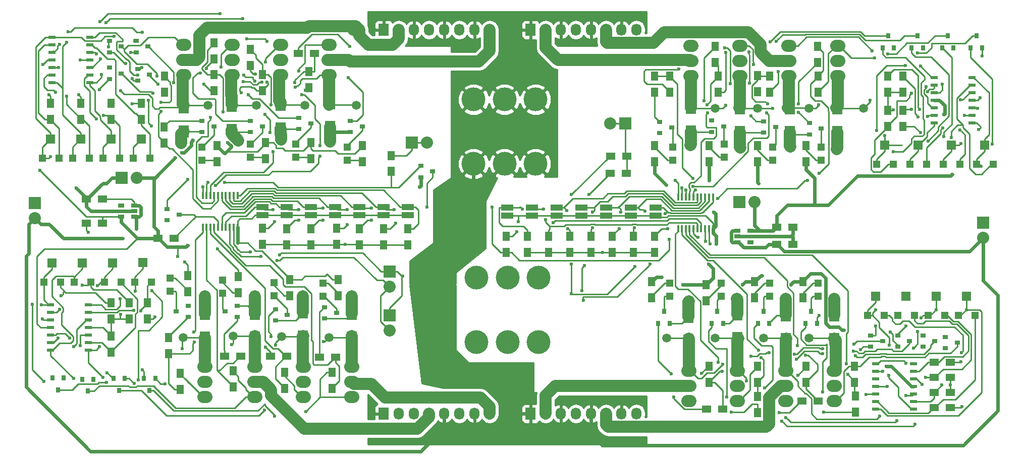
<source format=gbr>
G04 #@! TF.FileFunction,Copper,L1,Top,Signal*
%FSLAX46Y46*%
G04 Gerber Fmt 4.6, Leading zero omitted, Abs format (unit mm)*
G04 Created by KiCad (PCBNEW 4.0.7) date 10/08/17 10:55:57*
%MOMM*%
%LPD*%
G01*
G04 APERTURE LIST*
%ADD10C,0.100000*%
%ADD11R,0.900000X0.800000*%
%ADD12O,2.540000X2.032000*%
%ADD13R,1.200000X1.200000*%
%ADD14R,1.600000X1.500000*%
%ADD15R,1.300000X1.500000*%
%ADD16R,1.143000X0.508000*%
%ADD17R,2.000000X1.000000*%
%ADD18R,2.032000X2.032000*%
%ADD19O,2.032000X2.032000*%
%ADD20C,4.000000*%
%ADD21R,1.727200X2.032000*%
%ADD22O,1.727200X2.032000*%
%ADD23R,0.800000X0.900000*%
%ADD24R,1.500000X1.300000*%
%ADD25R,1.060000X0.650000*%
%ADD26R,0.406400X1.270000*%
%ADD27C,1.500000*%
%ADD28R,1.700000X2.000000*%
%ADD29C,0.600000*%
%ADD30C,1.000000*%
%ADD31C,0.600000*%
%ADD32C,0.250000*%
%ADD33C,2.000000*%
%ADD34C,0.254000*%
G04 APERTURE END LIST*
D10*
D11*
X182800000Y-74450000D03*
X182800000Y-76350000D03*
X184800000Y-75400000D03*
X117872000Y-105800000D03*
X117872000Y-107700000D03*
X119872000Y-106750000D03*
X214000000Y-110550000D03*
X214000000Y-112450000D03*
X216000000Y-111500000D03*
X86250000Y-61050000D03*
X86250000Y-62950000D03*
X88250000Y-62000000D03*
D12*
X102362000Y-64262000D03*
X102362000Y-66802000D03*
X102362000Y-61722000D03*
X110490000Y-64262000D03*
X110490000Y-66802000D03*
X110490000Y-61722000D03*
X94234000Y-64262000D03*
X94234000Y-66802000D03*
X94234000Y-61722000D03*
D13*
X70482000Y-80794000D03*
D14*
X71882000Y-77544000D03*
D13*
X73282000Y-80794000D03*
D15*
X87122000Y-74248000D03*
X87122000Y-71548000D03*
D13*
X80642000Y-80794000D03*
D14*
X82042000Y-77544000D03*
D13*
X83442000Y-80794000D03*
D15*
X71882000Y-74248000D03*
X71882000Y-71548000D03*
D13*
X85722000Y-80794000D03*
D14*
X87122000Y-77544000D03*
D13*
X88522000Y-80794000D03*
D15*
X76962000Y-74248000D03*
X76962000Y-71548000D03*
X82042000Y-74248000D03*
X82042000Y-71548000D03*
D13*
X75562000Y-80794000D03*
D14*
X76962000Y-77544000D03*
D13*
X78362000Y-80794000D03*
D11*
X81750000Y-61050000D03*
X81750000Y-62950000D03*
X83750000Y-62000000D03*
D16*
X72136000Y-60452000D03*
X72136000Y-61722000D03*
X72136000Y-62992000D03*
X72136000Y-64262000D03*
X72136000Y-65532000D03*
X72136000Y-66802000D03*
X72136000Y-68072000D03*
X78486000Y-68072000D03*
X78486000Y-66802000D03*
X78486000Y-64262000D03*
X78486000Y-62992000D03*
X78486000Y-61722000D03*
X78486000Y-60452000D03*
X78486000Y-65532000D03*
D11*
X81750000Y-65550000D03*
X81750000Y-67450000D03*
X83750000Y-66500000D03*
X86500000Y-65800000D03*
X86500000Y-67700000D03*
X88500000Y-66750000D03*
D15*
X115570000Y-80852000D03*
X115570000Y-78152000D03*
D13*
X113030000Y-80622000D03*
X113030000Y-78422000D03*
D11*
X113554000Y-73980000D03*
X113554000Y-75880000D03*
X115554000Y-74930000D03*
D12*
X118618000Y-64262000D03*
X118618000Y-66802000D03*
X118618000Y-61722000D03*
D15*
X99822000Y-81360000D03*
X99822000Y-78660000D03*
D11*
X97298000Y-74488000D03*
X97298000Y-76388000D03*
X99298000Y-75438000D03*
D13*
X97282000Y-81110000D03*
X97282000Y-78910000D03*
D11*
X122190000Y-74488000D03*
X122190000Y-76388000D03*
X124190000Y-75438000D03*
D15*
X124206000Y-81360000D03*
X124206000Y-78660000D03*
D13*
X121666000Y-81110000D03*
X121666000Y-78910000D03*
X105410000Y-80622000D03*
X105410000Y-78422000D03*
D15*
X107950000Y-80872000D03*
X107950000Y-78172000D03*
D11*
X105426000Y-74488000D03*
X105426000Y-76388000D03*
X107426000Y-75438000D03*
D13*
X91948000Y-100881000D03*
X91948000Y-103081000D03*
X100711000Y-101262000D03*
X100711000Y-103462000D03*
X109347000Y-101643000D03*
X109347000Y-103843000D03*
X117602000Y-101770000D03*
X117602000Y-103970000D03*
X176276000Y-81110000D03*
X176276000Y-78910000D03*
X184912000Y-80602000D03*
X184912000Y-78402000D03*
X193040000Y-81110000D03*
X193040000Y-78910000D03*
X201168000Y-81110000D03*
X201168000Y-78910000D03*
X175768000Y-101770000D03*
X175768000Y-103970000D03*
X184404000Y-101770000D03*
X184404000Y-103970000D03*
X192532000Y-101770000D03*
X192532000Y-103970000D03*
X200660000Y-101770000D03*
X200660000Y-103970000D03*
D17*
X131826000Y-88962000D03*
X131826000Y-90362000D03*
X127762000Y-88962000D03*
X127762000Y-90362000D03*
X123698000Y-88962000D03*
X123698000Y-90362000D03*
X119634000Y-88962000D03*
X119634000Y-90362000D03*
X115570000Y-88962000D03*
X115570000Y-90362000D03*
X111506000Y-88962000D03*
X111506000Y-90362000D03*
X107442000Y-88962000D03*
X107442000Y-90362000D03*
X173354996Y-89024000D03*
X173354996Y-90424000D03*
X169206330Y-89024000D03*
X169206330Y-90424000D03*
X165057664Y-89024000D03*
X165057664Y-90424000D03*
X160908998Y-89024000D03*
X160908998Y-90424000D03*
X156760332Y-89024000D03*
X156760332Y-90424000D03*
X152611666Y-89024000D03*
X152611666Y-90424000D03*
X148463000Y-89024000D03*
X148463000Y-90424000D03*
D18*
X132461000Y-78105000D03*
D19*
X135001000Y-78105000D03*
D20*
X142836000Y-81700000D03*
X142836000Y-70900000D03*
X148046000Y-81700000D03*
X148046000Y-70900000D03*
X153256000Y-81700000D03*
X153256000Y-70900000D03*
D18*
X128778000Y-107188000D03*
D19*
X128778000Y-109728000D03*
D18*
X128778000Y-99822000D03*
D19*
X128778000Y-102362000D03*
D20*
X143344000Y-111672000D03*
X143344000Y-100872000D03*
X148554000Y-111672000D03*
X148554000Y-100872000D03*
X153764000Y-111672000D03*
X153764000Y-100872000D03*
D21*
X127762000Y-59182000D03*
D22*
X130302000Y-59182000D03*
X132842000Y-59182000D03*
X135382000Y-59182000D03*
X137922000Y-59182000D03*
X140462000Y-59182000D03*
X143002000Y-59182000D03*
X145542000Y-59182000D03*
D21*
X127762000Y-123698000D03*
D22*
X130302000Y-123698000D03*
X132842000Y-123698000D03*
X135382000Y-123698000D03*
X137922000Y-123698000D03*
X140462000Y-123698000D03*
X143002000Y-123698000D03*
X145542000Y-123698000D03*
D21*
X152400000Y-59182000D03*
D22*
X154940000Y-59182000D03*
X157480000Y-59182000D03*
X160020000Y-59182000D03*
X162560000Y-59182000D03*
X165100000Y-59182000D03*
X167640000Y-59182000D03*
X170180000Y-59182000D03*
D21*
X152400000Y-123698000D03*
D22*
X154940000Y-123698000D03*
X157480000Y-123698000D03*
X160020000Y-123698000D03*
X162560000Y-123698000D03*
X165100000Y-123698000D03*
X167640000Y-123698000D03*
X170180000Y-123698000D03*
D18*
X168275000Y-74930000D03*
D19*
X165735000Y-74930000D03*
D11*
X91440000Y-89286000D03*
X91440000Y-91186000D03*
X93440000Y-90236000D03*
X95000000Y-107450000D03*
X95000000Y-105550000D03*
X93000000Y-106500000D03*
X103200000Y-107450000D03*
X103200000Y-105550000D03*
X101200000Y-106500000D03*
D23*
X74100000Y-117700000D03*
X72200000Y-117700000D03*
X73150000Y-119700000D03*
D12*
X179324000Y-64389000D03*
X179324000Y-66929000D03*
X179324000Y-61849000D03*
D23*
X79100000Y-117900000D03*
X77200000Y-117900000D03*
X78150000Y-119900000D03*
D11*
X109600000Y-106150000D03*
X109600000Y-108050000D03*
X111600000Y-107100000D03*
D12*
X187536666Y-64389000D03*
X187536666Y-66929000D03*
X187536666Y-61849000D03*
D23*
X84350000Y-117800000D03*
X82450000Y-117800000D03*
X83400000Y-119800000D03*
D12*
X97790000Y-118364000D03*
X97790000Y-115824000D03*
X97790000Y-120904000D03*
D23*
X89450000Y-117800000D03*
X87550000Y-117800000D03*
X88500000Y-119800000D03*
D12*
X106172000Y-118364000D03*
X106172000Y-115824000D03*
X106172000Y-120904000D03*
D11*
X174100000Y-74650000D03*
X174100000Y-76550000D03*
X176100000Y-75600000D03*
D23*
X211450000Y-62200000D03*
X213350000Y-62200000D03*
X212400000Y-60200000D03*
X216350000Y-62200000D03*
X218250000Y-62200000D03*
X217300000Y-60200000D03*
D11*
X191500000Y-74550000D03*
X191500000Y-76450000D03*
X193500000Y-75500000D03*
D12*
X114300000Y-118364000D03*
X114300000Y-115824000D03*
X114300000Y-120904000D03*
D11*
X199200000Y-74850000D03*
X199200000Y-76750000D03*
X201200000Y-75800000D03*
D12*
X122428000Y-118364000D03*
X122428000Y-115824000D03*
X122428000Y-120904000D03*
D11*
X134000000Y-82050000D03*
X134000000Y-83950000D03*
X136000000Y-83000000D03*
D23*
X221450000Y-62200000D03*
X223350000Y-62200000D03*
X222400000Y-60200000D03*
D12*
X195749332Y-64389000D03*
X195749332Y-66929000D03*
X195749332Y-61849000D03*
D23*
X226250000Y-62200000D03*
X228150000Y-62200000D03*
X227200000Y-60200000D03*
D12*
X203961998Y-64389000D03*
X203961998Y-66929000D03*
X203961998Y-61849000D03*
X178990855Y-119054938D03*
X178990855Y-116514938D03*
X178990855Y-121594938D03*
X187118854Y-119054938D03*
X187118854Y-116514938D03*
X187118854Y-121594938D03*
X195246853Y-119054938D03*
X195246853Y-116514938D03*
X195246853Y-121594938D03*
X203374852Y-119054938D03*
X203374852Y-116514938D03*
X203374852Y-121594938D03*
D15*
X131826000Y-95330000D03*
X131826000Y-92630000D03*
X127762000Y-95330000D03*
X127762000Y-92630000D03*
X123698000Y-95330000D03*
X123698000Y-92630000D03*
X119888000Y-95250000D03*
X119888000Y-92550000D03*
X115570000Y-95330000D03*
X115570000Y-92630000D03*
X111506000Y-95330000D03*
X111506000Y-92630000D03*
X107442000Y-95250000D03*
X107442000Y-92550000D03*
D24*
X89916000Y-94234000D03*
X92616000Y-94234000D03*
D15*
X91000000Y-69700000D03*
X91000000Y-67000000D03*
X99314000Y-69422000D03*
X99314000Y-66722000D03*
X107442000Y-69422000D03*
X107442000Y-66722000D03*
X115250000Y-68914000D03*
X115250000Y-66214000D03*
X94869000Y-103204000D03*
X94869000Y-100504000D03*
X103378000Y-103331000D03*
X103378000Y-100631000D03*
X93599000Y-116887000D03*
X93599000Y-119587000D03*
X102489000Y-116506000D03*
X102489000Y-119206000D03*
X82042000Y-105076000D03*
X82042000Y-107776000D03*
X85090000Y-105076000D03*
X85090000Y-107776000D03*
X112014000Y-103839000D03*
X112014000Y-101139000D03*
X120142000Y-103839000D03*
X120142000Y-101139000D03*
X111125000Y-116760000D03*
X111125000Y-119460000D03*
X119126000Y-116760000D03*
X119126000Y-119460000D03*
X82042000Y-113364000D03*
X82042000Y-110664000D03*
X88138000Y-105076000D03*
X88138000Y-107776000D03*
X173228000Y-96600000D03*
X173228000Y-93900000D03*
X169672000Y-96600000D03*
X169672000Y-93900000D03*
X166116000Y-96600000D03*
X166116000Y-93900000D03*
X162560000Y-96600000D03*
X162560000Y-93900000D03*
X159004000Y-96600000D03*
X159004000Y-93900000D03*
X155448000Y-96600000D03*
X155448000Y-93900000D03*
X151892000Y-96600000D03*
X151892000Y-93900000D03*
X148336000Y-93900000D03*
X148336000Y-96600000D03*
X173228000Y-78660000D03*
X173228000Y-81360000D03*
X182372000Y-78660000D03*
X182372000Y-81360000D03*
X175768000Y-69676000D03*
X175768000Y-66976000D03*
X183896000Y-69676000D03*
X183896000Y-66976000D03*
X212344000Y-75391000D03*
X212344000Y-72691000D03*
X214884000Y-66976000D03*
X214884000Y-69676000D03*
X190500000Y-78660000D03*
X190500000Y-81360000D03*
X198628000Y-78660000D03*
X198628000Y-81360000D03*
X192532000Y-69676000D03*
X192532000Y-66976000D03*
X200660000Y-69676000D03*
X200660000Y-66976000D03*
X212344000Y-66976000D03*
X212344000Y-69676000D03*
X214884000Y-75391000D03*
X214884000Y-72691000D03*
X172720000Y-104220000D03*
X172720000Y-101520000D03*
X181864000Y-104728000D03*
X181864000Y-102028000D03*
X182372000Y-115744000D03*
X182372000Y-118444000D03*
X190500000Y-115744000D03*
X190500000Y-118444000D03*
D24*
X220138000Y-120142000D03*
X222838000Y-120142000D03*
X220138000Y-115062000D03*
X222838000Y-115062000D03*
D15*
X189992000Y-104220000D03*
X189992000Y-101520000D03*
X198120000Y-104220000D03*
X198120000Y-101520000D03*
X198628000Y-115744000D03*
X198628000Y-118444000D03*
X206756000Y-115744000D03*
X206756000Y-118444000D03*
D24*
X220138000Y-117602000D03*
X222838000Y-117602000D03*
X220138000Y-122682000D03*
X222838000Y-122682000D03*
D15*
X129000000Y-83000000D03*
X129000000Y-80300000D03*
D24*
X165862000Y-80391000D03*
X168562000Y-80391000D03*
X165782000Y-83312000D03*
X168482000Y-83312000D03*
D13*
X70736000Y-101622000D03*
D14*
X72136000Y-98372000D03*
D13*
X73536000Y-101622000D03*
X75850000Y-101585000D03*
D14*
X77250000Y-98335000D03*
D13*
X78650000Y-101585000D03*
X80896000Y-101585000D03*
D14*
X82296000Y-98335000D03*
D13*
X83696000Y-101585000D03*
X85976000Y-101575000D03*
D14*
X87376000Y-98325000D03*
D13*
X88776000Y-101575000D03*
X210436000Y-81810000D03*
D14*
X211836000Y-78560000D03*
D13*
X213236000Y-81810000D03*
X216024000Y-81810000D03*
D14*
X217424000Y-78560000D03*
D13*
X218824000Y-81810000D03*
X221612000Y-81810000D03*
D14*
X223012000Y-78560000D03*
D13*
X224412000Y-81810000D03*
X227200000Y-81810000D03*
D14*
X228600000Y-78560000D03*
D13*
X230000000Y-81810000D03*
X208912000Y-107210000D03*
D14*
X210312000Y-103960000D03*
D13*
X211712000Y-107210000D03*
X213992000Y-107210000D03*
D14*
X215392000Y-103960000D03*
D13*
X216792000Y-107210000D03*
X219072000Y-107210000D03*
D14*
X220472000Y-103960000D03*
D13*
X221872000Y-107210000D03*
X224152000Y-107210000D03*
D14*
X225552000Y-103960000D03*
D13*
X226952000Y-107210000D03*
D25*
X85936000Y-90612000D03*
X85936000Y-89662000D03*
X85936000Y-88712000D03*
X83736000Y-88712000D03*
X83736000Y-90612000D03*
X187094524Y-92966000D03*
X187094524Y-93916000D03*
X187094524Y-94866000D03*
X189294524Y-94866000D03*
X189294524Y-92966000D03*
D26*
X103251000Y-86995000D03*
X102616000Y-86995000D03*
X101955600Y-86995000D03*
X101295200Y-86995000D03*
X100660200Y-86995000D03*
X99999800Y-86995000D03*
X99339400Y-86995000D03*
X98704400Y-86995000D03*
X98044000Y-86995000D03*
X97409000Y-86995000D03*
X97409000Y-92329000D03*
X98044000Y-92329000D03*
X98704400Y-92329000D03*
X99339400Y-92329000D03*
X99999800Y-92329000D03*
X100660200Y-92329000D03*
X101295200Y-92329000D03*
X101955600Y-92329000D03*
X102616000Y-92329000D03*
X103251000Y-92329000D03*
X183007000Y-87249000D03*
X182372000Y-87249000D03*
X181711600Y-87249000D03*
X181051200Y-87249000D03*
X180416200Y-87249000D03*
X179755800Y-87249000D03*
X179095400Y-87249000D03*
X178460400Y-87249000D03*
X177800000Y-87249000D03*
X177165000Y-87249000D03*
X177165000Y-92583000D03*
X177800000Y-92583000D03*
X178460400Y-92583000D03*
X179095400Y-92583000D03*
X179755800Y-92583000D03*
X180416200Y-92583000D03*
X181051200Y-92583000D03*
X181711600Y-92583000D03*
X182372000Y-92583000D03*
X183007000Y-92583000D03*
D16*
X71882000Y-105410000D03*
X71882000Y-106680000D03*
X71882000Y-107950000D03*
X71882000Y-109220000D03*
X71882000Y-110490000D03*
X71882000Y-111760000D03*
X71882000Y-113030000D03*
X78232000Y-113030000D03*
X78232000Y-111760000D03*
X78232000Y-109220000D03*
X78232000Y-107950000D03*
X78232000Y-106680000D03*
X78232000Y-105410000D03*
X78232000Y-110490000D03*
X220091000Y-67183000D03*
X220091000Y-68453000D03*
X220091000Y-69723000D03*
X220091000Y-70993000D03*
X220091000Y-72263000D03*
X220091000Y-73533000D03*
X220091000Y-74803000D03*
X226441000Y-74803000D03*
X226441000Y-73533000D03*
X226441000Y-70993000D03*
X226441000Y-69723000D03*
X226441000Y-68453000D03*
X226441000Y-67183000D03*
X226441000Y-72263000D03*
X216662000Y-122936000D03*
X216662000Y-121666000D03*
X216662000Y-120396000D03*
X216662000Y-119126000D03*
X216662000Y-117856000D03*
X216662000Y-116586000D03*
X216662000Y-115316000D03*
X210312000Y-115316000D03*
X210312000Y-116586000D03*
X210312000Y-119126000D03*
X210312000Y-120396000D03*
X210312000Y-121666000D03*
X210312000Y-122936000D03*
X210312000Y-117856000D03*
D27*
X98298000Y-71882000D03*
X106426000Y-71882000D03*
X114554000Y-71882000D03*
X123190000Y-71882000D03*
X94107000Y-110871000D03*
X102489000Y-110617000D03*
X110617000Y-110744000D03*
X118618000Y-110871000D03*
X183388000Y-72390000D03*
X190500000Y-72390000D03*
X199136000Y-72390000D03*
X208280000Y-72390000D03*
X175260000Y-110998000D03*
X183388000Y-110998000D03*
X191516000Y-110998000D03*
X199136000Y-110998000D03*
D24*
X80598000Y-87630000D03*
X77898000Y-87630000D03*
X193722000Y-95250000D03*
X196422000Y-95250000D03*
X80598000Y-91694000D03*
X77898000Y-91694000D03*
X193722000Y-92329000D03*
X196422000Y-92329000D03*
D18*
X69215000Y-88265000D03*
D19*
X69215000Y-90805000D03*
D18*
X228346000Y-91567000D03*
D19*
X228346000Y-94107000D03*
D18*
X83820000Y-84074000D03*
D19*
X86360000Y-84074000D03*
D18*
X187452000Y-88138000D03*
D19*
X189992000Y-88138000D03*
D23*
X173850000Y-108500000D03*
X175750000Y-108500000D03*
X174800000Y-106500000D03*
X182800000Y-108500000D03*
X184700000Y-108500000D03*
X183750000Y-106500000D03*
D11*
X209500000Y-110550000D03*
X209500000Y-112450000D03*
X211500000Y-111500000D03*
D23*
X190550000Y-108500000D03*
X192450000Y-108500000D03*
X191500000Y-106500000D03*
X198550000Y-108500000D03*
X200450000Y-108500000D03*
X199500000Y-106500000D03*
D11*
X218250000Y-110550000D03*
X218250000Y-112450000D03*
X220250000Y-111500000D03*
X222000000Y-110800000D03*
X222000000Y-112700000D03*
X224000000Y-111750000D03*
D28*
X94250000Y-72250000D03*
X94250000Y-76250000D03*
X102250000Y-72000000D03*
X102250000Y-76000000D03*
X110500000Y-71750000D03*
X110500000Y-75750000D03*
X118750000Y-71500000D03*
X118750000Y-75500000D03*
X97800000Y-110900000D03*
X97800000Y-106900000D03*
X106200000Y-110900000D03*
X106200000Y-106900000D03*
X114200000Y-110700000D03*
X114200000Y-106700000D03*
X122400000Y-110900000D03*
X122400000Y-106900000D03*
X179300000Y-72300000D03*
X179300000Y-76300000D03*
X187500000Y-72400000D03*
X187500000Y-76400000D03*
X195900000Y-72400000D03*
X195900000Y-76400000D03*
X203900000Y-72400000D03*
X203900000Y-76400000D03*
X178900000Y-111400000D03*
X178900000Y-107400000D03*
X187100000Y-111000000D03*
X187100000Y-107000000D03*
X195200000Y-111200000D03*
X195200000Y-107200000D03*
X203400000Y-111200000D03*
X203400000Y-107200000D03*
D15*
X91694000Y-110918000D03*
X91694000Y-113618000D03*
D24*
X108759000Y-114046000D03*
X111459000Y-114046000D03*
X101059000Y-114046000D03*
X103759000Y-114046000D03*
X117014000Y-114173000D03*
X119714000Y-114173000D03*
X181911000Y-122936000D03*
X184611000Y-122936000D03*
X197913000Y-121539000D03*
X200613000Y-121539000D03*
D15*
X190500000Y-123524000D03*
X190500000Y-120824000D03*
X206883000Y-123397000D03*
X206883000Y-120697000D03*
X90932000Y-75485000D03*
X90932000Y-78185000D03*
X105410000Y-65151000D03*
X105410000Y-62451000D03*
X99314000Y-64088000D03*
X99314000Y-61388000D03*
D24*
X113458000Y-63119000D03*
X116158000Y-63119000D03*
D15*
X173228000Y-69676000D03*
X173228000Y-66976000D03*
X190500000Y-69596000D03*
X190500000Y-66896000D03*
X183388000Y-61943000D03*
X183388000Y-64643000D03*
X200533000Y-64643000D03*
X200533000Y-61943000D03*
D29*
X86233000Y-92583000D03*
X83947000Y-94234000D03*
X87275008Y-116353080D03*
X84455000Y-64833500D03*
X85552470Y-67350562D03*
X85344000Y-62992000D03*
X80073500Y-69278500D03*
X71619384Y-70129062D03*
X176657000Y-84455000D03*
X207772000Y-112903000D03*
X97418990Y-85558057D03*
X82042000Y-71548000D03*
X133800000Y-85600000D03*
X72200000Y-117700000D03*
X77200000Y-117900000D03*
X81400000Y-116800000D03*
X95000000Y-105550000D03*
X82400000Y-89662000D03*
X91440000Y-91186000D03*
X174100000Y-76550000D03*
X213350000Y-62200000D03*
X218250000Y-62200000D03*
X223350000Y-62200000D03*
X228200000Y-63600000D03*
X227800000Y-70600000D03*
X212800000Y-110000000D03*
X218250000Y-112450000D03*
X222000000Y-112700000D03*
X224600000Y-115000000D03*
X200800000Y-107200000D03*
D30*
X179000000Y-104800000D03*
X187000000Y-104400000D03*
X195200000Y-104400000D03*
X203400000Y-104400000D03*
X203800000Y-79200000D03*
X196000000Y-78800000D03*
X187600000Y-79000000D03*
X179200000Y-78600000D03*
X118800000Y-78000000D03*
X110600001Y-77626154D03*
X103400000Y-77800000D03*
X93800000Y-78200000D03*
X122400000Y-104000000D03*
X114200000Y-104000000D03*
X106200000Y-104000000D03*
X97800000Y-104000000D03*
D29*
X224775551Y-122540551D03*
X76835000Y-64262000D03*
X76581000Y-70104000D03*
X85598000Y-71628000D03*
X222838000Y-118872000D03*
X212217000Y-119126000D03*
X83627651Y-106995660D03*
X89408000Y-107442000D03*
X216281000Y-72517000D03*
X213233000Y-72644000D03*
X194310000Y-93916000D03*
X164465000Y-96600000D03*
X121285000Y-95250000D03*
X76200000Y-85725000D03*
X78232000Y-93218000D03*
X103302491Y-95020370D03*
X101633564Y-78154900D03*
X99895229Y-96047125D03*
X92800000Y-80700000D03*
X93900000Y-79800000D03*
X95758000Y-77724000D03*
X70104000Y-82804000D03*
X70612000Y-65024000D03*
X93218000Y-97282000D03*
X94361000Y-98171000D03*
X94869000Y-95377000D03*
X212090000Y-115697000D03*
X196078010Y-102017467D03*
X187962449Y-101978551D03*
X182374990Y-84477021D03*
X183515000Y-95123000D03*
X182245000Y-98552000D03*
X174371000Y-100711000D03*
X177927000Y-101981000D03*
X183007000Y-100711000D03*
X191262000Y-100457000D03*
X204978000Y-109601000D03*
X183134000Y-89789000D03*
X175133000Y-85217000D03*
X190627000Y-84963000D03*
X221742000Y-73406000D03*
X223139000Y-83439000D03*
X150368000Y-91440000D03*
X150114000Y-93091000D03*
X129540000Y-89408000D03*
X129794000Y-91694000D03*
X125730000Y-89154000D03*
X125730000Y-91186000D03*
X121666000Y-89408000D03*
X121666000Y-91948000D03*
X117602000Y-89154000D03*
X117602000Y-91186000D03*
X113538000Y-89408000D03*
X113538000Y-91186000D03*
X109220000Y-89408000D03*
X109474000Y-91440000D03*
X175006000Y-90043000D03*
X175387000Y-92583000D03*
X171577000Y-89662000D03*
X169799000Y-92456000D03*
X167513000Y-89789000D03*
X167259000Y-92583000D03*
X162814000Y-89789000D03*
X162814000Y-92456000D03*
X158632990Y-92583000D03*
X158496000Y-89535000D03*
X154559000Y-89281000D03*
X154940000Y-91059000D03*
X151003000Y-89281000D03*
X156210000Y-91567000D03*
X131000000Y-100600000D03*
X159257998Y-103504998D03*
X159257998Y-98552000D03*
X159258000Y-86868000D03*
X169926000Y-98933000D03*
X182499000Y-95123000D03*
X110292542Y-97019823D03*
X105409998Y-96520000D03*
X172466000Y-98542010D03*
X107211540Y-97247966D03*
X162179000Y-86868000D03*
X161417000Y-98806000D03*
X161036000Y-102997000D03*
X161290000Y-104648000D03*
X181737000Y-94742000D03*
X109855000Y-97917000D03*
X94900000Y-84300000D03*
X101100000Y-84800000D03*
X90437549Y-72913454D03*
X90421136Y-71393146D03*
X100800000Y-72985002D03*
X98679000Y-73914000D03*
X81606291Y-62049998D03*
X83629500Y-69405500D03*
X73400000Y-61600000D03*
X86035498Y-61050000D03*
X102297440Y-70729010D03*
X73200000Y-65500000D03*
X107823435Y-73405567D03*
X108876332Y-71796345D03*
X109220000Y-79629000D03*
X108712000Y-76454000D03*
X114035525Y-70113990D03*
X112895785Y-68048516D03*
X98298000Y-84836000D03*
X99568000Y-85344000D03*
X117094000Y-80391000D03*
X117094000Y-78613000D03*
X81750000Y-65550000D03*
X81216500Y-57975500D03*
X108204000Y-61087000D03*
X104775000Y-60706000D03*
X104100000Y-57300000D03*
X80300000Y-64100000D03*
X87185500Y-65515500D03*
X80137000Y-57848500D03*
X112980876Y-68843990D03*
X107383023Y-67972399D03*
X104211737Y-67855155D03*
X104211740Y-67855154D03*
X104211736Y-67855156D03*
X100310186Y-56474990D03*
X79600000Y-63200000D03*
X180104624Y-86121053D03*
X179644051Y-84140051D03*
X182118000Y-73152000D03*
X181991000Y-71755000D03*
X74100000Y-117700000D03*
X185175990Y-71863604D03*
X221488000Y-68326000D03*
X96012000Y-111633000D03*
X95885000Y-109982000D03*
X218760672Y-68758928D03*
X193040000Y-72390000D03*
X85902667Y-118616058D03*
X94000000Y-112800000D03*
X70500080Y-107799330D03*
X91059000Y-118681500D03*
X102235000Y-112121002D03*
X75057000Y-110998000D03*
X179638305Y-85471003D03*
X178489877Y-86112564D03*
X192024000Y-73152000D03*
X192151000Y-71628000D03*
X177790010Y-85725000D03*
X183769000Y-87503000D03*
X198882000Y-84455000D03*
X200787000Y-83312000D03*
X190500000Y-69596000D03*
X189357000Y-73660000D03*
X109625010Y-112150990D03*
X76835000Y-112268000D03*
X197358000Y-73025000D03*
X197358000Y-71628000D03*
X117639010Y-111543530D03*
X75800000Y-112400000D03*
X221742000Y-77089000D03*
X227394234Y-72420650D03*
X200745348Y-71785039D03*
X229900002Y-78359000D03*
X224533556Y-70985454D03*
X209349087Y-71043806D03*
X183916949Y-115082949D03*
X184531000Y-116586000D03*
X191097551Y-114262551D03*
X190627000Y-113030000D03*
X195261195Y-124361732D03*
X184667990Y-115380468D03*
X213868000Y-124850990D03*
X215392000Y-120650000D03*
X188604990Y-118171705D03*
X194565373Y-124928962D03*
X218059000Y-118745000D03*
X216916000Y-125476000D03*
X198554188Y-113860711D03*
X197223408Y-112279282D03*
X205359000Y-115316000D03*
X205613000Y-117094000D03*
X210312000Y-117856000D03*
X210947000Y-124079000D03*
X208704117Y-120503793D03*
X74544521Y-70358000D03*
X72705142Y-69665859D03*
X80800000Y-73600000D03*
X79600000Y-74200000D03*
X73660000Y-103886000D03*
X73406000Y-106172000D03*
X77216000Y-102108000D03*
X73152000Y-110998000D03*
X87055594Y-106408642D03*
X85805582Y-106321683D03*
X216281000Y-69850000D03*
X219019498Y-69596000D03*
X217424000Y-73787000D03*
X221534956Y-75678978D03*
X218994251Y-73764566D03*
X224447034Y-75995649D03*
X217678000Y-72517000D03*
X225180990Y-73533000D03*
X222973990Y-77252003D03*
X217805000Y-76454000D03*
X221361000Y-118872000D03*
X224663000Y-113411000D03*
X211455000Y-116586000D03*
X218694000Y-117602000D03*
X98023044Y-65665424D03*
X96984606Y-66435887D03*
X89100490Y-69850000D03*
X108182987Y-67963664D03*
X107959990Y-64632760D03*
X103886000Y-69723000D03*
X114606024Y-69316339D03*
X106172000Y-67818000D03*
X104267000Y-66802000D03*
X89916000Y-68326000D03*
X113568920Y-66111181D03*
X189110963Y-68116137D03*
X184979384Y-62214058D03*
X177292000Y-65786000D03*
X189074990Y-62902424D03*
X192608051Y-61208051D03*
X185900000Y-68200000D03*
X79100000Y-117900000D03*
X108839000Y-110744000D03*
X107950000Y-112522000D03*
X185166000Y-62992000D03*
X189800000Y-65000000D03*
X193600000Y-61100000D03*
X213233000Y-79629000D03*
X219075000Y-77851000D03*
X146000000Y-89000000D03*
X135000000Y-89000000D03*
X180543790Y-94032492D03*
X175641000Y-94361000D03*
X176022000Y-116967000D03*
X176403000Y-120904000D03*
X185293000Y-120904000D03*
X186055000Y-123444000D03*
X210312000Y-108919000D03*
X215392000Y-108919000D03*
X191643000Y-119380000D03*
X194157556Y-123494815D03*
X201422000Y-120015000D03*
X201549000Y-123444000D03*
X218250000Y-110550000D03*
X222000000Y-110800000D03*
X89747495Y-66970505D03*
X91000000Y-69478990D03*
X97621264Y-68349287D03*
X100527307Y-65461683D03*
X92551979Y-68049288D03*
X106268334Y-66649685D03*
X105028098Y-70067991D03*
X121793000Y-67183000D03*
X122047000Y-61976000D03*
X81288151Y-118399989D03*
X93599000Y-116887000D03*
X107769051Y-123130949D03*
X114681000Y-123317000D03*
X109474000Y-124079000D03*
X181500739Y-71122811D03*
X182800000Y-74450000D03*
X193929000Y-66167000D03*
X209700000Y-62700000D03*
X212300000Y-63200000D03*
X210100000Y-63900000D03*
X217300000Y-63100000D03*
X201431990Y-112776000D03*
X196715250Y-113671020D03*
X192414990Y-113465770D03*
X182372000Y-115744000D03*
X189357000Y-114046000D03*
X206629000Y-112014000D03*
X181054315Y-116895254D03*
X201431990Y-113626202D03*
X206585883Y-113176207D03*
X190500000Y-115744000D03*
X196977000Y-114554000D03*
X206883000Y-113919000D03*
X198628000Y-115744000D03*
X197231000Y-117221000D03*
X82569313Y-60312914D03*
X71882000Y-80471000D03*
X87312500Y-59563000D03*
X74803000Y-59499500D03*
X74612500Y-61277500D03*
X80454500Y-66738500D03*
X88328500Y-70993000D03*
X88773000Y-75311000D03*
X86550500Y-66765502D03*
X87122000Y-77544000D03*
X70358000Y-105410000D03*
X68834000Y-105283000D03*
X70802500Y-118300500D03*
X75755500Y-117792500D03*
X80100000Y-112400000D03*
X79749543Y-102206409D03*
X80708500Y-117602000D03*
X88900000Y-103060500D03*
X86649998Y-118046500D03*
X86106000Y-103124000D03*
X83566000Y-104394000D03*
X211836000Y-76962000D03*
X215265000Y-65151000D03*
X210439000Y-76073000D03*
X217805000Y-65278000D03*
X227584000Y-75946000D03*
X224574010Y-78289693D03*
X227959558Y-82116558D03*
X210312000Y-106219000D03*
X212598000Y-112141000D03*
X212526064Y-117292936D03*
X213992000Y-107210000D03*
X216662000Y-115316000D03*
X216662000Y-112649000D03*
X215392000Y-115189000D03*
X220472000Y-106219000D03*
X217349576Y-109932928D03*
X217892002Y-107569000D03*
X225552000Y-106219000D03*
D31*
X191831000Y-95791000D02*
X188224524Y-95791000D01*
X188224524Y-95791000D02*
X187299524Y-94866000D01*
X192372000Y-95250000D02*
X191831000Y-95791000D01*
X187299524Y-94866000D02*
X187094524Y-94866000D01*
X193722000Y-95250000D02*
X192372000Y-95250000D01*
X142836000Y-81700000D02*
X142836000Y-84528427D01*
X142836000Y-84528427D02*
X139200000Y-88164427D01*
X139200000Y-88164427D02*
X139200000Y-104800000D01*
X139200000Y-104800000D02*
X138800000Y-105200000D01*
X138800000Y-105200000D02*
X138800000Y-112200000D01*
X138800000Y-112200000D02*
X150298000Y-123698000D01*
X150298000Y-123698000D02*
X152400000Y-123698000D01*
X164400000Y-129000000D02*
X162560000Y-127160000D01*
X162560000Y-127160000D02*
X162560000Y-123698000D01*
X225000000Y-129000000D02*
X164400000Y-129000000D01*
X230800000Y-123200000D02*
X225000000Y-129000000D01*
X230800000Y-103800000D02*
X230800000Y-123200000D01*
X228346000Y-101346000D02*
X230800000Y-103800000D01*
X228346000Y-94107000D02*
X228346000Y-101346000D01*
X134000000Y-130000000D02*
X137922000Y-126078000D01*
X137922000Y-126078000D02*
X137922000Y-123698000D01*
X78600000Y-130000000D02*
X134000000Y-130000000D01*
X67800000Y-119200000D02*
X78600000Y-130000000D01*
X67800000Y-97200000D02*
X67800000Y-119200000D01*
X68199001Y-96800999D02*
X67800000Y-97200000D01*
X69215000Y-90805000D02*
X68199001Y-91820999D01*
X68199001Y-91820999D02*
X68199001Y-96800999D01*
X86995000Y-90358002D02*
X86995000Y-88965998D01*
X86741002Y-88712000D02*
X85936000Y-88712000D01*
X86995000Y-88965998D02*
X86741002Y-88712000D01*
X85936000Y-90612000D02*
X86741002Y-90612000D01*
X86741002Y-90612000D02*
X86995000Y-90358002D01*
X86233000Y-92583000D02*
X86233000Y-90909000D01*
X86233000Y-90909000D02*
X85936000Y-90612000D01*
X71627999Y-91820999D02*
X74041000Y-94234000D01*
X74041000Y-94234000D02*
X83947000Y-94234000D01*
X69215000Y-90805000D02*
X70230999Y-91820999D01*
X70230999Y-91820999D02*
X71627999Y-91820999D01*
D32*
X85936000Y-88712000D02*
X85936000Y-88137000D01*
X81598000Y-87630000D02*
X80598000Y-87630000D01*
X85936000Y-88137000D02*
X85429000Y-87630000D01*
X85429000Y-87630000D02*
X81598000Y-87630000D01*
X86426000Y-88712000D02*
X85936000Y-88712000D01*
D31*
X193722000Y-95250000D02*
X193822000Y-95250000D01*
X193822000Y-95250000D02*
X194972001Y-96400001D01*
X194972001Y-96400001D02*
X226052999Y-96400001D01*
X226052999Y-96400001D02*
X228346000Y-94107000D01*
X187094524Y-94866000D02*
X186289522Y-94866000D01*
X186289522Y-94866000D02*
X186064523Y-94641001D01*
X186064523Y-94641001D02*
X186064523Y-93190999D01*
X186064523Y-93190999D02*
X186289522Y-92966000D01*
X186289522Y-92966000D02*
X187094524Y-92966000D01*
D32*
X87550000Y-116628072D02*
X87275008Y-116353080D01*
X87550000Y-117800000D02*
X87550000Y-116628072D01*
X81750000Y-62950000D02*
X82450000Y-62950000D01*
X82450000Y-62950000D02*
X84333500Y-64833500D01*
X84333500Y-64833500D02*
X84455000Y-64833500D01*
X85800000Y-67700000D02*
X85552470Y-67452470D01*
X86500000Y-67700000D02*
X85800000Y-67700000D01*
X85552470Y-67452470D02*
X85552470Y-67350562D01*
X86250000Y-62950000D02*
X85386000Y-62950000D01*
X85386000Y-62950000D02*
X85344000Y-62992000D01*
X80073500Y-69076500D02*
X80073500Y-69278500D01*
X81700000Y-67450000D02*
X80073500Y-69076500D01*
X81750000Y-67450000D02*
X81700000Y-67450000D01*
X71882000Y-71548000D02*
X71882000Y-70391678D01*
X71882000Y-70391678D02*
X71619384Y-70129062D01*
X214000000Y-112166010D02*
X213224999Y-111391009D01*
X214000000Y-112450000D02*
X214000000Y-112166010D01*
X213099999Y-110299999D02*
X212800000Y-110000000D01*
X213224999Y-110424999D02*
X213099999Y-110299999D01*
X213224999Y-111391009D02*
X213224999Y-110424999D01*
X177165000Y-87249000D02*
X177165000Y-84963000D01*
X177165000Y-84963000D02*
X176657000Y-84455000D01*
X208225000Y-112450000D02*
X207772000Y-112903000D01*
X209500000Y-112450000D02*
X208225000Y-112450000D01*
X177165000Y-87249000D02*
X177165000Y-86817200D01*
X97409000Y-86995000D02*
X97409000Y-85568047D01*
X97409000Y-85568047D02*
X97418990Y-85558057D01*
D33*
X93800000Y-77492894D02*
X93800000Y-78200000D01*
X94250000Y-76250000D02*
X93800000Y-76700000D01*
X93800000Y-76700000D02*
X93800000Y-77492894D01*
D32*
X94250000Y-76250000D02*
X97160000Y-76250000D01*
X97160000Y-76250000D02*
X97298000Y-76388000D01*
X82042000Y-71548000D02*
X82548000Y-71548000D01*
X113554000Y-75880000D02*
X110630000Y-75880000D01*
X110630000Y-75880000D02*
X110500000Y-75750000D01*
X105426000Y-76388000D02*
X102638000Y-76388000D01*
X102638000Y-76388000D02*
X102250000Y-76000000D01*
D31*
X122190000Y-76388000D02*
X119638000Y-76388000D01*
X119638000Y-76388000D02*
X118750000Y-75500000D01*
X134000000Y-83950000D02*
X134000000Y-85400000D01*
X134000000Y-85400000D02*
X133800000Y-85600000D01*
D32*
X82450000Y-117800000D02*
X82400000Y-117800000D01*
X82400000Y-117800000D02*
X81400000Y-116800000D01*
X109600000Y-108050000D02*
X113000000Y-108050000D01*
X114200000Y-106850000D02*
X114200000Y-106700000D01*
X113000000Y-108050000D02*
X114200000Y-106850000D01*
X117872000Y-107700000D02*
X121600000Y-107700000D01*
X121600000Y-107700000D02*
X122400000Y-106900000D01*
X103200000Y-105550000D02*
X105000000Y-105550000D01*
X105000000Y-105550000D02*
X106200000Y-106750000D01*
X106200000Y-106750000D02*
X106200000Y-106900000D01*
D31*
X82400000Y-89662000D02*
X78680000Y-89662000D01*
X85936000Y-89662000D02*
X82400000Y-89662000D01*
D32*
X182800000Y-76350000D02*
X179350000Y-76350000D01*
X179350000Y-76350000D02*
X179300000Y-76300000D01*
X191500000Y-76450000D02*
X187550000Y-76450000D01*
X187550000Y-76450000D02*
X187500000Y-76400000D01*
X199200000Y-76750000D02*
X196250000Y-76750000D01*
X196250000Y-76750000D02*
X195900000Y-76400000D01*
X228150000Y-62200000D02*
X228150000Y-63550000D01*
X228150000Y-63550000D02*
X228200000Y-63600000D01*
X226441000Y-70993000D02*
X227407000Y-70993000D01*
X227407000Y-70993000D02*
X227800000Y-70600000D01*
X222838000Y-115062000D02*
X224538000Y-115062000D01*
X224538000Y-115062000D02*
X224600000Y-115000000D01*
X200450000Y-108500000D02*
X200450000Y-107550000D01*
X200450000Y-107550000D02*
X200800000Y-107200000D01*
X192450000Y-108500000D02*
X192450000Y-108450000D01*
X192450000Y-108450000D02*
X193700000Y-107200000D01*
X193700000Y-107200000D02*
X194100000Y-107200000D01*
X194100000Y-107200000D02*
X195200000Y-107200000D01*
X175750000Y-108500000D02*
X177800000Y-108500000D01*
X177800000Y-108500000D02*
X178900000Y-107400000D01*
X184700000Y-108500000D02*
X185750000Y-108500000D01*
X185750000Y-108500000D02*
X187100000Y-107150000D01*
X187100000Y-107150000D02*
X187100000Y-107000000D01*
D33*
X178900000Y-107400000D02*
X178900000Y-104900000D01*
X178900000Y-104900000D02*
X179000000Y-104800000D01*
X187100000Y-107000000D02*
X187100000Y-104500000D01*
X187100000Y-104500000D02*
X187000000Y-104400000D01*
X195200000Y-107200000D02*
X195200000Y-104400000D01*
X203400000Y-107200000D02*
X203400000Y-104400000D01*
X203900000Y-76400000D02*
X203900000Y-79100000D01*
X203900000Y-79100000D02*
X203800000Y-79200000D01*
X195900000Y-76400000D02*
X195900000Y-78700000D01*
X195900000Y-78700000D02*
X196000000Y-78800000D01*
X187500000Y-76400000D02*
X187500000Y-78900000D01*
X187500000Y-78900000D02*
X187600000Y-79000000D01*
X179300000Y-76300000D02*
X179300000Y-78500000D01*
X179300000Y-78500000D02*
X179200000Y-78600000D01*
X118750000Y-75500000D02*
X118750000Y-77950000D01*
X118750000Y-77950000D02*
X118800000Y-78000000D01*
X110500000Y-75750000D02*
X110500000Y-76679998D01*
X110500000Y-76679998D02*
X110600001Y-76779999D01*
X110600001Y-76779999D02*
X110600001Y-77626154D01*
X102250000Y-76000000D02*
X102250000Y-76650000D01*
X102250000Y-76650000D02*
X103400000Y-77800000D01*
X122400000Y-106900000D02*
X122400000Y-104000000D01*
X114200000Y-106700000D02*
X114200000Y-104000000D01*
X106200000Y-106900000D02*
X106200000Y-104000000D01*
X97800000Y-106900000D02*
X97800000Y-104000000D01*
D32*
X224634102Y-122682000D02*
X224775551Y-122540551D01*
X222838000Y-122682000D02*
X224634102Y-122682000D01*
X228150000Y-62200000D02*
X228150000Y-62250000D01*
X78486000Y-64262000D02*
X76835000Y-64262000D01*
X76962000Y-71548000D02*
X76962000Y-70485000D01*
X76962000Y-70485000D02*
X76581000Y-70104000D01*
X87122000Y-71548000D02*
X85678000Y-71548000D01*
X85678000Y-71548000D02*
X85598000Y-71628000D01*
X76962000Y-71548000D02*
X76962000Y-70866000D01*
X105376000Y-76388000D02*
X105426000Y-76388000D01*
X113504000Y-75880000D02*
X113554000Y-75880000D01*
X222838000Y-118872000D02*
X222838000Y-117602000D01*
X222838000Y-119242000D02*
X222838000Y-118872000D01*
X222838000Y-120142000D02*
X222838000Y-119242000D01*
X210312000Y-119126000D02*
X212217000Y-119126000D01*
X226441000Y-70993000D02*
X226949000Y-70993000D01*
X83566000Y-107057311D02*
X83627651Y-106995660D01*
X83566000Y-107776000D02*
X85090000Y-107776000D01*
X82042000Y-107776000D02*
X83566000Y-107776000D01*
X83566000Y-107776000D02*
X83566000Y-107057311D01*
X88138000Y-107776000D02*
X89074000Y-107776000D01*
X89074000Y-107776000D02*
X89408000Y-107442000D01*
X226441000Y-70993000D02*
X226187000Y-70993000D01*
X216281000Y-72517000D02*
X215058000Y-72517000D01*
X215058000Y-72517000D02*
X214884000Y-72691000D01*
X212344000Y-72691000D02*
X213186000Y-72691000D01*
X213186000Y-72691000D02*
X213233000Y-72644000D01*
X212344000Y-69676000D02*
X214884000Y-69676000D01*
X212344000Y-72691000D02*
X212344000Y-71691000D01*
X212344000Y-71691000D02*
X212344000Y-69676000D01*
D31*
X194310000Y-93916000D02*
X196085000Y-93916000D01*
X187094524Y-93916000D02*
X194310000Y-93916000D01*
D32*
X164465000Y-96600000D02*
X166116000Y-96600000D01*
X163460000Y-96600000D02*
X164465000Y-96600000D01*
X121285000Y-95250000D02*
X123618000Y-95250000D01*
X119888000Y-95250000D02*
X121285000Y-95250000D01*
X97409000Y-87426800D02*
X97409000Y-86995000D01*
D31*
X77898000Y-87630000D02*
X77898000Y-87423000D01*
X77898000Y-87423000D02*
X76200000Y-85725000D01*
X78680000Y-89662000D02*
X77898000Y-88880000D01*
X77898000Y-88880000D02*
X77898000Y-87630000D01*
X196422000Y-95250000D02*
X196422000Y-94000000D01*
X196422000Y-94000000D02*
X196338000Y-93916000D01*
X196338000Y-93916000D02*
X196085000Y-93916000D01*
X196085000Y-93916000D02*
X196422000Y-93579000D01*
X196422000Y-93579000D02*
X196422000Y-92329000D01*
X81315000Y-84963000D02*
X80665000Y-84963000D01*
X80665000Y-84963000D02*
X77998000Y-87630000D01*
X77998000Y-87630000D02*
X77898000Y-87630000D01*
X83820000Y-84074000D02*
X82204000Y-84074000D01*
X82204000Y-84074000D02*
X81315000Y-84963000D01*
D32*
X169672000Y-96600000D02*
X170572000Y-96600000D01*
X170572000Y-96600000D02*
X173228000Y-96600000D01*
X166116000Y-96600000D02*
X167016000Y-96600000D01*
X167016000Y-96600000D02*
X169672000Y-96600000D01*
X162560000Y-96600000D02*
X163460000Y-96600000D01*
X159004000Y-96600000D02*
X162560000Y-96600000D01*
X155448000Y-96600000D02*
X159004000Y-96600000D01*
X151892000Y-96600000D02*
X155448000Y-96600000D01*
X88138000Y-107776000D02*
X88138000Y-107876000D01*
X82042000Y-107776000D02*
X82042000Y-108776000D01*
X82042000Y-108776000D02*
X82042000Y-110664000D01*
X78232000Y-109220000D02*
X80698000Y-109220000D01*
X80698000Y-109220000D02*
X82042000Y-110564000D01*
X82042000Y-110564000D02*
X82042000Y-110664000D01*
X77898000Y-91694000D02*
X77898000Y-92884000D01*
X77898000Y-92884000D02*
X78232000Y-93218000D01*
X127762000Y-95330000D02*
X128662000Y-95330000D01*
X128662000Y-95330000D02*
X131826000Y-95330000D01*
X123698000Y-95330000D02*
X127762000Y-95330000D01*
X123618000Y-95250000D02*
X123698000Y-95330000D01*
X115570000Y-95330000D02*
X119808000Y-95330000D01*
X119808000Y-95330000D02*
X119888000Y-95250000D01*
X111506000Y-95330000D02*
X115570000Y-95330000D01*
X107442000Y-95250000D02*
X111426000Y-95250000D01*
X111426000Y-95250000D02*
X111506000Y-95330000D01*
D31*
X95458001Y-78666263D02*
X94324264Y-79800000D01*
X94324264Y-79800000D02*
X93900000Y-79800000D01*
X95458001Y-78023999D02*
X95458001Y-78666263D01*
X95758000Y-77724000D02*
X95458001Y-78023999D01*
X103302491Y-94596106D02*
X103302491Y-95020370D01*
D32*
X104962374Y-95020370D02*
X103726755Y-95020370D01*
X112014000Y-101039000D02*
X107321998Y-96346998D01*
X103726755Y-95020370D02*
X103302491Y-95020370D01*
X112014000Y-101139000D02*
X112014000Y-101039000D01*
X106289002Y-96346998D02*
X104962374Y-95020370D01*
X107321998Y-96346998D02*
X106289002Y-96346998D01*
D31*
X103319201Y-92397201D02*
X103319201Y-94579396D01*
X103319201Y-94579396D02*
X103302491Y-94596106D01*
X101933563Y-78454899D02*
X101633564Y-78154900D01*
X99822000Y-78760000D02*
X100961999Y-79899999D01*
X102153999Y-78675335D02*
X101933563Y-78454899D01*
X102153999Y-78930005D02*
X102153999Y-78675335D01*
X101184005Y-79899999D02*
X102153999Y-78930005D01*
X100961999Y-79899999D02*
X101184005Y-79899999D01*
D32*
X109728000Y-78628000D02*
X109272000Y-78172000D01*
X109272000Y-78172000D02*
X107950000Y-78172000D01*
X109728000Y-79050000D02*
X109728000Y-78628000D01*
X106562000Y-79660000D02*
X107950000Y-78272000D01*
X107950000Y-78272000D02*
X107950000Y-78172000D01*
D31*
X89916000Y-94234000D02*
X89916000Y-92984000D01*
X89200000Y-92268000D02*
X89200000Y-84282000D01*
X89916000Y-92984000D02*
X89200000Y-92268000D01*
X89200000Y-84282000D02*
X89916000Y-83566000D01*
D32*
X103378000Y-100631000D02*
X103378000Y-99529896D01*
X103378000Y-99529896D02*
X100195228Y-96347124D01*
X100195228Y-96347124D02*
X99895229Y-96047125D01*
X84655000Y-96012000D02*
X86433000Y-94234000D01*
X70866000Y-96012000D02*
X84655000Y-96012000D01*
X69596000Y-97282000D02*
X70866000Y-96012000D01*
X69596000Y-105529004D02*
X69625002Y-105500002D01*
X69596000Y-108585000D02*
X69596000Y-105529004D01*
X69625002Y-104899998D02*
X69596000Y-104870996D01*
X70231000Y-109220000D02*
X69596000Y-108585000D01*
X69625002Y-105500002D02*
X69625002Y-104899998D01*
X71882000Y-109220000D02*
X70231000Y-109220000D01*
X69596000Y-104870996D02*
X69596000Y-97282000D01*
D31*
X92800000Y-80700000D02*
X89934000Y-83566000D01*
X89934000Y-83566000D02*
X89916000Y-83566000D01*
X99822000Y-78760000D02*
X99822000Y-78660000D01*
D32*
X99822000Y-78760000D02*
X100722000Y-79660000D01*
X100722000Y-79660000D02*
X106562000Y-79660000D01*
X70104000Y-82804000D02*
X77912000Y-90612000D01*
D31*
X89408000Y-84074000D02*
X89916000Y-83566000D01*
D32*
X72136000Y-64262000D02*
X71374000Y-64262000D01*
X71374000Y-64262000D02*
X70612000Y-65024000D01*
X120142000Y-80010000D02*
X122956000Y-80010000D01*
X122956000Y-80010000D02*
X124206000Y-78760000D01*
X124206000Y-78760000D02*
X124206000Y-78660000D01*
X119634000Y-79502000D02*
X120142000Y-80010000D01*
X115920000Y-79502000D02*
X119634000Y-79502000D01*
X115570000Y-78152000D02*
X115570000Y-79152000D01*
X115570000Y-79152000D02*
X115920000Y-79502000D01*
X111252000Y-79502000D02*
X114320000Y-79502000D01*
X114320000Y-79502000D02*
X115570000Y-78252000D01*
X115570000Y-78252000D02*
X115570000Y-78152000D01*
X110800000Y-79050000D02*
X111252000Y-79502000D01*
X109728000Y-79050000D02*
X110800000Y-79050000D01*
X99822000Y-78272000D02*
X99822000Y-78172000D01*
X77912000Y-90612000D02*
X80780000Y-90612000D01*
D31*
X86360000Y-84074000D02*
X89408000Y-84074000D01*
D32*
X114525999Y-100612001D02*
X113999000Y-101139000D01*
X113999000Y-101139000D02*
X112014000Y-101139000D01*
X118306000Y-100203000D02*
X117896999Y-100612001D01*
X117896999Y-100612001D02*
X114525999Y-100612001D01*
X120142000Y-101139000D02*
X119242000Y-101139000D01*
X119242000Y-101139000D02*
X118306000Y-100203000D01*
D31*
X91458999Y-95676999D02*
X93218000Y-95676999D01*
X93218000Y-95676999D02*
X94569001Y-95676999D01*
D32*
X93218000Y-97282000D02*
X93218000Y-95676999D01*
X94869000Y-100504000D02*
X94869000Y-98679000D01*
X94869000Y-98679000D02*
X94361000Y-98171000D01*
D31*
X90016000Y-94234000D02*
X91458999Y-95676999D01*
X94569001Y-95676999D02*
X94869000Y-95377000D01*
X89916000Y-94234000D02*
X90016000Y-94234000D01*
X83736000Y-90612000D02*
X83736000Y-91537000D01*
X83736000Y-91537000D02*
X86433000Y-94234000D01*
X86433000Y-94234000D02*
X88566000Y-94234000D01*
X88566000Y-94234000D02*
X89916000Y-94234000D01*
D32*
X83736000Y-90612000D02*
X80780000Y-90612000D01*
X80780000Y-90612000D02*
X80598000Y-90794000D01*
X80598000Y-90794000D02*
X80598000Y-91694000D01*
X103632000Y-90932000D02*
X103251000Y-91313000D01*
X103251000Y-91313000D02*
X103251000Y-92329000D01*
X105622000Y-90932000D02*
X103632000Y-90932000D01*
X107442000Y-90362000D02*
X106192000Y-90362000D01*
X106192000Y-90362000D02*
X105622000Y-90932000D01*
X127762000Y-90362000D02*
X129012000Y-90362000D01*
X129012000Y-90362000D02*
X131826000Y-90362000D01*
X123698000Y-90362000D02*
X127762000Y-90362000D01*
X119634000Y-90362000D02*
X120884000Y-90362000D01*
X120884000Y-90362000D02*
X123698000Y-90362000D01*
X115570000Y-90362000D02*
X119634000Y-90362000D01*
X111506000Y-90362000D02*
X112756000Y-90362000D01*
X112756000Y-90362000D02*
X115570000Y-90362000D01*
X107442000Y-90362000D02*
X108692000Y-90362000D01*
X108692000Y-90362000D02*
X111506000Y-90362000D01*
D31*
X83941000Y-90612000D02*
X83736000Y-90612000D01*
D32*
X83736000Y-90762000D02*
X83736000Y-90612000D01*
D31*
X212514264Y-115697000D02*
X212090000Y-115697000D01*
X216344500Y-119126000D02*
X212915500Y-115697000D01*
X216662000Y-119126000D02*
X216344500Y-119126000D01*
X212915500Y-115697000D02*
X212514264Y-115697000D01*
X196378009Y-101717468D02*
X196078010Y-102017467D01*
X196575477Y-101520000D02*
X196378009Y-101717468D01*
X198120000Y-101520000D02*
X196575477Y-101520000D01*
X188421000Y-101520000D02*
X188262448Y-101678552D01*
X189992000Y-101520000D02*
X188421000Y-101520000D01*
X188262448Y-101678552D02*
X187962449Y-101978551D01*
X204978000Y-109601000D02*
X204601000Y-109601000D01*
X204601000Y-109601000D02*
X204100000Y-109100000D01*
X204100000Y-109100000D02*
X202549998Y-109100000D01*
X202549998Y-109100000D02*
X201900000Y-108450002D01*
X201900000Y-108450002D02*
X201900000Y-100935000D01*
X201900000Y-100935000D02*
X201135000Y-100170000D01*
X201135000Y-100170000D02*
X199370000Y-100170000D01*
X199370000Y-100170000D02*
X198120000Y-101420000D01*
X198120000Y-101420000D02*
X198120000Y-101520000D01*
X182372000Y-81360000D02*
X182372000Y-84474031D01*
X182372000Y-84474031D02*
X182374990Y-84477021D01*
X183515000Y-95123000D02*
X183515000Y-93784799D01*
X183433999Y-90088999D02*
X183134000Y-89789000D01*
X183515000Y-93784799D02*
X183075201Y-93345000D01*
X183075201Y-93345000D02*
X183075201Y-92514799D01*
X183075201Y-92514799D02*
X183433999Y-92156001D01*
X183433999Y-92156001D02*
X183433999Y-90088999D01*
X183007000Y-100711000D02*
X183007000Y-99314000D01*
X183007000Y-99314000D02*
X182245000Y-98552000D01*
X174371000Y-100711000D02*
X173529000Y-100711000D01*
X173529000Y-100711000D02*
X172720000Y-101520000D01*
X181864000Y-102028000D02*
X177974000Y-102028000D01*
X177974000Y-102028000D02*
X177927000Y-101981000D01*
X183007000Y-100711000D02*
X183007000Y-100885000D01*
X183007000Y-100885000D02*
X181864000Y-102028000D01*
X191262000Y-100457000D02*
X191055000Y-100457000D01*
X191055000Y-100457000D02*
X189992000Y-101520000D01*
X173228000Y-81360000D02*
X173228000Y-83312000D01*
X173228000Y-83312000D02*
X175133000Y-85217000D01*
X190500000Y-81360000D02*
X190500000Y-84836000D01*
X190500000Y-84836000D02*
X190627000Y-84963000D01*
X202311000Y-88646000D02*
X200025000Y-88646000D01*
X220980000Y-70993000D02*
X221869000Y-71882000D01*
X220091000Y-70993000D02*
X220980000Y-70993000D01*
X221869000Y-73279000D02*
X221742000Y-73406000D01*
X221869000Y-71882000D02*
X221869000Y-73279000D01*
X222839001Y-83738999D02*
X207218001Y-83738999D01*
X223139000Y-83439000D02*
X222839001Y-83738999D01*
X207218001Y-83738999D02*
X202311000Y-88646000D01*
X200025000Y-88646000D02*
X195453000Y-88646000D01*
X198628000Y-81360000D02*
X198628000Y-82710000D01*
X198628000Y-82710000D02*
X200025000Y-84107000D01*
X200025000Y-84107000D02*
X200025000Y-88646000D01*
X195453000Y-88646000D02*
X193722000Y-90377000D01*
X193722000Y-90377000D02*
X193722000Y-92329000D01*
X189294524Y-92966000D02*
X190881000Y-92966000D01*
X190881000Y-92966000D02*
X193085000Y-92966000D01*
X189992000Y-88138000D02*
X189992000Y-92077000D01*
X189992000Y-92077000D02*
X190881000Y-92966000D01*
X193085000Y-92966000D02*
X193722000Y-92329000D01*
D32*
X152611666Y-90424000D02*
X150368000Y-90424000D01*
X150368000Y-90424000D02*
X148463000Y-90424000D01*
X150368000Y-91440000D02*
X150368000Y-90424000D01*
X148336000Y-93900000D02*
X149305000Y-93900000D01*
X149305000Y-93900000D02*
X150114000Y-93091000D01*
X181768055Y-90459055D02*
X183007000Y-91698000D01*
X173598997Y-90668001D02*
X175306001Y-90668001D01*
X183007000Y-91698000D02*
X183007000Y-92583000D01*
X175306001Y-90668001D02*
X175514947Y-90459055D01*
X173354996Y-90424000D02*
X173598997Y-90668001D01*
X175514947Y-90459055D02*
X181768055Y-90459055D01*
X173354996Y-90424000D02*
X173854996Y-90424000D01*
X156760332Y-90424000D02*
X152611666Y-90424000D01*
X160908998Y-90424000D02*
X156760332Y-90424000D01*
X165057664Y-90424000D02*
X163807664Y-90424000D01*
X163807664Y-90424000D02*
X160908998Y-90424000D01*
X169206330Y-90424000D02*
X165057664Y-90424000D01*
X173354996Y-90424000D02*
X169206330Y-90424000D01*
X97282000Y-81110000D02*
X99572000Y-81110000D01*
X99572000Y-81110000D02*
X99822000Y-81360000D01*
X99298000Y-75438000D02*
X99298000Y-76894000D01*
X99298000Y-76894000D02*
X97282000Y-78910000D01*
X105410000Y-80622000D02*
X107700000Y-80622000D01*
X107700000Y-80622000D02*
X107950000Y-80872000D01*
X105410000Y-78422000D02*
X107426000Y-76406000D01*
X107426000Y-76406000D02*
X107426000Y-75438000D01*
X113030000Y-80622000D02*
X115340000Y-80622000D01*
X115340000Y-80622000D02*
X115570000Y-80852000D01*
X115554000Y-74930000D02*
X115554000Y-75580000D01*
X115554000Y-75580000D02*
X113030000Y-78104000D01*
X113030000Y-78104000D02*
X113030000Y-78422000D01*
X121666000Y-81110000D02*
X123956000Y-81110000D01*
X123956000Y-81110000D02*
X124206000Y-81360000D01*
X124190000Y-75438000D02*
X124190000Y-76088000D01*
X124190000Y-76088000D02*
X121666000Y-78612000D01*
X121666000Y-78612000D02*
X121666000Y-78910000D01*
X94869000Y-103204000D02*
X94869000Y-102952000D01*
X94869000Y-102952000D02*
X92798000Y-100881000D01*
X92798000Y-100881000D02*
X91948000Y-100881000D01*
X93000000Y-106500000D02*
X93000000Y-103283000D01*
X93000000Y-103283000D02*
X92798000Y-103081000D01*
X92798000Y-103081000D02*
X91948000Y-103081000D01*
X103378000Y-103331000D02*
X102478000Y-103331000D01*
X102478000Y-103331000D02*
X100711000Y-101564000D01*
X100711000Y-101564000D02*
X100711000Y-101262000D01*
X100711000Y-103462000D02*
X100711000Y-106011000D01*
X100711000Y-106011000D02*
X101200000Y-106500000D01*
X101108000Y-103859000D02*
X100711000Y-103462000D01*
X112014000Y-103839000D02*
X111114000Y-103839000D01*
X111114000Y-103839000D02*
X109347000Y-102072000D01*
X109347000Y-102072000D02*
X109347000Y-101643000D01*
X109347000Y-103843000D02*
X111600000Y-106096000D01*
X111600000Y-106096000D02*
X111600000Y-107100000D01*
X109617000Y-104113000D02*
X109347000Y-103843000D01*
X120142000Y-103839000D02*
X120142000Y-103460000D01*
X118452000Y-101770000D02*
X117602000Y-101770000D01*
X120142000Y-103460000D02*
X118452000Y-101770000D01*
X117602000Y-103970000D02*
X117742000Y-103970000D01*
X117742000Y-103970000D02*
X119872000Y-106100000D01*
X119872000Y-106100000D02*
X119872000Y-106750000D01*
X117618000Y-103986000D02*
X117602000Y-103970000D01*
X176276000Y-81110000D02*
X175426000Y-81110000D01*
X173228000Y-78912000D02*
X173228000Y-78660000D01*
X175426000Y-81110000D02*
X173228000Y-78912000D01*
X176276000Y-78910000D02*
X176276000Y-75776000D01*
X176276000Y-75776000D02*
X176100000Y-75600000D01*
X184912000Y-80602000D02*
X184062000Y-80602000D01*
X184062000Y-80602000D02*
X182372000Y-78912000D01*
X182372000Y-78912000D02*
X182372000Y-78660000D01*
X184800000Y-75400000D02*
X184800000Y-78290000D01*
X184800000Y-78290000D02*
X184912000Y-78402000D01*
X184896000Y-78386000D02*
X184912000Y-78402000D01*
X193040000Y-81110000D02*
X192190000Y-81110000D01*
X190500000Y-79420000D02*
X190500000Y-78660000D01*
X192190000Y-81110000D02*
X190500000Y-79420000D01*
X193500000Y-75500000D02*
X193500000Y-78450000D01*
X193500000Y-78450000D02*
X193040000Y-78910000D01*
X193024000Y-78894000D02*
X193040000Y-78910000D01*
X201168000Y-81110000D02*
X200318000Y-81110000D01*
X200318000Y-81110000D02*
X198628000Y-79420000D01*
X198628000Y-79420000D02*
X198628000Y-78660000D01*
X201200000Y-75800000D02*
X201200000Y-78878000D01*
X201200000Y-78878000D02*
X201168000Y-78910000D01*
X201152000Y-78894000D02*
X201168000Y-78910000D01*
X172720000Y-104220000D02*
X172720000Y-103968000D01*
X172720000Y-103968000D02*
X174918000Y-101770000D01*
X174918000Y-101770000D02*
X175768000Y-101770000D01*
X174800000Y-106500000D02*
X174800000Y-104088000D01*
X174800000Y-104088000D02*
X174918000Y-103970000D01*
X174918000Y-103970000D02*
X175768000Y-103970000D01*
X181864000Y-104728000D02*
X181864000Y-104628000D01*
X184404000Y-102088000D02*
X184404000Y-101770000D01*
X181864000Y-104628000D02*
X184404000Y-102088000D01*
X183750000Y-106500000D02*
X183750000Y-104624000D01*
X183750000Y-104624000D02*
X184404000Y-103970000D01*
X189992000Y-104220000D02*
X189992000Y-103460000D01*
X189992000Y-103460000D02*
X191682000Y-101770000D01*
X191682000Y-101770000D02*
X192532000Y-101770000D01*
X191500000Y-106500000D02*
X191500000Y-104152000D01*
X191500000Y-104152000D02*
X191682000Y-103970000D01*
X191682000Y-103970000D02*
X192532000Y-103970000D01*
X198120000Y-104220000D02*
X198120000Y-103460000D01*
X198120000Y-103460000D02*
X199810000Y-101770000D01*
X199810000Y-101770000D02*
X200660000Y-101770000D01*
X199500000Y-106500000D02*
X199500000Y-104280000D01*
X199500000Y-104280000D02*
X199810000Y-103970000D01*
X199810000Y-103970000D02*
X200660000Y-103970000D01*
X127754011Y-86140011D02*
X130576000Y-88962000D01*
X109579070Y-85832012D02*
X109887068Y-86140011D01*
X109887068Y-86140011D02*
X127754011Y-86140011D01*
X104867188Y-85832012D02*
X109579070Y-85832012D01*
X103704200Y-86995000D02*
X104867188Y-85832012D01*
X103251000Y-86995000D02*
X103704200Y-86995000D01*
X130576000Y-88962000D02*
X131826000Y-88962000D01*
X133604000Y-91752000D02*
X133604000Y-89490000D01*
X133604000Y-89490000D02*
X133076000Y-88962000D01*
X133076000Y-88962000D02*
X131826000Y-88962000D01*
X131826000Y-92630000D02*
X132726000Y-92630000D01*
X132726000Y-92630000D02*
X133604000Y-91752000D01*
X126512000Y-88962000D02*
X127762000Y-88962000D01*
X124140022Y-86590022D02*
X126512000Y-88962000D01*
X102616000Y-87880000D02*
X102691001Y-87955001D01*
X109392670Y-86282023D02*
X109437057Y-86326411D01*
X109437057Y-86326411D02*
X109700668Y-86590022D01*
X103686589Y-87955001D02*
X105359567Y-86282023D01*
X102616000Y-86995000D02*
X102616000Y-87880000D01*
X102691001Y-87955001D02*
X103686589Y-87955001D01*
X109700668Y-86590022D02*
X124140022Y-86590022D01*
X105359567Y-86282023D02*
X109392670Y-86282023D01*
X129540000Y-89408000D02*
X128208000Y-89408000D01*
X128208000Y-89408000D02*
X127762000Y-88962000D01*
X127762000Y-92630000D02*
X128858000Y-92630000D01*
X128858000Y-92630000D02*
X129794000Y-91694000D01*
X105668733Y-86732034D02*
X109206268Y-86732034D01*
X101955600Y-86995000D02*
X101955600Y-87880000D01*
X103995755Y-88405012D02*
X105668733Y-86732034D01*
X109250657Y-86776422D02*
X109514268Y-87040033D01*
X102480612Y-88405012D02*
X103995755Y-88405012D01*
X122448000Y-88962000D02*
X123698000Y-88962000D01*
X109514268Y-87040033D02*
X120526033Y-87040033D01*
X109206268Y-86732034D02*
X109250651Y-86776419D01*
X109250651Y-86776419D02*
X109250657Y-86776422D01*
X120526033Y-87040033D02*
X122448000Y-88962000D01*
X101955600Y-87880000D02*
X102480612Y-88405012D01*
X125730000Y-89154000D02*
X123890000Y-89154000D01*
X123890000Y-89154000D02*
X123698000Y-88962000D01*
X123698000Y-92630000D02*
X123698000Y-92530000D01*
X123698000Y-92530000D02*
X125042000Y-91186000D01*
X125042000Y-91186000D02*
X125730000Y-91186000D01*
X116912044Y-87490044D02*
X118384000Y-88962000D01*
X105855133Y-87182045D02*
X109019869Y-87182045D01*
X118384000Y-88962000D02*
X119634000Y-88962000D01*
X109327868Y-87490044D02*
X116912044Y-87490044D01*
X102270223Y-88855023D02*
X104182155Y-88855023D01*
X104182155Y-88855023D02*
X105855133Y-87182045D01*
X101295200Y-87880000D02*
X102270223Y-88855023D01*
X109019869Y-87182045D02*
X109327868Y-87490044D01*
X101295200Y-86995000D02*
X101295200Y-87880000D01*
X121666000Y-89408000D02*
X120080000Y-89408000D01*
X120080000Y-89408000D02*
X119634000Y-88962000D01*
X119888000Y-92550000D02*
X121064000Y-92550000D01*
X121064000Y-92550000D02*
X121666000Y-91948000D01*
X113298055Y-87940055D02*
X109122681Y-87940055D01*
X100660200Y-87960200D02*
X100660200Y-87880000D01*
X108814682Y-87632056D02*
X106041533Y-87632056D01*
X100660200Y-87880000D02*
X100660200Y-86995000D01*
X114320000Y-88962000D02*
X113298055Y-87940055D01*
X102005034Y-89305034D02*
X100660200Y-87960200D01*
X106041533Y-87632056D02*
X104368555Y-89305034D01*
X115570000Y-88962000D02*
X114320000Y-88962000D01*
X109122681Y-87940055D02*
X108814682Y-87632056D01*
X104368555Y-89305034D02*
X102005034Y-89305034D01*
X117602000Y-89154000D02*
X115762000Y-89154000D01*
X115762000Y-89154000D02*
X115570000Y-88962000D01*
X115570000Y-92630000D02*
X115570000Y-92530000D01*
X115570000Y-92530000D02*
X116914000Y-91186000D01*
X116914000Y-91186000D02*
X117602000Y-91186000D01*
X110256000Y-88962000D02*
X109684066Y-88390066D01*
X100660200Y-91444000D02*
X100660200Y-92329000D01*
X101346000Y-89916000D02*
X100660200Y-90601800D01*
X104402998Y-89916000D02*
X101346000Y-89916000D01*
X106236931Y-88082067D02*
X104402998Y-89916000D01*
X108601427Y-88082067D02*
X106236931Y-88082067D01*
X108909426Y-88390066D02*
X108601427Y-88082067D01*
X109684066Y-88390066D02*
X108909426Y-88390066D01*
X111506000Y-88962000D02*
X110256000Y-88962000D01*
X100660200Y-90601800D02*
X100660200Y-91444000D01*
X113538000Y-89408000D02*
X111952000Y-89408000D01*
X111952000Y-89408000D02*
X111506000Y-88962000D01*
X111506000Y-92630000D02*
X111506000Y-92530000D01*
X111506000Y-92530000D02*
X112850000Y-91186000D01*
X112850000Y-91186000D02*
X113538000Y-91186000D01*
X109220000Y-89408000D02*
X107888000Y-89408000D01*
X107888000Y-89408000D02*
X107442000Y-88962000D01*
X107442000Y-92550000D02*
X108364000Y-92550000D01*
X108364000Y-92550000D02*
X109474000Y-91440000D01*
X106192000Y-88962000D02*
X107442000Y-88962000D01*
X104672011Y-90481989D02*
X106192000Y-88962000D01*
X102257211Y-90481989D02*
X104672011Y-90481989D01*
X101295200Y-91444000D02*
X102257211Y-90481989D01*
X101295200Y-92329000D02*
X101295200Y-91444000D01*
X175514000Y-89916000D02*
X175260000Y-89662000D01*
X175260000Y-89662000D02*
X174622000Y-89024000D01*
X175006000Y-90043000D02*
X175305999Y-89743001D01*
X175305999Y-89743001D02*
X175305999Y-89707999D01*
X175305999Y-89707999D02*
X175260000Y-89662000D01*
X173228000Y-93900000D02*
X173228000Y-93800000D01*
X173228000Y-93800000D02*
X174445000Y-92583000D01*
X174445000Y-92583000D02*
X175387000Y-92583000D01*
X174622000Y-89024000D02*
X173354996Y-89024000D01*
X175863154Y-89916000D02*
X175514000Y-89916000D01*
X175956199Y-90009045D02*
X175863154Y-89916000D01*
X181057646Y-89916000D02*
X180964601Y-90009045D01*
X181225000Y-89916000D02*
X181057646Y-89916000D01*
X180964601Y-90009045D02*
X175956199Y-90009045D01*
X183007000Y-88134000D02*
X181225000Y-89916000D01*
X183007000Y-87249000D02*
X183007000Y-88134000D01*
X171577000Y-89662000D02*
X171277001Y-89362001D01*
X171277001Y-89362001D02*
X170794331Y-89362001D01*
X170794331Y-89362001D02*
X170456330Y-89024000D01*
X169672000Y-92583000D02*
X169799000Y-92456000D01*
X169672000Y-93900000D02*
X169672000Y-92583000D01*
X170456330Y-89024000D02*
X169206330Y-89024000D01*
X171850330Y-87630000D02*
X170456330Y-89024000D01*
X182372000Y-87249000D02*
X182372000Y-87965235D01*
X180778201Y-89559034D02*
X176142599Y-89559034D01*
X174213565Y-87630000D02*
X171850330Y-87630000D01*
X182372000Y-87965235D02*
X180778201Y-89559034D01*
X176142599Y-89559034D02*
X174213565Y-87630000D01*
X167513000Y-89364736D02*
X167132000Y-88900000D01*
X167132000Y-88900000D02*
X167132000Y-88983736D01*
X167513000Y-89789000D02*
X167513000Y-89364736D01*
X166116000Y-93900000D02*
X166116000Y-93726000D01*
X166116000Y-93726000D02*
X167259000Y-92583000D01*
X180591801Y-89109023D02*
X176328999Y-89109023D01*
X166307664Y-89024000D02*
X165057664Y-89024000D01*
X167133589Y-89024000D02*
X166307664Y-89024000D01*
X174399965Y-87179989D02*
X168977600Y-87179989D01*
X168977600Y-87179989D02*
X167133589Y-89024000D01*
X176328999Y-89109023D02*
X174399965Y-87179989D01*
X181711600Y-87249000D02*
X181711600Y-87989224D01*
X181711600Y-87989224D02*
X180591801Y-89109023D01*
X162814000Y-89789000D02*
X163113999Y-89489001D01*
X163113999Y-89489001D02*
X163113999Y-89066999D01*
X163113999Y-89066999D02*
X163071000Y-89024000D01*
X162560000Y-93900000D02*
X162560000Y-92710000D01*
X162560000Y-92710000D02*
X162814000Y-92456000D01*
X166183600Y-87179989D02*
X165324976Y-88038613D01*
X181051200Y-87249000D02*
X181051200Y-88013213D01*
X176515399Y-88659012D02*
X174586365Y-86729978D01*
X165324976Y-88038613D02*
X164056387Y-88038613D01*
X162158998Y-89024000D02*
X160908998Y-89024000D01*
X163071000Y-89024000D02*
X162158998Y-89024000D01*
X180405401Y-88659012D02*
X176515399Y-88659012D01*
X181051200Y-88013213D02*
X180405401Y-88659012D01*
X174586365Y-86729978D02*
X168791200Y-86729978D01*
X164056387Y-88038613D02*
X163071000Y-89024000D01*
X168341189Y-87179989D02*
X166183600Y-87179989D01*
X168791200Y-86729978D02*
X168341189Y-87179989D01*
X158687000Y-92583000D02*
X158632990Y-92583000D01*
X159004000Y-92900000D02*
X158687000Y-92583000D01*
X159004000Y-93900000D02*
X159004000Y-92900000D01*
X158496000Y-89535000D02*
X158196001Y-89235001D01*
X158196001Y-89235001D02*
X158196001Y-89209669D01*
X158196001Y-89209669D02*
X158010332Y-89024000D01*
X168604800Y-86279967D02*
X168154789Y-86729978D01*
X164564388Y-87529202D02*
X159505130Y-87529202D01*
X158010332Y-89024000D02*
X156760332Y-89024000D01*
X174772765Y-86279967D02*
X168604800Y-86279967D01*
X159505130Y-87529202D02*
X158010332Y-89024000D01*
X180219001Y-88209001D02*
X176701799Y-88209001D01*
X180416200Y-87249000D02*
X180416200Y-88011802D01*
X180416200Y-88011802D02*
X180219001Y-88209001D01*
X168154789Y-86729978D02*
X165363612Y-86729978D01*
X176701799Y-88209001D02*
X174772765Y-86279967D01*
X165363612Y-86729978D02*
X164564388Y-87529202D01*
X158098984Y-92192002D02*
X155648738Y-92192002D01*
X175679824Y-91567000D02*
X175288826Y-91957998D01*
X158332988Y-91957998D02*
X158098984Y-92192002D01*
X162386998Y-91957998D02*
X158332988Y-91957998D01*
X163114002Y-91830998D02*
X162513998Y-91830998D01*
X162513998Y-91830998D02*
X162386998Y-91957998D01*
X163241002Y-91957998D02*
X163114002Y-91830998D01*
X170099002Y-91830998D02*
X169498998Y-91830998D01*
X169371998Y-91957998D02*
X163241002Y-91957998D01*
X175288826Y-91957998D02*
X170226002Y-91957998D01*
X180163003Y-91567000D02*
X175679824Y-91567000D01*
X169498998Y-91830998D02*
X169371998Y-91957998D01*
X180416200Y-92583000D02*
X180416200Y-91820197D01*
X180416200Y-91820197D02*
X180163003Y-91567000D01*
X170226002Y-91957998D02*
X170099002Y-91830998D01*
X155448000Y-93900000D02*
X155448000Y-92900000D01*
X155448000Y-92900000D02*
X155648738Y-92699262D01*
X155648738Y-92699262D02*
X155648738Y-92192002D01*
X155648738Y-92192002D02*
X154940000Y-91483264D01*
X154940000Y-91483264D02*
X154940000Y-91059000D01*
X154559000Y-89281000D02*
X152868666Y-89281000D01*
X152868666Y-89281000D02*
X152611666Y-89024000D01*
X175343412Y-91267001D02*
X156509999Y-91267001D01*
X181051200Y-91698000D02*
X180285200Y-90932000D01*
X156509999Y-91267001D02*
X156210000Y-91567000D01*
X181051200Y-92583000D02*
X181051200Y-91698000D01*
X175678413Y-90932000D02*
X175343412Y-91267001D01*
X180285200Y-90932000D02*
X175678413Y-90932000D01*
X147701000Y-92202000D02*
X147137999Y-91638999D01*
X147137999Y-91638999D02*
X147137999Y-89099001D01*
X147137999Y-89099001D02*
X147213000Y-89024000D01*
X147213000Y-89024000D02*
X148463000Y-89024000D01*
X151194000Y-92202000D02*
X147701000Y-92202000D01*
X151892000Y-93900000D02*
X151892000Y-92900000D01*
X151892000Y-92900000D02*
X151194000Y-92202000D01*
X150576001Y-88981001D02*
X150533002Y-89024000D01*
X150533002Y-89024000D02*
X148463000Y-89024000D01*
X151003000Y-89281000D02*
X150703001Y-88981001D01*
X150703001Y-88981001D02*
X150576001Y-88981001D01*
X129000000Y-80300000D02*
X131532000Y-80300000D01*
X131532000Y-80300000D02*
X132461000Y-79371000D01*
X132461000Y-79371000D02*
X132461000Y-78105000D01*
X132461000Y-78105000D02*
X135001000Y-78105000D01*
X102616000Y-92329000D02*
X102616000Y-95217778D01*
X103124000Y-95725778D02*
X103124000Y-95885000D01*
X102616000Y-95217778D02*
X103124000Y-95725778D01*
X130988000Y-100588000D02*
X131000000Y-100600000D01*
X130810000Y-100588000D02*
X130988000Y-100588000D01*
X127344996Y-99822000D02*
X124242820Y-96719824D01*
X110592541Y-96719824D02*
X110292542Y-97019823D01*
X128778000Y-99822000D02*
X127344996Y-99822000D01*
X124242820Y-96719824D02*
X110592541Y-96719824D01*
X159257998Y-98976264D02*
X159257998Y-98552000D01*
X159385000Y-103632000D02*
X159257998Y-103504998D01*
X159257998Y-103504998D02*
X159257998Y-98976264D01*
X165227000Y-103632000D02*
X159385000Y-103632000D01*
X165862000Y-80391000D02*
X165762000Y-80391000D01*
X165762000Y-80391000D02*
X159285000Y-86868000D01*
X159285000Y-86868000D02*
X159258000Y-86868000D01*
X169926000Y-98933000D02*
X165227000Y-103632000D01*
X182372000Y-92583000D02*
X182372000Y-94996000D01*
X182372000Y-94996000D02*
X182499000Y-95123000D01*
X130810000Y-103890000D02*
X130810000Y-100588000D01*
X130810000Y-100588000D02*
X130044000Y-99822000D01*
X130044000Y-99822000D02*
X128778000Y-99822000D01*
X128778000Y-107188000D02*
X128778000Y-105922000D01*
X128778000Y-105922000D02*
X130810000Y-103890000D01*
X103759000Y-96520000D02*
X105409998Y-96520000D01*
X103124000Y-95885000D02*
X103378000Y-96139000D01*
X103759000Y-96520000D02*
X103378000Y-96139000D01*
X103124000Y-95885000D02*
X103759000Y-96520000D01*
X101955600Y-93214000D02*
X101955600Y-92329000D01*
X102558011Y-95796200D02*
X101955600Y-95193789D01*
X101955600Y-95193789D02*
X101955600Y-93214000D01*
X103249589Y-96774000D02*
X102558011Y-96082422D01*
X102558011Y-96082422D02*
X102558011Y-95796200D01*
X161163000Y-104082011D02*
X166925999Y-104082011D01*
X172166001Y-98842009D02*
X172466000Y-98542010D01*
X166925999Y-104082011D02*
X172166001Y-98842009D01*
X103850556Y-97247966D02*
X106787276Y-97247966D01*
X106787276Y-97247966D02*
X107211540Y-97247966D01*
X103249589Y-96774000D02*
X103376590Y-96774000D01*
X103376590Y-96774000D02*
X103850556Y-97247966D01*
X162179000Y-86868000D02*
X165735000Y-83312000D01*
X165735000Y-83312000D02*
X165782000Y-83312000D01*
X161036000Y-102997000D02*
X161036000Y-99187000D01*
X161036000Y-99187000D02*
X161417000Y-98806000D01*
X161163000Y-104521000D02*
X161290000Y-104648000D01*
X161163000Y-104082011D02*
X161163000Y-104521000D01*
X181711600Y-92583000D02*
X181711600Y-94716600D01*
X181711600Y-94716600D02*
X181737000Y-94742000D01*
X127254000Y-103886000D02*
X127254000Y-108204000D01*
X127254000Y-108204000D02*
X128778000Y-109728000D01*
X128778000Y-102362000D02*
X127254000Y-103886000D01*
X126619000Y-101268998D02*
X127684998Y-101268998D01*
X127684998Y-101268998D02*
X128778000Y-102362000D01*
X110787264Y-97409000D02*
X122759002Y-97409000D01*
X122759002Y-97409000D02*
X126619000Y-101268998D01*
X109855000Y-97917000D02*
X110279264Y-97917000D01*
X110279264Y-97917000D02*
X110787264Y-97409000D01*
X103251000Y-96774000D02*
X103249589Y-96774000D01*
D33*
X96424152Y-64262000D02*
X94234000Y-64262000D01*
X123698000Y-59182000D02*
X123134989Y-58618989D01*
X96845989Y-63840163D02*
X96424152Y-64262000D01*
X96845989Y-60126011D02*
X96845989Y-63840163D01*
X115184163Y-58618989D02*
X114930163Y-58872989D01*
X123134989Y-58618989D02*
X115184163Y-58618989D01*
X98099011Y-58872989D02*
X96845989Y-60126011D01*
X114930163Y-58872989D02*
X98099011Y-58872989D01*
X125222000Y-61722000D02*
X129261602Y-61722000D01*
X123698000Y-60198000D02*
X125222000Y-61722000D01*
X123698000Y-59182000D02*
X123698000Y-60198000D01*
X122682000Y-59182000D02*
X123698000Y-59182000D01*
X129261602Y-61722000D02*
X130302000Y-60681602D01*
X130302000Y-60681602D02*
X130302000Y-59182000D01*
X122142000Y-64516000D02*
X143764000Y-64516000D01*
X118618000Y-64262000D02*
X121888000Y-64262000D01*
X121888000Y-64262000D02*
X122142000Y-64516000D01*
X143764000Y-64516000D02*
X145542000Y-62738000D01*
X145542000Y-62738000D02*
X145542000Y-59182000D01*
X114488004Y-126238000D02*
X133413285Y-126238000D01*
X108899990Y-120649986D02*
X114488004Y-126238000D01*
X108899990Y-119694990D02*
X108899990Y-120649986D01*
X107569000Y-118364000D02*
X108899990Y-119694990D01*
X106172000Y-118364000D02*
X107569000Y-118364000D01*
X135382000Y-124269285D02*
X135382000Y-123698000D01*
X133413285Y-126238000D02*
X135382000Y-124269285D01*
X122428000Y-118364000D02*
X122751990Y-118687990D01*
X122751990Y-118687990D02*
X125687990Y-118687990D01*
X125687990Y-118687990D02*
X128000000Y-121000000D01*
X144000000Y-121000000D02*
X145542000Y-122542000D01*
X128000000Y-121000000D02*
X144000000Y-121000000D01*
X145542000Y-122542000D02*
X145542000Y-123698000D01*
X179220998Y-64285998D02*
X179324000Y-64389000D01*
X157027998Y-64285998D02*
X179220998Y-64285998D01*
X154940000Y-62198000D02*
X157027998Y-64285998D01*
X154940000Y-59182000D02*
X154940000Y-62198000D01*
X165100000Y-61214000D02*
X165100000Y-59182000D01*
X174809010Y-59632990D02*
X173043990Y-61398010D01*
X189006838Y-59632990D02*
X174809010Y-59632990D01*
X173043990Y-61398010D02*
X165284010Y-61398010D01*
X191025011Y-61651163D02*
X189006838Y-59632990D01*
X191025011Y-62934679D02*
X191025011Y-61651163D01*
X165284010Y-61398010D02*
X165100000Y-61214000D01*
X195749332Y-64389000D02*
X192479332Y-64389000D01*
X192479332Y-64389000D02*
X191025011Y-62934679D01*
X178990855Y-119054938D02*
X156567062Y-119054938D01*
X156567062Y-119054938D02*
X154940000Y-120682000D01*
X154940000Y-120682000D02*
X154940000Y-123698000D01*
X194398942Y-119054938D02*
X195246853Y-119054938D01*
X165100000Y-123698000D02*
X165100000Y-125590020D01*
X165100000Y-125590020D02*
X165423990Y-125914010D01*
X165423990Y-125914010D02*
X191966990Y-125914010D01*
X192431767Y-121022113D02*
X194398942Y-119054938D01*
X191966990Y-125914010D02*
X192431767Y-125449233D01*
X192431767Y-125449233D02*
X192431767Y-121022113D01*
D32*
X168562000Y-80391000D02*
X168562000Y-83232000D01*
X168562000Y-83232000D02*
X168482000Y-83312000D01*
X168275000Y-74930000D02*
X167009000Y-74930000D01*
X167009000Y-74930000D02*
X165735000Y-74930000D01*
X168275000Y-74930000D02*
X168275000Y-80104000D01*
X168275000Y-80104000D02*
X168562000Y-80391000D01*
X130310000Y-85690000D02*
X129000000Y-85690000D01*
X129000000Y-85690000D02*
X110073468Y-85690000D01*
X129000000Y-83000000D02*
X129000000Y-85690000D01*
X134000000Y-82050000D02*
X133950000Y-82050000D01*
X109183468Y-84800000D02*
X101100000Y-84800000D01*
X133950000Y-82050000D02*
X130310000Y-85690000D01*
X110073468Y-85690000D02*
X109183468Y-84800000D01*
X94900000Y-84300000D02*
X91440000Y-87760000D01*
X91440000Y-87760000D02*
X91440000Y-89286000D01*
X91440000Y-89286000D02*
X91390000Y-89286000D01*
X90932000Y-78085000D02*
X89956999Y-77109999D01*
X90932000Y-78185000D02*
X90932000Y-78085000D01*
X89956999Y-73394004D02*
X90137550Y-73213453D01*
X89956999Y-77109999D02*
X89956999Y-73394004D01*
X90137550Y-73213453D02*
X90437549Y-72913454D01*
X91900000Y-68322311D02*
X92120999Y-68543310D01*
X91000000Y-67000000D02*
X91000000Y-67100000D01*
X91000000Y-67100000D02*
X91900000Y-68000000D01*
X92120999Y-68543310D02*
X92120999Y-71074001D01*
X92120999Y-71074001D02*
X91801854Y-71393146D01*
X91900000Y-68000000D02*
X91900000Y-68322311D01*
X90845400Y-71393146D02*
X90421136Y-71393146D01*
X91801854Y-71393146D02*
X90845400Y-71393146D01*
X95758000Y-82677000D02*
X92266000Y-79185000D01*
X90932000Y-78285000D02*
X90932000Y-78185000D01*
X92266000Y-79185000D02*
X91832000Y-79185000D01*
X91832000Y-79185000D02*
X90932000Y-78285000D01*
X95758000Y-87503000D02*
X95758000Y-82677000D01*
X97455800Y-89200800D02*
X95758000Y-87503000D01*
X98679000Y-89200800D02*
X97455800Y-89200800D01*
X99999800Y-86995000D02*
X99999800Y-87880000D01*
X99999800Y-87880000D02*
X98679000Y-89200800D01*
X91000000Y-66900000D02*
X91000000Y-67000000D01*
X91625002Y-67625002D02*
X91000000Y-67000000D01*
X98171000Y-62631000D02*
X99314000Y-61488000D01*
X97291998Y-65485998D02*
X98171000Y-64606996D01*
X98195721Y-66722000D02*
X97291998Y-65818277D01*
X99314000Y-61488000D02*
X99314000Y-61388000D01*
X99314000Y-66722000D02*
X98195721Y-66722000D01*
X97291998Y-65818277D02*
X97291998Y-65485998D01*
X98171000Y-64606996D02*
X98171000Y-62631000D01*
X98273999Y-74700001D02*
X98679000Y-74295000D01*
X98679000Y-74295000D02*
X98679000Y-73914000D01*
X98273999Y-77113001D02*
X98273999Y-74700001D01*
X96356999Y-78014001D02*
X97257999Y-77113001D01*
X97257999Y-77113001D02*
X98273999Y-77113001D01*
X96393000Y-87402202D02*
X96356999Y-87366201D01*
X96356999Y-87366201D02*
X96356999Y-78014001D01*
X98954400Y-88265000D02*
X97255798Y-88265000D01*
X97255798Y-88265000D02*
X96393000Y-87402202D01*
X99339400Y-86995000D02*
X99339400Y-87880000D01*
X99339400Y-87880000D02*
X98954400Y-88265000D01*
X100214000Y-66722000D02*
X99314000Y-66722000D01*
X100825002Y-67333002D02*
X100214000Y-66722000D01*
X100825002Y-68500002D02*
X100825002Y-67333002D01*
X100800000Y-68525004D02*
X100825002Y-68500002D01*
X100800000Y-72985002D02*
X100800000Y-68525004D01*
X81606291Y-62049998D02*
X81606291Y-61193709D01*
X81606291Y-61193709D02*
X81750000Y-61050000D01*
X90219004Y-72250000D02*
X90025502Y-72443502D01*
X83929499Y-69705499D02*
X83629500Y-69405500D01*
X84274011Y-70050011D02*
X83929499Y-69705499D01*
X88310515Y-70050011D02*
X84274011Y-70050011D01*
X90025502Y-72443502D02*
X89425498Y-72443502D01*
X88953502Y-70692998D02*
X88310515Y-70050011D01*
X89425498Y-72443502D02*
X88953502Y-71971506D01*
X88953502Y-71971506D02*
X88953502Y-70692998D01*
X94250000Y-72250000D02*
X90219004Y-72250000D01*
D33*
X94234000Y-66802000D02*
X94051989Y-66984011D01*
X94051989Y-66984011D02*
X94051989Y-71699989D01*
X94051989Y-71699989D02*
X94234000Y-71882000D01*
D32*
X73400000Y-61600000D02*
X73100001Y-61899999D01*
X73100001Y-61899999D02*
X73100001Y-62345499D01*
X73100001Y-62345499D02*
X72453500Y-62992000D01*
X72453500Y-62992000D02*
X72136000Y-62992000D01*
X72390000Y-62738000D02*
X72136000Y-62992000D01*
X94234000Y-71882000D02*
X95789634Y-71882000D01*
X95789634Y-71882000D02*
X98298000Y-71882000D01*
D33*
X102214458Y-70221764D02*
X102297440Y-70304746D01*
X102362000Y-66802000D02*
X102214458Y-66949542D01*
X102297440Y-70304746D02*
X102297440Y-70729010D01*
X102362000Y-71755000D02*
X102297440Y-71690440D01*
X102297440Y-71690440D02*
X102297440Y-71153274D01*
X102297440Y-71153274D02*
X102297440Y-70729010D01*
X102214458Y-66949542D02*
X102214458Y-70221764D01*
D32*
X105365340Y-71882000D02*
X106426000Y-71882000D01*
X102489000Y-71882000D02*
X105365340Y-71882000D01*
X102362000Y-71755000D02*
X102489000Y-71882000D01*
X72136000Y-65532000D02*
X73168000Y-65532000D01*
X73168000Y-65532000D02*
X73200000Y-65500000D01*
X72453500Y-65532000D02*
X72136000Y-65532000D01*
X107442000Y-66722000D02*
X108342000Y-66722000D01*
X108123434Y-73705566D02*
X107823435Y-73405567D01*
X108712000Y-76454000D02*
X108712000Y-74294132D01*
X108712000Y-74294132D02*
X108123434Y-73705566D01*
X108876332Y-67256332D02*
X108876332Y-71372081D01*
X108342000Y-66722000D02*
X108876332Y-67256332D01*
X108876332Y-71372081D02*
X108876332Y-71796345D01*
X106310000Y-63907774D02*
X106310000Y-63451000D01*
X107442000Y-66722000D02*
X107442000Y-65039774D01*
X107442000Y-65039774D02*
X106310000Y-63907774D01*
X106310000Y-63451000D02*
X105410000Y-62551000D01*
X105410000Y-62551000D02*
X105410000Y-62451000D01*
X98704400Y-85317189D02*
X98704400Y-86110000D01*
X100905600Y-83115989D02*
X98704400Y-85317189D01*
X107638011Y-83115989D02*
X100905600Y-83115989D01*
X98704400Y-86110000D02*
X98704400Y-86995000D01*
X109220000Y-81534000D02*
X107638011Y-83115989D01*
X109220000Y-79629000D02*
X109220000Y-81534000D01*
X107364000Y-66800000D02*
X107442000Y-66722000D01*
X116205000Y-71859201D02*
X114459789Y-70113990D01*
X116205000Y-74145998D02*
X116205000Y-71859201D01*
X117094000Y-78613000D02*
X117094000Y-75034998D01*
X114459789Y-70113990D02*
X114035525Y-70113990D01*
X117094000Y-75034998D02*
X116205000Y-74145998D01*
X112895785Y-67668215D02*
X112895785Y-68048516D01*
X115250000Y-66214000D02*
X114350000Y-66214000D01*
X114350000Y-66214000D02*
X112895785Y-67668215D01*
X98044000Y-85090000D02*
X98044000Y-86995000D01*
X98298000Y-84836000D02*
X98044000Y-85090000D01*
X108458000Y-83566000D02*
X101346000Y-83566000D01*
X101346000Y-83566000D02*
X99568000Y-85344000D01*
X109093000Y-82931000D02*
X108458000Y-83566000D01*
X115476002Y-82931000D02*
X109093000Y-82931000D01*
X117094000Y-80391000D02*
X116794001Y-80690999D01*
X116794001Y-80690999D02*
X116794001Y-81613001D01*
X116794001Y-81613001D02*
X115476002Y-82931000D01*
X116158000Y-63119000D02*
X116158000Y-66206000D01*
X116150000Y-66214000D02*
X115250000Y-66214000D01*
X116158000Y-66206000D02*
X116150000Y-66214000D01*
X115250000Y-66314000D02*
X115250000Y-66214000D01*
X115316000Y-66314000D02*
X115316000Y-66214000D01*
X81516499Y-57675501D02*
X81216500Y-57975500D01*
X104100000Y-57300000D02*
X81892000Y-57300000D01*
X81892000Y-57300000D02*
X81516499Y-57675501D01*
D33*
X110490000Y-66802000D02*
X110224498Y-67067502D01*
X110224498Y-71138714D02*
X110490000Y-71404216D01*
X110224498Y-67067502D02*
X110224498Y-71138714D01*
X110490000Y-71404216D02*
X110490000Y-71755000D01*
D32*
X107904001Y-60787001D02*
X108204000Y-61087000D01*
X104775000Y-60706000D02*
X107823000Y-60706000D01*
X107823000Y-60706000D02*
X107904001Y-60787001D01*
X78486000Y-65532000D02*
X78868000Y-65532000D01*
X78868000Y-65532000D02*
X80300000Y-64100000D01*
X110490000Y-71755000D02*
X114427000Y-71755000D01*
X114427000Y-71755000D02*
X114554000Y-71882000D01*
X86500000Y-65800000D02*
X86550000Y-65800000D01*
X86500000Y-65800000D02*
X86901000Y-65800000D01*
X86901000Y-65800000D02*
X87185500Y-65515500D01*
X80436999Y-57548501D02*
X80137000Y-57848500D01*
X100310186Y-56474990D02*
X81510510Y-56474990D01*
X81510510Y-56474990D02*
X80436999Y-57548501D01*
X117098000Y-66802000D02*
X116511012Y-67388988D01*
X113445164Y-68543991D02*
X113280875Y-68543991D01*
X114153599Y-67388988D02*
X113824988Y-67717599D01*
X116511012Y-67388988D02*
X114153599Y-67388988D01*
X113824988Y-67717599D02*
X113824988Y-68164167D01*
X113280875Y-68543991D02*
X112980876Y-68843990D01*
X113824988Y-68164167D02*
X113445164Y-68543991D01*
X118618000Y-66802000D02*
X117098000Y-66802000D01*
X105871998Y-68443002D02*
X106472002Y-68443002D01*
X106472002Y-68443002D02*
X106942605Y-67972399D01*
X106942605Y-67972399D02*
X106958759Y-67972399D01*
X106958759Y-67972399D02*
X107383023Y-67972399D01*
X105325984Y-67896988D02*
X105871998Y-68443002D01*
X104927276Y-67896988D02*
X105325984Y-67896988D01*
X104927276Y-67896988D02*
X104677838Y-67896988D01*
X104927276Y-67896988D02*
X104677832Y-67896988D01*
X104677832Y-67896988D02*
X104636000Y-67855156D01*
X104636000Y-67855156D02*
X104211736Y-67855156D01*
X104677838Y-67896988D02*
X104636004Y-67855154D01*
X104636004Y-67855154D02*
X104211740Y-67855154D01*
X79392000Y-62992000D02*
X79600000Y-63200000D01*
X78486000Y-62992000D02*
X79392000Y-62992000D01*
X78486000Y-62992000D02*
X78168500Y-62992000D01*
D33*
X118618000Y-66802000D02*
X118618000Y-71755000D01*
D32*
X118618000Y-71755000D02*
X123063000Y-71755000D01*
X123063000Y-71755000D02*
X123190000Y-71882000D01*
X179755800Y-87249000D02*
X179755800Y-86364000D01*
X179755800Y-86364000D02*
X179998747Y-86121053D01*
X179998747Y-86121053D02*
X180104624Y-86121053D01*
X179344052Y-83840052D02*
X179644051Y-84140051D01*
X177874991Y-82370991D02*
X179344052Y-83840052D01*
X177038000Y-76708000D02*
X177874991Y-77544991D01*
X175768000Y-67076000D02*
X177038000Y-68346000D01*
X175768000Y-66976000D02*
X175768000Y-67076000D01*
X177874991Y-77544991D02*
X177874991Y-82370991D01*
X177038000Y-68346000D02*
X177038000Y-76708000D01*
X173228000Y-66976000D02*
X175768000Y-66976000D01*
X179800000Y-87204800D02*
X179755800Y-87249000D01*
X176196000Y-66548000D02*
X175768000Y-66976000D01*
X178952998Y-85170998D02*
X178952998Y-85650683D01*
X180975000Y-78071998D02*
X180975000Y-83693000D01*
X178952998Y-85650683D02*
X179114878Y-85812563D01*
X179095400Y-86364000D02*
X179095400Y-87249000D01*
X179114878Y-85812563D02*
X179114878Y-86344522D01*
X183115002Y-77470000D02*
X181576998Y-77470000D01*
X179114878Y-86344522D02*
X179095400Y-86364000D01*
X183575001Y-77010001D02*
X183115002Y-77470000D01*
X183529998Y-75565000D02*
X183575001Y-75610003D01*
X181991000Y-75565000D02*
X183529998Y-75565000D01*
X182118000Y-73152000D02*
X181818001Y-73451999D01*
X179822002Y-84845998D02*
X179277998Y-84845998D01*
X180975000Y-83693000D02*
X179822002Y-84845998D01*
X181576998Y-77470000D02*
X180975000Y-78071998D01*
X183575001Y-75610003D02*
X183575001Y-77010001D01*
X181818001Y-75392001D02*
X181991000Y-75565000D01*
X181818001Y-73451999D02*
X181818001Y-75392001D01*
X179277998Y-84845998D02*
X178952998Y-85170998D01*
X182626000Y-68346000D02*
X182626000Y-71120000D01*
X182626000Y-71120000D02*
X181991000Y-71755000D01*
X183896000Y-67076000D02*
X182626000Y-68346000D01*
X183896000Y-66976000D02*
X183896000Y-65151000D01*
X183896000Y-65151000D02*
X183388000Y-64643000D01*
X183896000Y-66976000D02*
X183896000Y-67076000D01*
X184649594Y-72390000D02*
X184875991Y-72163603D01*
X183388000Y-72390000D02*
X184649594Y-72390000D01*
X184875991Y-72163603D02*
X185175990Y-71863604D01*
X183388000Y-72390000D02*
X179451000Y-72390000D01*
X179451000Y-72390000D02*
X179324000Y-72263000D01*
X221488000Y-68326000D02*
X221488000Y-69258264D01*
X221488000Y-69258264D02*
X221023264Y-69723000D01*
X221023264Y-69723000D02*
X220091000Y-69723000D01*
X220408500Y-69723000D02*
X220091000Y-69723000D01*
D33*
X179324000Y-66929000D02*
X179324000Y-72263000D01*
D32*
X95712001Y-113075999D02*
X95170000Y-113618000D01*
X95170000Y-113618000D02*
X91694000Y-113618000D01*
X96012000Y-111633000D02*
X95712001Y-111932999D01*
X95712001Y-111932999D02*
X95712001Y-113075999D01*
X96139000Y-94484000D02*
X96139000Y-109728000D01*
X96139000Y-109728000D02*
X95885000Y-109982000D01*
X97409000Y-92329000D02*
X97409000Y-93214000D01*
X97409000Y-93214000D02*
X96139000Y-94484000D01*
X93599000Y-119587000D02*
X92699000Y-119587000D01*
X92699000Y-119587000D02*
X91694000Y-118582000D01*
X91694000Y-118582000D02*
X91694000Y-114618000D01*
X91694000Y-114618000D02*
X91694000Y-113618000D01*
X93599000Y-119487000D02*
X93599000Y-119587000D01*
X101473000Y-115189000D02*
X102516000Y-115189000D01*
X102516000Y-115189000D02*
X103659000Y-114046000D01*
X103659000Y-114046000D02*
X103759000Y-114046000D01*
X100259001Y-116402999D02*
X101473000Y-115189000D01*
X99785999Y-116402999D02*
X100259001Y-116402999D01*
X98044000Y-101219000D02*
X99785999Y-102960999D01*
X99785999Y-102960999D02*
X99785999Y-116402999D01*
X99785999Y-116402999D02*
X102489000Y-119106000D01*
X102489000Y-119106000D02*
X102489000Y-119206000D01*
X98044000Y-92329000D02*
X98044000Y-101219000D01*
X117014000Y-106608000D02*
X117822000Y-105800000D01*
X117014000Y-114173000D02*
X117014000Y-106608000D01*
X117822000Y-105800000D02*
X117872000Y-105800000D01*
X190500000Y-72390000D02*
X187579000Y-72390000D01*
X187579000Y-72390000D02*
X187452000Y-72263000D01*
X219008949Y-70510455D02*
X218394496Y-69896002D01*
X219008949Y-71498449D02*
X219008949Y-70510455D01*
X218394496Y-69295998D02*
X218760672Y-68929822D01*
X218394496Y-69896002D02*
X218394496Y-69295998D01*
X219773500Y-72263000D02*
X219008949Y-71498449D01*
X220091000Y-72263000D02*
X219773500Y-72263000D01*
X218760672Y-68929822D02*
X218760672Y-68758928D01*
X190500000Y-72390000D02*
X193040000Y-72390000D01*
X220091000Y-72263000D02*
X220408500Y-72263000D01*
D33*
X187536666Y-66929000D02*
X187536666Y-72178334D01*
X187536666Y-72178334D02*
X187452000Y-72263000D01*
D32*
X84350000Y-117800000D02*
X85086609Y-117800000D01*
X85602668Y-118316059D02*
X85902667Y-118616058D01*
X85086609Y-117800000D02*
X85602668Y-118316059D01*
X84350000Y-117750000D02*
X84350000Y-117800000D01*
X94000000Y-112800000D02*
X94000000Y-110978000D01*
X94000000Y-110978000D02*
X94107000Y-110871000D01*
X71882000Y-107950000D02*
X70650750Y-107950000D01*
X70650750Y-107950000D02*
X70500080Y-107799330D01*
X94107000Y-110871000D02*
X95167660Y-110871000D01*
X95167660Y-110871000D02*
X97790000Y-110871000D01*
D33*
X97790000Y-115824000D02*
X97790000Y-110871000D01*
D32*
X91059000Y-118681500D02*
X90331500Y-118681500D01*
X90331500Y-118681500D02*
X89450000Y-117800000D01*
X102489000Y-111867002D02*
X102235000Y-112121002D01*
X102489000Y-110617000D02*
X102489000Y-111867002D01*
X74295000Y-110236000D02*
X75057000Y-110998000D01*
X72957500Y-110236000D02*
X74295000Y-110236000D01*
X72703500Y-110490000D02*
X72957500Y-110236000D01*
X71882000Y-110490000D02*
X72703500Y-110490000D01*
X102489000Y-110617000D02*
X106172000Y-110617000D01*
D33*
X106172000Y-115824000D02*
X106172000Y-110617000D01*
D32*
X98704400Y-93214000D02*
X98704400Y-92329000D01*
X98704400Y-93501632D02*
X98704400Y-93214000D01*
X107823000Y-111379000D02*
X107823000Y-102620232D01*
X109220000Y-112776000D02*
X107823000Y-111379000D01*
X107823000Y-102620232D02*
X98704400Y-93501632D01*
X111359000Y-114046000D02*
X110089000Y-112776000D01*
X110089000Y-112776000D02*
X109220000Y-112776000D01*
X111459000Y-114046000D02*
X111359000Y-114046000D01*
X109601000Y-115804000D02*
X109601000Y-117836000D01*
X109601000Y-117836000D02*
X111125000Y-119360000D01*
X111125000Y-119360000D02*
X111125000Y-119460000D01*
X111359000Y-114046000D02*
X109601000Y-115804000D01*
X116078000Y-115443000D02*
X118344000Y-115443000D01*
X118344000Y-115443000D02*
X119614000Y-114173000D01*
X119614000Y-114173000D02*
X119714000Y-114173000D01*
X115895010Y-115260010D02*
X116078000Y-115443000D01*
X115570000Y-111220846D02*
X115895010Y-111545856D01*
X115895010Y-111545856D02*
X115895010Y-115260010D01*
X111251998Y-102362000D02*
X114435847Y-102362000D01*
X114435847Y-102362000D02*
X115625009Y-103551162D01*
X115625009Y-103551162D02*
X115625009Y-111165837D01*
X115625009Y-111165837D02*
X115570000Y-111220846D01*
X110871000Y-101092000D02*
X110871000Y-101981002D01*
X110871000Y-101981002D02*
X111251998Y-102362000D01*
X108585000Y-98806000D02*
X110871000Y-101092000D01*
X104645179Y-98806000D02*
X108585000Y-98806000D01*
X99339400Y-93214000D02*
X102108001Y-95982601D01*
X102108002Y-96268823D02*
X104645179Y-98806000D01*
X102108001Y-95982601D02*
X102108002Y-96268823D01*
X99339400Y-92329000D02*
X99339400Y-93214000D01*
X120338000Y-115697000D02*
X120338000Y-118148000D01*
X120338000Y-118148000D02*
X119126000Y-119360000D01*
X119126000Y-119360000D02*
X119126000Y-119460000D01*
X119714000Y-114173000D02*
X119714000Y-115073000D01*
X119714000Y-115073000D02*
X120338000Y-115697000D01*
X118940000Y-119460000D02*
X119126000Y-119460000D01*
X188925009Y-79548837D02*
X183002843Y-85471003D01*
X188925009Y-78249989D02*
X188925009Y-79548837D01*
X192323999Y-73451999D02*
X192323999Y-77061003D01*
X189831998Y-77343000D02*
X188925009Y-78249989D01*
X192323999Y-77061003D02*
X192042002Y-77343000D01*
X192024000Y-73152000D02*
X192323999Y-73451999D01*
X183002843Y-85471003D02*
X180062569Y-85471003D01*
X192042002Y-77343000D02*
X189831998Y-77343000D01*
X180062569Y-85471003D02*
X179638305Y-85471003D01*
X178460400Y-86142041D02*
X178489877Y-86112564D01*
X178460400Y-87249000D02*
X178460400Y-86142041D01*
X190165998Y-71247000D02*
X191770000Y-71247000D01*
X191770000Y-71247000D02*
X192151000Y-71628000D01*
X190500000Y-67610998D02*
X189524999Y-68585999D01*
X189524999Y-70606001D02*
X190165998Y-71247000D01*
X190500000Y-66896000D02*
X190500000Y-67610998D01*
X189524999Y-68585999D02*
X189524999Y-70606001D01*
X192532000Y-66976000D02*
X190580000Y-66976000D01*
X190580000Y-66976000D02*
X190500000Y-66896000D01*
X178400000Y-87188600D02*
X178460400Y-87249000D01*
X192532000Y-66976000D02*
X192532000Y-67076000D01*
X192532000Y-66976000D02*
X192993000Y-66976000D01*
X177800000Y-87249000D02*
X177800000Y-85734990D01*
X177800000Y-86487000D02*
X177790010Y-86477010D01*
X177790010Y-86149264D02*
X177790010Y-85725000D01*
X177790010Y-86477010D02*
X177790010Y-86149264D01*
X177800000Y-85734990D02*
X177790010Y-85725000D01*
X197060736Y-85852000D02*
X185420000Y-85852000D01*
X185420000Y-85852000D02*
X183769000Y-87503000D01*
X198882000Y-84455000D02*
X198457736Y-84455000D01*
X198457736Y-84455000D02*
X197060736Y-85852000D01*
X202438000Y-72866846D02*
X202438000Y-81661000D01*
X202438000Y-81661000D02*
X200787000Y-83312000D01*
X201168000Y-71120000D02*
X202382991Y-72334991D01*
X202382991Y-72334991D02*
X202382991Y-72811837D01*
X202382991Y-72811837D02*
X202438000Y-72866846D01*
X200118998Y-71120000D02*
X201168000Y-71120000D01*
X199390000Y-68346000D02*
X199390000Y-70391002D01*
X199390000Y-70391002D02*
X200118998Y-71120000D01*
X200660000Y-67076000D02*
X199390000Y-68346000D01*
X200660000Y-66976000D02*
X200660000Y-66876000D01*
X201508001Y-63018001D02*
X200533000Y-62043000D01*
X200660000Y-66876000D02*
X201508001Y-66027999D01*
X201508001Y-66027999D02*
X201508001Y-63018001D01*
X200533000Y-62043000D02*
X200533000Y-61943000D01*
X200660000Y-66976000D02*
X200660000Y-67076000D01*
X191500000Y-74550000D02*
X190247000Y-74550000D01*
X190247000Y-74550000D02*
X189357000Y-73660000D01*
D33*
X114300000Y-115824000D02*
X114244989Y-115768989D01*
X114244989Y-115768989D02*
X114244989Y-110672011D01*
X114244989Y-110672011D02*
X114300000Y-110617000D01*
D32*
X110617000Y-110744000D02*
X109625010Y-111735990D01*
X109625010Y-111735990D02*
X109625010Y-112150990D01*
X76835000Y-110490000D02*
X78232000Y-110490000D01*
X76835000Y-112268000D02*
X76835000Y-110490000D01*
X110617000Y-110744000D02*
X114173000Y-110744000D01*
X114173000Y-110744000D02*
X114300000Y-110617000D01*
X197358000Y-73025000D02*
X199183000Y-74850000D01*
X199183000Y-74850000D02*
X199200000Y-74850000D01*
X200533000Y-64643000D02*
X200533000Y-64743000D01*
X197358000Y-67918000D02*
X197358000Y-71628000D01*
X200533000Y-64743000D02*
X197358000Y-67918000D01*
X117716479Y-111620999D02*
X117639010Y-111543530D01*
X117868001Y-111620999D02*
X117716479Y-111620999D01*
X118618000Y-110871000D02*
X117868001Y-111620999D01*
X76300000Y-111900000D02*
X76300000Y-109564500D01*
X76300000Y-109564500D02*
X77914500Y-107950000D01*
X77914500Y-107950000D02*
X78232000Y-107950000D01*
X75800000Y-112400000D02*
X76300000Y-111900000D01*
X78359000Y-108077000D02*
X78232000Y-107950000D01*
X118618000Y-110871000D02*
X118237000Y-110871000D01*
X118618000Y-110871000D02*
X122174000Y-110871000D01*
X122174000Y-110871000D02*
X122428000Y-110617000D01*
D33*
X122428000Y-115824000D02*
X122428000Y-110617000D01*
D32*
X221742000Y-77089000D02*
X221742000Y-76396936D01*
X221742000Y-76396936D02*
X223050010Y-75088926D01*
X223050010Y-75088926D02*
X223050010Y-63850010D01*
X223050010Y-63850010D02*
X221450000Y-62250000D01*
X221450000Y-62250000D02*
X221450000Y-62200000D01*
X227262500Y-72263000D02*
X227394234Y-72394734D01*
X227394234Y-72394734D02*
X227394234Y-72420650D01*
X226441000Y-72263000D02*
X227262500Y-72263000D01*
X200196660Y-72390000D02*
X199136000Y-72390000D01*
X195580000Y-72263000D02*
X199009000Y-72263000D01*
X199009000Y-72263000D02*
X199136000Y-72390000D01*
X195707000Y-72390000D02*
X195580000Y-72263000D01*
X200745348Y-71841312D02*
X200745348Y-71785039D01*
X200196660Y-72390000D02*
X200745348Y-71841312D01*
D33*
X195749332Y-66929000D02*
X195749332Y-72093668D01*
X195749332Y-72093668D02*
X195580000Y-72263000D01*
D32*
X229900002Y-67467002D02*
X226250000Y-63817000D01*
X226250000Y-63817000D02*
X226250000Y-62200000D01*
X229900002Y-78359000D02*
X229900002Y-67467002D01*
X224861046Y-70985454D02*
X224533556Y-70985454D01*
X226441000Y-69723000D02*
X226123500Y-69723000D01*
X226123500Y-69723000D02*
X224861046Y-70985454D01*
X208280000Y-72390000D02*
X209349087Y-71320913D01*
X209349087Y-71320913D02*
X209349087Y-71043806D01*
X208280000Y-72390000D02*
X203835000Y-72390000D01*
X203835000Y-72390000D02*
X203708000Y-72263000D01*
D33*
X203961998Y-66929000D02*
X203961998Y-72009002D01*
X203961998Y-72009002D02*
X203708000Y-72263000D01*
D32*
X180888999Y-104815153D02*
X180888999Y-111298677D01*
X180888999Y-111298677D02*
X183916949Y-114326627D01*
X178816846Y-102743000D02*
X180888999Y-104815153D01*
X176711800Y-102289800D02*
X177165000Y-102743000D01*
X177165000Y-92583000D02*
X177165000Y-93014800D01*
X177165000Y-93014800D02*
X176711800Y-93468000D01*
X177165000Y-102743000D02*
X178816846Y-102743000D01*
X183916949Y-114326627D02*
X183916949Y-114658685D01*
X183916949Y-114658685D02*
X183916949Y-115082949D01*
X176711800Y-93468000D02*
X176711800Y-102289800D01*
X182372000Y-118444000D02*
X182372000Y-118344000D01*
X184130000Y-116586000D02*
X184531000Y-116586000D01*
X182372000Y-118344000D02*
X184130000Y-116586000D01*
X184611000Y-122936000D02*
X184611000Y-119783000D01*
X184611000Y-119783000D02*
X183272000Y-118444000D01*
X183272000Y-118444000D02*
X182372000Y-118444000D01*
X182372000Y-118467793D02*
X182372000Y-118444000D01*
X182372000Y-118444000D02*
X182372000Y-118544000D01*
X182123212Y-97925034D02*
X177800000Y-93601822D01*
X177800000Y-93468000D02*
X177800000Y-92583000D01*
X188722000Y-103632000D02*
X183015034Y-97925034D01*
X188722000Y-111125000D02*
X188722000Y-103632000D01*
X190627000Y-113030000D02*
X188722000Y-111125000D01*
X183015034Y-97925034D02*
X182123212Y-97925034D01*
X177800000Y-93601822D02*
X177800000Y-93468000D01*
X191475001Y-114640001D02*
X191397550Y-114562550D01*
X191475001Y-117368999D02*
X191475001Y-114640001D01*
X190500000Y-118444000D02*
X190500000Y-118344000D01*
X190500000Y-118344000D02*
X191475001Y-117368999D01*
X191397550Y-114562550D02*
X191097551Y-114262551D01*
X190500000Y-118444000D02*
X190500000Y-120824000D01*
X190500000Y-118544000D02*
X190500000Y-118444000D01*
X196050452Y-125150989D02*
X195561194Y-124661731D01*
X213568001Y-125150989D02*
X196050452Y-125150989D01*
X213868000Y-124850990D02*
X213568001Y-125150989D01*
X195561194Y-124661731D02*
X195261195Y-124361732D01*
X184367991Y-115680467D02*
X184667990Y-115380468D01*
X183223456Y-116825002D02*
X184367991Y-115680467D01*
X182042002Y-116825002D02*
X183223456Y-116825002D01*
X181086066Y-117780938D02*
X182042002Y-116825002D01*
X180510855Y-117780938D02*
X181086066Y-117780938D01*
X179244855Y-116514938D02*
X180510855Y-117780938D01*
X178990855Y-116514938D02*
X179244855Y-116514938D01*
X215392000Y-120650000D02*
X216408000Y-120650000D01*
X216408000Y-120650000D02*
X216662000Y-120396000D01*
D33*
X178990855Y-116514938D02*
X178990855Y-111053941D01*
X178990855Y-111053941D02*
X178990852Y-111053938D01*
D32*
X175260000Y-110998000D02*
X178934914Y-110998000D01*
X178934914Y-110998000D02*
X178990852Y-111053938D01*
X194865372Y-125228961D02*
X194565373Y-124928962D01*
X195412410Y-125775999D02*
X194865372Y-125228961D01*
X216916000Y-125476000D02*
X216616001Y-125775999D01*
X216616001Y-125775999D02*
X195412410Y-125775999D01*
X188604990Y-117747441D02*
X188604990Y-118171705D01*
X188604990Y-117747074D02*
X188604990Y-117747441D01*
X187372854Y-116514938D02*
X188604990Y-117747074D01*
X187118854Y-116514938D02*
X187372854Y-116514938D01*
D33*
X187099998Y-111221792D02*
X187267852Y-111053938D01*
X187099998Y-116496082D02*
X187099998Y-111221792D01*
X187118854Y-116514938D02*
X187099998Y-116496082D01*
D32*
X218059000Y-118745000D02*
X217170000Y-117856000D01*
X217170000Y-117856000D02*
X216662000Y-117856000D01*
X183388000Y-110998000D02*
X187211914Y-110998000D01*
X187211914Y-110998000D02*
X187267852Y-111053938D01*
X197223408Y-111855018D02*
X197223408Y-112279282D01*
X196469000Y-107804847D02*
X196469000Y-110327740D01*
X197223408Y-111082148D02*
X197223408Y-111855018D01*
X196469000Y-110327740D02*
X197223408Y-111082148D01*
X196525010Y-107748837D02*
X196469000Y-107804847D01*
X178460400Y-93625811D02*
X182309612Y-97475023D01*
X178460400Y-92583000D02*
X178460400Y-93625811D01*
X195453000Y-101346000D02*
X195453000Y-102362000D01*
X182309612Y-97475023D02*
X191582023Y-97475023D01*
X196525010Y-103434010D02*
X196525010Y-107748837D01*
X195453000Y-102362000D02*
X196525010Y-103434010D01*
X191582023Y-97475023D02*
X195453000Y-101346000D01*
X198978452Y-113860711D02*
X198554188Y-113860711D01*
X200533000Y-115415259D02*
X198978452Y-113860711D01*
X198628000Y-118344000D02*
X200533000Y-116439000D01*
X198628000Y-118444000D02*
X198628000Y-118344000D01*
X200533000Y-116439000D02*
X200533000Y-115415259D01*
X198628000Y-118444000D02*
X198628000Y-119554000D01*
X198628000Y-119554000D02*
X200613000Y-121539000D01*
X198628000Y-118544000D02*
X198628000Y-118444000D01*
X198656000Y-118444000D02*
X198628000Y-118444000D01*
X182496012Y-97025012D02*
X179095400Y-93624400D01*
X179095400Y-93624400D02*
X179095400Y-92583000D01*
X205613000Y-102997000D02*
X199641012Y-97025012D01*
X199641012Y-97025012D02*
X182496012Y-97025012D01*
X205613000Y-109982000D02*
X205613000Y-102997000D01*
X205359000Y-115316000D02*
X205359000Y-110236000D01*
X205359000Y-110236000D02*
X205613000Y-109982000D01*
X206756000Y-118237000D02*
X205613000Y-117094000D01*
X206756000Y-118444000D02*
X206756000Y-118237000D01*
X206756000Y-118444000D02*
X206756000Y-120570000D01*
X206756000Y-120570000D02*
X206883000Y-120697000D01*
X206756000Y-118444000D02*
X206756000Y-118344000D01*
X206756000Y-118444000D02*
X206756000Y-118544000D01*
X195246853Y-116514938D02*
X195500853Y-116514938D01*
X195500853Y-116514938D02*
X197231000Y-118245085D01*
X197231000Y-118245085D02*
X197231000Y-119032002D01*
X197231000Y-119032002D02*
X198467998Y-120269000D01*
X198467998Y-120269000D02*
X198628002Y-120269000D01*
X198628002Y-120269000D02*
X199537999Y-121178997D01*
X199537999Y-123718999D02*
X200406000Y-124587000D01*
X210439000Y-124587000D02*
X210947000Y-124079000D01*
X199537999Y-121178997D02*
X199537999Y-123718999D01*
X200406000Y-124587000D02*
X210439000Y-124587000D01*
D33*
X195246853Y-116514938D02*
X195199998Y-116468083D01*
X195199998Y-116468083D02*
X195199998Y-111175292D01*
X195199998Y-111175292D02*
X195321352Y-111053938D01*
D32*
X191516000Y-110998000D02*
X195265414Y-110998000D01*
X195265414Y-110998000D02*
X195321352Y-111053938D01*
D33*
X203636011Y-116253779D02*
X203636011Y-111315097D01*
X203636011Y-111315097D02*
X203374852Y-111053938D01*
X203374852Y-116514938D02*
X203636011Y-116253779D01*
D32*
X208811910Y-120396000D02*
X208704117Y-120503793D01*
X210312000Y-120396000D02*
X208811910Y-120396000D01*
X199136000Y-110998000D02*
X203318914Y-110998000D01*
X203318914Y-110998000D02*
X203374852Y-111053938D01*
X71882000Y-74348000D02*
X73282000Y-75748000D01*
X71882000Y-74248000D02*
X71882000Y-74348000D01*
X73282000Y-75748000D02*
X73282000Y-79944000D01*
X73282000Y-79944000D02*
X73282000Y-80794000D01*
X71882000Y-74248000D02*
X70982000Y-74248000D01*
X69850000Y-73116000D02*
X69850000Y-62738000D01*
X70982000Y-74248000D02*
X69850000Y-73116000D01*
X70866000Y-61722000D02*
X72136000Y-61722000D01*
X69850000Y-62738000D02*
X70866000Y-61722000D01*
X71314500Y-66802000D02*
X70733491Y-67383009D01*
X72136000Y-66802000D02*
X71314500Y-66802000D01*
X72405143Y-69365860D02*
X72705142Y-69665859D01*
X71396450Y-69365860D02*
X72405143Y-69365860D01*
X70733491Y-68702901D02*
X71396450Y-69365860D01*
X70733491Y-67383009D02*
X70733491Y-68702901D01*
X76962000Y-74148000D02*
X74544521Y-71730521D01*
X74544521Y-71730521D02*
X74544521Y-70782264D01*
X76962000Y-74248000D02*
X76962000Y-74148000D01*
X74544521Y-70782264D02*
X74544521Y-70358000D01*
X76962000Y-74248000D02*
X77296000Y-74248000D01*
X78362000Y-75314000D02*
X78362000Y-80794000D01*
X77296000Y-74248000D02*
X78362000Y-75314000D01*
X80800000Y-73600000D02*
X81394000Y-73600000D01*
X81394000Y-73600000D02*
X82042000Y-74248000D01*
X78168500Y-66802000D02*
X77589499Y-67381001D01*
X77589499Y-67381001D02*
X77589499Y-68586001D01*
X78486000Y-66802000D02*
X78168500Y-66802000D01*
X77589499Y-68586001D02*
X78486000Y-69482502D01*
X78486000Y-69482502D02*
X78486000Y-73086000D01*
X78486000Y-73086000D02*
X79600000Y-74200000D01*
X82042000Y-74248000D02*
X82042000Y-74148000D01*
X82042000Y-74248000D02*
X82376000Y-74248000D01*
X83442000Y-75314000D02*
X83442000Y-80794000D01*
X82376000Y-74248000D02*
X83442000Y-75314000D01*
X87122000Y-75301524D02*
X88522000Y-76701524D01*
X88522000Y-79944000D02*
X88522000Y-80794000D01*
X88522000Y-76701524D02*
X88522000Y-79944000D01*
X87122000Y-74248000D02*
X87122000Y-75301524D01*
X87122000Y-74248000D02*
X87122000Y-74148000D01*
X87122000Y-74148000D02*
X86222000Y-73248000D01*
X86222000Y-73248000D02*
X86048000Y-73248000D01*
X79551004Y-62226000D02*
X79307500Y-62226000D01*
X86048000Y-73248000D02*
X82800000Y-70000000D01*
X82800000Y-70000000D02*
X82800000Y-64386410D01*
X82800000Y-64386410D02*
X82524988Y-64111399D01*
X82524988Y-64111399D02*
X81436403Y-64111399D01*
X81436403Y-64111399D02*
X79551004Y-62226000D01*
X79307500Y-62226000D02*
X78803500Y-61722000D01*
X78803500Y-61722000D02*
X78486000Y-61722000D01*
X74442000Y-103378000D02*
X74188000Y-103124000D01*
X74188000Y-103124000D02*
X73536000Y-102472000D01*
X73660000Y-103886000D02*
X73959999Y-103586001D01*
X73959999Y-103586001D02*
X73959999Y-103352001D01*
X73959999Y-103352001D02*
X74188000Y-103124000D01*
X71882000Y-106680000D02*
X72898000Y-106680000D01*
X72898000Y-106680000D02*
X73406000Y-106172000D01*
X79444000Y-103378000D02*
X74442000Y-103378000D01*
X73536000Y-102472000D02*
X73536000Y-101622000D01*
X82042000Y-105076000D02*
X81142000Y-105076000D01*
X81142000Y-105076000D02*
X79444000Y-103378000D01*
X77216000Y-102108000D02*
X78127000Y-102108000D01*
X78127000Y-102108000D02*
X78650000Y-101585000D01*
X71882000Y-111760000D02*
X72390000Y-111760000D01*
X72390000Y-111760000D02*
X73152000Y-110998000D01*
X82984000Y-102870000D02*
X79085000Y-102870000D01*
X79085000Y-102870000D02*
X78650000Y-102435000D01*
X78650000Y-102435000D02*
X78650000Y-101585000D01*
X85090000Y-105076000D02*
X85090000Y-104976000D01*
X85090000Y-104976000D02*
X82984000Y-102870000D01*
X86065001Y-109240999D02*
X86065001Y-106987268D01*
X83696000Y-101696998D02*
X83696000Y-101585000D01*
X86430584Y-106621685D02*
X86430584Y-104431582D01*
X82042000Y-113264000D02*
X86065001Y-109240999D01*
X86065001Y-106987268D02*
X86430584Y-106621685D01*
X86430584Y-104431582D02*
X83696000Y-101696998D01*
X82042000Y-113364000D02*
X82042000Y-113264000D01*
X82042000Y-113264000D02*
X80538000Y-111760000D01*
X80538000Y-111760000D02*
X79053500Y-111760000D01*
X79053500Y-111760000D02*
X78232000Y-111760000D01*
X88138000Y-105176000D02*
X87055594Y-106258406D01*
X83059413Y-106680000D02*
X83417730Y-106321683D01*
X88138000Y-105076000D02*
X88138000Y-105176000D01*
X78232000Y-106680000D02*
X83059413Y-106680000D01*
X87055594Y-106258406D02*
X87055594Y-106408642D01*
X83417730Y-106321683D02*
X85381318Y-106321683D01*
X85381318Y-106321683D02*
X85805582Y-106321683D01*
X88138000Y-105076000D02*
X88138000Y-102213000D01*
X88138000Y-102213000D02*
X88776000Y-101575000D01*
X213868000Y-71120000D02*
X213868000Y-73767000D01*
X213868000Y-73767000D02*
X212344000Y-75291000D01*
X212344000Y-75291000D02*
X212344000Y-75391000D01*
X215425002Y-71120000D02*
X213868000Y-71120000D01*
X216281000Y-69850000D02*
X215981001Y-70149999D01*
X215981001Y-70149999D02*
X215981001Y-70564001D01*
X215981001Y-70564001D02*
X215425002Y-71120000D01*
X219904001Y-69143999D02*
X219259499Y-69143999D01*
X220091000Y-68957000D02*
X219904001Y-69143999D01*
X219259499Y-69143999D02*
X219194499Y-69208999D01*
X219194499Y-69208999D02*
X219194499Y-69420999D01*
X220091000Y-68453000D02*
X220091000Y-68957000D01*
X219194499Y-69420999D02*
X219019498Y-69596000D01*
X209898998Y-83058000D02*
X211138000Y-83058000D01*
X211138000Y-83058000D02*
X212386000Y-81810000D01*
X212386000Y-81810000D02*
X213236000Y-81810000D01*
X210111000Y-80084000D02*
X209510999Y-80684001D01*
X209510999Y-80684001D02*
X209510999Y-82670001D01*
X209510999Y-82670001D02*
X209898998Y-83058000D01*
X210111000Y-77724000D02*
X210111000Y-80084000D01*
X212344000Y-75391000D02*
X212344000Y-75491000D01*
X212344000Y-75491000D02*
X210111000Y-77724000D01*
X218824000Y-81810000D02*
X218824000Y-78991000D01*
X218824000Y-78991000D02*
X221234957Y-76580043D01*
X221234957Y-76580043D02*
X221234957Y-75978977D01*
X221234957Y-75978977D02*
X221534956Y-75678978D01*
X214884000Y-66976000D02*
X214884000Y-67076000D01*
X214884000Y-67076000D02*
X216906001Y-69098001D01*
X216906001Y-73269001D02*
X217124001Y-73487001D01*
X216906001Y-69098001D02*
X216906001Y-73269001D01*
X217124001Y-73487001D02*
X217424000Y-73787000D01*
X219225817Y-73533000D02*
X218994251Y-73764566D01*
X220091000Y-73533000D02*
X219225817Y-73533000D01*
X216395999Y-65900999D02*
X217378001Y-66883001D01*
X212344000Y-66876000D02*
X213319001Y-65900999D01*
X213319001Y-65900999D02*
X216395999Y-65900999D01*
X217378001Y-66883001D02*
X217378001Y-72217001D01*
X217378001Y-72217001D02*
X217678000Y-72517000D01*
X212344000Y-66976000D02*
X212344000Y-66876000D01*
X224747033Y-76295648D02*
X224447034Y-75995649D01*
X225298000Y-80074000D02*
X225298000Y-76846615D01*
X225298000Y-76846615D02*
X224747033Y-76295648D01*
X224412000Y-80960000D02*
X225298000Y-80074000D01*
X224412000Y-81810000D02*
X224412000Y-80960000D01*
X226441000Y-73533000D02*
X225180990Y-73533000D01*
X230000000Y-81810000D02*
X229721000Y-81810000D01*
X228092000Y-83439000D02*
X227043998Y-83439000D01*
X229721000Y-81810000D02*
X228092000Y-83439000D01*
X227043998Y-83439000D02*
X226060000Y-82455002D01*
X226060000Y-82455002D02*
X226060000Y-76704167D01*
X226060000Y-76704167D02*
X224917000Y-75561167D01*
X224917000Y-75561167D02*
X224917000Y-75184000D01*
X226123500Y-68453000D02*
X226441000Y-68453000D01*
X223908555Y-70667945D02*
X226123500Y-68453000D01*
X223908555Y-71983551D02*
X223908555Y-70667945D01*
X223925002Y-71999998D02*
X223908555Y-71983551D01*
X224917000Y-75184000D02*
X223925002Y-74192002D01*
X223925002Y-74192002D02*
X223925002Y-71999998D01*
X222973990Y-76238010D02*
X222973990Y-76827739D01*
X222973990Y-76827739D02*
X222973990Y-77252003D01*
X224917000Y-75184000D02*
X224028000Y-75184000D01*
X224028000Y-75184000D02*
X222973990Y-76238010D01*
X214884000Y-75391000D02*
X216742000Y-75391000D01*
X216742000Y-75391000D02*
X217805000Y-76454000D01*
X211712000Y-107210000D02*
X212562000Y-107210000D01*
X214910002Y-108077000D02*
X215873998Y-108077000D01*
X212562000Y-107210000D02*
X213066999Y-107714999D01*
X213066999Y-107714999D02*
X213066999Y-108070001D01*
X213066999Y-108070001D02*
X213581998Y-108585000D01*
X224962999Y-110513997D02*
X224962999Y-113111001D01*
X213581998Y-108585000D02*
X214402002Y-108585000D01*
X215873998Y-108077000D02*
X216889998Y-109093000D01*
X223542002Y-109093000D02*
X224962999Y-110513997D01*
X214402002Y-108585000D02*
X214910002Y-108077000D01*
X216889998Y-109093000D02*
X223542002Y-109093000D01*
X224962999Y-113111001D02*
X224663000Y-113411000D01*
X221361000Y-118872000D02*
X221361000Y-118919000D01*
X221361000Y-118919000D02*
X220138000Y-120142000D01*
X220138000Y-120142000D02*
X220138000Y-121042000D01*
X220138000Y-121042000D02*
X219514000Y-121666000D01*
X219514000Y-121666000D02*
X217483500Y-121666000D01*
X217483500Y-121666000D02*
X216662000Y-121666000D01*
X220852998Y-115062000D02*
X220138000Y-115062000D01*
X221827999Y-114086999D02*
X220852998Y-115062000D01*
X225875009Y-113123995D02*
X224912005Y-114086999D01*
X222655588Y-108135001D02*
X223163576Y-108642989D01*
X218232002Y-108575002D02*
X218672003Y-108135001D01*
X224912005Y-114086999D02*
X221827999Y-114086999D01*
X225875009Y-110557599D02*
X225875009Y-113123995D01*
X223960400Y-108642989D02*
X225875009Y-110557599D01*
X217307002Y-108575002D02*
X218232002Y-108575002D01*
X216867001Y-108135001D02*
X217307002Y-108575002D01*
X218672003Y-108135001D02*
X222655588Y-108135001D01*
X223163576Y-108642989D02*
X223960400Y-108642989D01*
X216867001Y-108135001D02*
X216792000Y-107210000D01*
X216792000Y-107210000D02*
X216792000Y-108060000D01*
X216792000Y-108060000D02*
X216867001Y-108135001D01*
X220138000Y-115062000D02*
X219138000Y-115062000D01*
X219138000Y-115062000D02*
X217614000Y-116586000D01*
X217483500Y-116586000D02*
X216662000Y-116586000D01*
X217614000Y-116586000D02*
X217483500Y-116586000D01*
X220238000Y-117602000D02*
X220138000Y-117602000D01*
X221635000Y-116205000D02*
X220238000Y-117602000D01*
X224146800Y-108192978D02*
X226325020Y-110371199D01*
X226325020Y-110371199D02*
X226325020Y-114669980D01*
X221872000Y-107210000D02*
X222366998Y-107210000D01*
X223349976Y-108192978D02*
X224146800Y-108192978D01*
X222366998Y-107210000D02*
X223349976Y-108192978D01*
X226325020Y-114669980D02*
X224790000Y-116205000D01*
X224790000Y-116205000D02*
X221635000Y-116205000D01*
X211455000Y-116586000D02*
X210312000Y-116586000D01*
X220138000Y-117602000D02*
X218694000Y-117602000D01*
X210629500Y-116586000D02*
X210312000Y-116586000D01*
X210629500Y-121666000D02*
X210312000Y-121666000D01*
X212545500Y-123582000D02*
X210629500Y-121666000D01*
X219138000Y-123582000D02*
X212545500Y-123582000D01*
X220038000Y-122682000D02*
X219138000Y-123582000D01*
X220138000Y-122682000D02*
X220038000Y-122682000D01*
X226952000Y-107210000D02*
X226952000Y-118013002D01*
X226952000Y-118013002D02*
X223680002Y-121285000D01*
X223680002Y-121285000D02*
X221635000Y-121285000D01*
X221635000Y-121285000D02*
X220238000Y-122682000D01*
X220238000Y-122682000D02*
X220138000Y-122682000D01*
X93440000Y-90236000D02*
X95890000Y-90236000D01*
X95890000Y-90236000D02*
X96227000Y-90573000D01*
X92616000Y-94234000D02*
X92616000Y-94184000D01*
X99209000Y-90573000D02*
X99999800Y-91363800D01*
X92616000Y-94184000D02*
X96227000Y-90573000D01*
X96227000Y-90573000D02*
X99209000Y-90573000D01*
X99999800Y-91363800D02*
X99999800Y-92329000D01*
X93440000Y-90236000D02*
X93490000Y-90236000D01*
X92516000Y-94234000D02*
X92616000Y-94234000D01*
X97298000Y-74488000D02*
X91929000Y-74488000D01*
X91929000Y-74488000D02*
X91926000Y-74485000D01*
X91926000Y-74485000D02*
X91832000Y-74485000D01*
X91832000Y-74485000D02*
X90932000Y-75385000D01*
X90932000Y-75385000D02*
X90932000Y-75485000D01*
X96714999Y-70806999D02*
X95758000Y-69850000D01*
X98023044Y-65478956D02*
X98023044Y-65665424D01*
X99314000Y-64188000D02*
X98023044Y-65478956D01*
X99314000Y-64088000D02*
X99314000Y-64188000D01*
X100777000Y-74488000D02*
X99568000Y-73279000D01*
X96560342Y-66435887D02*
X96984606Y-66435887D01*
X99381999Y-70806999D02*
X96714999Y-70806999D01*
X99568000Y-70993000D02*
X99381999Y-70806999D01*
X101666588Y-74488000D02*
X100777000Y-74488000D01*
X99568000Y-73279000D02*
X99568000Y-70993000D01*
X95758000Y-69850000D02*
X95758000Y-67238229D01*
X95758000Y-67238229D02*
X96560342Y-66435887D01*
X105426000Y-74488000D02*
X101666588Y-74488000D01*
X101666588Y-74488000D02*
X102302998Y-74488000D01*
X105476000Y-74488000D02*
X105426000Y-74488000D01*
X83750000Y-66500000D02*
X83800000Y-66500000D01*
X88800491Y-69550001D02*
X89100490Y-69850000D01*
X86850001Y-69550001D02*
X88800491Y-69550001D01*
X83800000Y-66500000D02*
X86850001Y-69550001D01*
X103586001Y-69423001D02*
X103886000Y-69723000D01*
X107442000Y-69422000D02*
X106542000Y-69422000D01*
X103586001Y-69006999D02*
X103586001Y-69423001D01*
X103886000Y-68707000D02*
X103586001Y-69006999D01*
X105685598Y-68893013D02*
X105499586Y-68707001D01*
X106013013Y-68893013D02*
X105685598Y-68893013D01*
X105499586Y-68707001D02*
X103886000Y-68707000D01*
X106542000Y-69422000D02*
X106013013Y-68893013D01*
X107442000Y-69422000D02*
X107442000Y-69322000D01*
X108342000Y-68422000D02*
X108342000Y-68122677D01*
X108342000Y-68122677D02*
X108182987Y-67963664D01*
X107442000Y-69322000D02*
X108342000Y-68422000D01*
X110236000Y-61722000D02*
X107959990Y-63998010D01*
X107959990Y-63998010D02*
X107959990Y-64632760D01*
X110490000Y-61722000D02*
X110236000Y-61722000D01*
X113568920Y-65686917D02*
X113568920Y-66111181D01*
X114533001Y-64722836D02*
X113568920Y-65686917D01*
X114533001Y-61780409D02*
X114533001Y-64722836D01*
X114591410Y-61722000D02*
X114533001Y-61780409D01*
X118618000Y-61722000D02*
X114591410Y-61722000D01*
X115250000Y-68914000D02*
X115008363Y-68914000D01*
X115008363Y-68914000D02*
X114906023Y-69016340D01*
X114906023Y-69016340D02*
X114606024Y-69316339D01*
X105836999Y-67482999D02*
X106172000Y-67818000D01*
X105836999Y-67101999D02*
X105836999Y-67482999D01*
X104566999Y-67101999D02*
X105836999Y-67101999D01*
X104267000Y-66802000D02*
X104566999Y-67101999D01*
X88500000Y-66750000D02*
X88500000Y-66910000D01*
X88500000Y-66910000D02*
X89916000Y-68326000D01*
X115250000Y-68914000D02*
X115250000Y-69014000D01*
X118364000Y-61722000D02*
X118618000Y-61722000D01*
X91694000Y-110918000D02*
X91694000Y-110706000D01*
X91694000Y-110706000D02*
X94950000Y-107450000D01*
X94950000Y-107450000D02*
X95000000Y-107450000D01*
X100965000Y-113052000D02*
X100965000Y-110335000D01*
X100965000Y-110335000D02*
X103200000Y-108100000D01*
X103200000Y-108100000D02*
X103200000Y-107450000D01*
X101059000Y-114046000D02*
X101059000Y-113146000D01*
X101059000Y-113146000D02*
X100965000Y-113052000D01*
X189174990Y-63426688D02*
X189174990Y-67627846D01*
X189074990Y-63326688D02*
X189174990Y-63426688D01*
X189110963Y-67691873D02*
X189110963Y-68116137D01*
X189074990Y-62902424D02*
X189074990Y-63326688D01*
X189174990Y-67627846D02*
X189110963Y-67691873D01*
X185403648Y-62214058D02*
X184979384Y-62214058D01*
X185900000Y-62710410D02*
X185403648Y-62214058D01*
X185900000Y-68200000D02*
X185900000Y-62710410D01*
X171450000Y-66167000D02*
X171716001Y-65900999D01*
X171716001Y-65900999D02*
X177177001Y-65900999D01*
X177177001Y-65900999D02*
X177292000Y-65786000D01*
X171450000Y-67818000D02*
X171450000Y-66167000D01*
X171958000Y-68326000D02*
X171450000Y-67818000D01*
X174518000Y-68326000D02*
X171958000Y-68326000D01*
X175768000Y-69676000D02*
X175768000Y-69576000D01*
X175768000Y-69576000D02*
X174518000Y-68326000D01*
X198295521Y-59549989D02*
X194266113Y-59549989D01*
X198345532Y-59499978D02*
X198295521Y-59549989D01*
X207772800Y-59499978D02*
X198345532Y-59499978D01*
X208472821Y-60200000D02*
X207772800Y-59499978D01*
X192908050Y-60908052D02*
X192608051Y-61208051D01*
X212400000Y-60200000D02*
X208472821Y-60200000D01*
X194266113Y-59549989D02*
X192908050Y-60908052D01*
X108458000Y-109938736D02*
X108458000Y-107242000D01*
X108458000Y-107242000D02*
X109550000Y-106150000D01*
X109550000Y-106150000D02*
X109600000Y-106150000D01*
X108839000Y-110744000D02*
X108839000Y-110319736D01*
X108839000Y-110319736D02*
X108458000Y-109938736D01*
X108759000Y-114046000D02*
X108759000Y-113331000D01*
X108759000Y-113331000D02*
X107950000Y-112522000D01*
X185166000Y-69306000D02*
X185166000Y-62992000D01*
X183896000Y-69676000D02*
X184796000Y-69676000D01*
X184796000Y-69676000D02*
X185166000Y-69306000D01*
X183896000Y-69776000D02*
X183896000Y-69676000D01*
X217300000Y-60200000D02*
X215163589Y-60200000D01*
X214388588Y-60975001D02*
X208611412Y-60975001D01*
X208611412Y-60975001D02*
X207586400Y-59949989D01*
X198531932Y-59949989D02*
X198481921Y-60000000D01*
X215163589Y-60200000D02*
X214388588Y-60975001D01*
X194700000Y-60000000D02*
X193899999Y-60800001D01*
X198481921Y-60000000D02*
X194700000Y-60000000D01*
X193899999Y-60800001D02*
X193600000Y-61100000D01*
X207586400Y-59949989D02*
X198531932Y-59949989D01*
X189700000Y-64475736D02*
X189700000Y-62492025D01*
X189056666Y-61849000D02*
X187536666Y-61849000D01*
X189700000Y-62492025D02*
X189056975Y-61849000D01*
X189056975Y-61849000D02*
X189056666Y-61849000D01*
X189800000Y-65000000D02*
X189800000Y-64575736D01*
X189800000Y-64575736D02*
X189700000Y-64475736D01*
X187282666Y-61849000D02*
X187536666Y-61849000D01*
X216298999Y-78214001D02*
X214884000Y-79629000D01*
X214884000Y-79629000D02*
X213233000Y-79629000D01*
X218105002Y-77079002D02*
X216769996Y-77079002D01*
X216298999Y-77549999D02*
X216298999Y-78214001D01*
X216769996Y-77079002D02*
X216298999Y-77549999D01*
X211999998Y-63825002D02*
X215277302Y-63825002D01*
X211450000Y-63275004D02*
X211999998Y-63825002D01*
X211450000Y-62200000D02*
X211450000Y-63275004D01*
X218536952Y-67084652D02*
X218536952Y-67508916D01*
X215277302Y-63825002D02*
X218536952Y-67084652D01*
X218236953Y-67808915D02*
X218536952Y-67508916D01*
X217944485Y-68101383D02*
X218236953Y-67808915D01*
X217944485Y-70082402D02*
X217944485Y-68101383D01*
X218303002Y-70440919D02*
X217944485Y-70082402D01*
X218303002Y-74158000D02*
X218303002Y-70440919D01*
X218440000Y-74294998D02*
X218303002Y-74158000D01*
X218440000Y-76744004D02*
X218440000Y-74294998D01*
X218105002Y-77079002D02*
X218440000Y-76744004D01*
X222600000Y-66700000D02*
X222600000Y-73688932D01*
X222600000Y-73688932D02*
X220784948Y-75503984D01*
X220784948Y-75503984D02*
X220784948Y-76141052D01*
X220784948Y-76141052D02*
X219075000Y-77851000D01*
X216350000Y-62900000D02*
X216350000Y-62200000D01*
X216350000Y-63075004D02*
X216350000Y-62900000D01*
X216999998Y-63725002D02*
X216350000Y-63075004D01*
X222600000Y-66700000D02*
X219625002Y-63725002D01*
X219625002Y-63725002D02*
X216999998Y-63725002D01*
X136000000Y-83000000D02*
X136000000Y-84000000D01*
X136000000Y-84000000D02*
X135000000Y-85000000D01*
X135000000Y-85000000D02*
X135000000Y-89000000D01*
X146000000Y-89000000D02*
X146000000Y-95164000D01*
X146000000Y-95164000D02*
X147436000Y-96600000D01*
X147436000Y-96600000D02*
X148336000Y-96600000D01*
X180320292Y-94032492D02*
X180543790Y-94032492D01*
X179755800Y-92583000D02*
X179755800Y-93468000D01*
X179755800Y-93468000D02*
X180320292Y-94032492D01*
X148336000Y-96600000D02*
X149236000Y-96600000D01*
X150553000Y-97917000D02*
X173896002Y-97917000D01*
X149236000Y-96600000D02*
X150553000Y-97917000D01*
X173896002Y-97917000D02*
X175641000Y-96172002D01*
X175641000Y-96172002D02*
X175641000Y-94785264D01*
X175641000Y-94785264D02*
X175641000Y-94361000D01*
X179832000Y-92659200D02*
X179755800Y-92583000D01*
X176022000Y-116967000D02*
X173850000Y-114795000D01*
X173850000Y-114795000D02*
X173850000Y-108500000D01*
X181911000Y-122936000D02*
X178181443Y-122936000D01*
X178181443Y-122936000D02*
X176403000Y-121157557D01*
X176403000Y-121157557D02*
X176403000Y-120904000D01*
X183515000Y-112776000D02*
X182312999Y-111573999D01*
X182312999Y-111573999D02*
X182312999Y-109687001D01*
X182312999Y-109687001D02*
X182800000Y-109200000D01*
X182800000Y-109200000D02*
X182800000Y-108500000D01*
X185293000Y-112776000D02*
X183515000Y-112776000D01*
X185293000Y-120904000D02*
X185293000Y-112776000D01*
X189583998Y-122074002D02*
X188214000Y-123444000D01*
X188214000Y-123444000D02*
X186055000Y-123444000D01*
X190500000Y-122074002D02*
X189583998Y-122074002D01*
X190500000Y-123524000D02*
X190500000Y-122074002D01*
X210312000Y-110438000D02*
X210312000Y-108919000D01*
X209500000Y-110550000D02*
X210200000Y-110550000D01*
X210200000Y-110550000D02*
X210312000Y-110438000D01*
X214000000Y-110550000D02*
X214000000Y-110311000D01*
X214000000Y-110311000D02*
X215392000Y-108919000D01*
X214000000Y-110550000D02*
X214050000Y-110550000D01*
X190550000Y-108550000D02*
X190550000Y-108500000D01*
X189900000Y-109200000D02*
X190550000Y-108550000D01*
X189900000Y-110973002D02*
X189900000Y-109200000D01*
X191194998Y-112268000D02*
X189900000Y-110973002D01*
X192786000Y-112268000D02*
X191194998Y-112268000D01*
X191643000Y-119380000D02*
X193040000Y-117983000D01*
X193040000Y-112522000D02*
X192786000Y-112268000D01*
X193040000Y-117983000D02*
X193040000Y-112522000D01*
X197813000Y-121539000D02*
X195857185Y-123494815D01*
X197913000Y-121539000D02*
X197813000Y-121539000D01*
X195857185Y-123494815D02*
X194157556Y-123494815D01*
X206883000Y-123397000D02*
X201596000Y-123397000D01*
X201596000Y-123397000D02*
X201549000Y-123444000D01*
X197739000Y-111192002D02*
X197739000Y-110011000D01*
X197739000Y-110011000D02*
X198550000Y-109200000D01*
X198550000Y-109200000D02*
X198550000Y-108500000D01*
X201930000Y-112141000D02*
X198687998Y-112141000D01*
X198687998Y-112141000D02*
X197739000Y-111192002D01*
X202057000Y-112014000D02*
X201930000Y-112141000D01*
X202057000Y-114300000D02*
X202057000Y-112014000D01*
X201422000Y-114935000D02*
X202057000Y-114300000D01*
X201422000Y-120015000D02*
X201422000Y-114935000D01*
X218250000Y-110550000D02*
X218200000Y-110550000D01*
X222000000Y-110800000D02*
X222200000Y-110800000D01*
X89747495Y-66546241D02*
X89747495Y-66970505D01*
X88091752Y-64890498D02*
X89747495Y-66546241D01*
X84250000Y-62823004D02*
X86317494Y-64890498D01*
X86317494Y-64890498D02*
X88091752Y-64890498D01*
X84250000Y-62450000D02*
X84250000Y-62823004D01*
X93980000Y-61722000D02*
X94234000Y-61722000D01*
X92714000Y-60456000D02*
X93980000Y-61722000D01*
X88294000Y-60456000D02*
X92714000Y-60456000D01*
X86974999Y-61775001D02*
X88294000Y-60456000D01*
X84924999Y-61775001D02*
X86974999Y-61775001D01*
X84250000Y-62450000D02*
X84924999Y-61775001D01*
X83800000Y-62000000D02*
X84250000Y-62450000D01*
X83750000Y-62000000D02*
X83800000Y-62000000D01*
X99314000Y-69422000D02*
X98693977Y-69422000D01*
X98693977Y-69422000D02*
X97621264Y-68349287D01*
X100527307Y-65037419D02*
X100527307Y-65461683D01*
X102362000Y-61722000D02*
X102108000Y-61722000D01*
X100527307Y-63302693D02*
X100527307Y-65037419D01*
X102108000Y-61722000D02*
X100527307Y-63302693D01*
X88300000Y-62000000D02*
X92551979Y-66251979D01*
X92551979Y-66251979D02*
X92551979Y-67625024D01*
X88250000Y-62000000D02*
X88300000Y-62000000D01*
X92551979Y-67625024D02*
X92551979Y-68049288D01*
X99314000Y-69422000D02*
X99314000Y-69522000D01*
X105908685Y-66649685D02*
X106268334Y-66649685D01*
X105410000Y-66151000D02*
X105908685Y-66649685D01*
X105410000Y-65151000D02*
X105410000Y-66151000D01*
X106942001Y-70806999D02*
X105767106Y-70806999D01*
X110115002Y-73980000D02*
X106942001Y-70806999D01*
X113554000Y-73980000D02*
X110115002Y-73980000D01*
X105767106Y-70806999D02*
X105328097Y-70367990D01*
X105328097Y-70367990D02*
X105028098Y-70067991D01*
X113604000Y-73980000D02*
X113554000Y-73980000D01*
X121793000Y-67183000D02*
X124265001Y-69655001D01*
X124265001Y-69655001D02*
X124265001Y-73465001D01*
X124265001Y-73465001D02*
X123242002Y-74488000D01*
X123242002Y-74488000D02*
X122190000Y-74488000D01*
X115733000Y-59944000D02*
X120015000Y-59944000D01*
X120015000Y-59944000D02*
X122047000Y-61976000D01*
X113458000Y-63119000D02*
X113458000Y-62219000D01*
X113458000Y-62219000D02*
X115733000Y-59944000D01*
X80863887Y-118399989D02*
X81288151Y-118399989D01*
X76523999Y-118675001D02*
X79760001Y-118675001D01*
X75499000Y-119700000D02*
X76523999Y-118675001D01*
X73150000Y-119700000D02*
X75499000Y-119700000D01*
X79760001Y-118675001D02*
X80035013Y-118399989D01*
X80035013Y-118399989D02*
X80863887Y-118399989D01*
X94499000Y-117867000D02*
X95123000Y-118491000D01*
X95123000Y-118491000D02*
X97536000Y-120904000D01*
X93599000Y-116887000D02*
X93599000Y-116987000D01*
X93599000Y-116987000D02*
X95103000Y-118491000D01*
X95103000Y-118491000D02*
X95123000Y-118491000D01*
X97536000Y-120904000D02*
X97790000Y-120904000D01*
X86418728Y-119024999D02*
X86202668Y-119241059D01*
X79171413Y-119900000D02*
X78800000Y-119900000D01*
X86202668Y-119241059D02*
X85154648Y-119241059D01*
X80046414Y-119024999D02*
X79171413Y-119900000D01*
X89160001Y-119024999D02*
X86418728Y-119024999D01*
X78800000Y-119900000D02*
X78150000Y-119900000D01*
X84938588Y-119024999D02*
X80046414Y-119024999D01*
X85154648Y-119241059D02*
X84938588Y-119024999D01*
X102816011Y-122739989D02*
X92874991Y-122739989D01*
X106172000Y-120904000D02*
X104652000Y-120904000D01*
X104652000Y-120904000D02*
X102816011Y-122739989D01*
X92874991Y-122739989D02*
X89160001Y-119024999D01*
X89160001Y-119024999D02*
X89281000Y-119073727D01*
X104267000Y-118999000D02*
X103389000Y-118121000D01*
X104652000Y-119384000D02*
X104267000Y-118999000D01*
X106172000Y-120904000D02*
X105918000Y-120904000D01*
X105918000Y-120904000D02*
X104652000Y-119638000D01*
X104652000Y-119638000D02*
X104652000Y-119384000D01*
X103389000Y-118121000D02*
X103389000Y-117506000D01*
X103389000Y-117506000D02*
X102489000Y-116606000D01*
X102489000Y-116606000D02*
X102489000Y-116506000D01*
X105504000Y-120904000D02*
X106172000Y-120904000D01*
X107469052Y-123430948D02*
X107769051Y-123130949D01*
X106878989Y-124021011D02*
X107469052Y-123430948D01*
X91357422Y-124021011D02*
X106878989Y-124021011D01*
X83400000Y-119800000D02*
X87136411Y-119800000D01*
X87136411Y-119800000D02*
X91357422Y-124021011D01*
X111125000Y-116760000D02*
X111125000Y-117339474D01*
X114046000Y-120904000D02*
X114300000Y-120904000D01*
X111125000Y-117339474D02*
X112780000Y-118994474D01*
X112780000Y-118994474D02*
X112780000Y-119638000D01*
X112780000Y-119638000D02*
X114046000Y-120904000D01*
X119126000Y-116760000D02*
X118226000Y-116760000D01*
X118226000Y-116760000D02*
X117094000Y-117892000D01*
X117094000Y-117892000D02*
X117094000Y-120904000D01*
X114681000Y-123317000D02*
X117094000Y-120904000D01*
X117094000Y-120904000D02*
X122428000Y-120904000D01*
X107823000Y-122301000D02*
X109474000Y-123952000D01*
X109474000Y-123952000D02*
X109474000Y-124079000D01*
X107823000Y-122047000D02*
X107823000Y-122301000D01*
X106680000Y-123190000D02*
X107823000Y-122047000D01*
X92540000Y-123190000D02*
X106680000Y-123190000D01*
X89150000Y-119800000D02*
X92540000Y-123190000D01*
X88500000Y-119800000D02*
X89150000Y-119800000D01*
X173228000Y-69676000D02*
X173228000Y-73828000D01*
X173228000Y-73828000D02*
X174050000Y-74650000D01*
X174050000Y-74650000D02*
X174100000Y-74650000D01*
X181500739Y-63930261D02*
X181500739Y-70698547D01*
X183388000Y-61943000D02*
X183388000Y-62043000D01*
X181500739Y-70698547D02*
X181500739Y-71122811D01*
X183388000Y-62043000D02*
X181500739Y-63930261D01*
X192532000Y-69676000D02*
X192532000Y-69576000D01*
X192532000Y-69576000D02*
X193929000Y-68179000D01*
X193929000Y-68179000D02*
X193929000Y-66167000D01*
X215585002Y-61400000D02*
X213785002Y-63200000D01*
X219063590Y-61400000D02*
X215585002Y-61400000D01*
X213785002Y-63200000D02*
X212724264Y-63200000D01*
X222400000Y-60200000D02*
X220263590Y-60200000D01*
X212724264Y-63200000D02*
X212300000Y-63200000D01*
X220263590Y-60200000D02*
X219063590Y-61400000D01*
X207400000Y-60400000D02*
X198718332Y-60400000D01*
X198718332Y-60400000D02*
X197269332Y-61849000D01*
X197269332Y-61849000D02*
X195749332Y-61849000D01*
X209700000Y-62700000D02*
X207400000Y-60400000D01*
X200660000Y-69676000D02*
X200660000Y-69576000D01*
X202366988Y-67869012D02*
X202366988Y-63190010D01*
X202366988Y-63190010D02*
X203707998Y-61849000D01*
X200660000Y-69576000D02*
X202366988Y-67869012D01*
X203707998Y-61849000D02*
X203961998Y-61849000D01*
X210100000Y-63900000D02*
X206266998Y-63900000D01*
X206266998Y-63900000D02*
X204215998Y-61849000D01*
X204215998Y-61849000D02*
X203961998Y-61849000D01*
X219675001Y-61424999D02*
X219675001Y-62210001D01*
X219675001Y-62210001D02*
X218785002Y-63100000D01*
X218785002Y-63100000D02*
X217300000Y-63100000D01*
X226550000Y-60200000D02*
X225325001Y-61424999D01*
X227200000Y-60200000D02*
X226550000Y-60200000D01*
X225325001Y-61424999D02*
X219675001Y-61424999D01*
X201007726Y-112776000D02*
X201431990Y-112776000D01*
X200822737Y-112591011D02*
X201007726Y-112776000D01*
X198219523Y-112591011D02*
X200822737Y-112591011D01*
X197139514Y-113671020D02*
X198219523Y-112591011D01*
X196715250Y-113671020D02*
X197139514Y-113671020D01*
X191818947Y-113637549D02*
X191990726Y-113465770D01*
X190797549Y-113637549D02*
X191818947Y-113637549D01*
X191990726Y-113465770D02*
X192414990Y-113465770D01*
X189357000Y-114046000D02*
X190389098Y-114046000D01*
X190389098Y-114046000D02*
X190797549Y-113637549D01*
X182372000Y-115644000D02*
X182472988Y-115543012D01*
X181054315Y-116895254D02*
X182472988Y-115476581D01*
X211500000Y-111500000D02*
X207143000Y-111500000D01*
X207143000Y-111500000D02*
X206629000Y-112014000D01*
X178990855Y-121594938D02*
X179244855Y-121594938D01*
X211500000Y-111500000D02*
X211450000Y-111500000D01*
X179321062Y-121594938D02*
X178990855Y-121594938D01*
X207120203Y-113176207D02*
X207010147Y-113176207D01*
X207471998Y-113528002D02*
X207120203Y-113176207D01*
X216000000Y-111500000D02*
X216000000Y-111885002D01*
X208199002Y-113528002D02*
X207471998Y-113528002D01*
X210574200Y-112891978D02*
X210263176Y-113203002D01*
X208524002Y-113203002D02*
X208199002Y-113528002D01*
X213006976Y-112891978D02*
X210574200Y-112891978D01*
X213289999Y-113175001D02*
X213006976Y-112891978D01*
X214710001Y-113175001D02*
X213289999Y-113175001D01*
X210263176Y-113203002D02*
X208524002Y-113203002D01*
X207010147Y-113176207D02*
X206585883Y-113176207D01*
X216000000Y-111885002D02*
X214710001Y-113175001D01*
X198374000Y-113157000D02*
X200538524Y-113157000D01*
X201007726Y-113626202D02*
X201431990Y-113626202D01*
X200538524Y-113157000D02*
X201007726Y-113626202D01*
X196977000Y-114554000D02*
X198374000Y-113157000D01*
X189230000Y-117114000D02*
X189230000Y-119737792D01*
X187372854Y-121594938D02*
X187118854Y-121594938D01*
X189230000Y-119737792D02*
X187372854Y-121594938D01*
X190500000Y-115744000D02*
X190500000Y-115844000D01*
X190500000Y-115844000D02*
X189230000Y-117114000D01*
X190500000Y-115744000D02*
X190318990Y-115744000D01*
X190318990Y-115744000D02*
X190199999Y-115625009D01*
X187118854Y-121594938D02*
X187449062Y-121594938D01*
X186864854Y-121594938D02*
X187118854Y-121594938D01*
X219550000Y-112150000D02*
X219550000Y-112585002D01*
X208144416Y-114218999D02*
X207182999Y-114218999D01*
X211095598Y-113605987D02*
X210978596Y-113722989D01*
X207182999Y-114218999D02*
X206883000Y-113919000D01*
X210978596Y-113722989D02*
X208640426Y-113722989D01*
X219550000Y-112585002D02*
X218412013Y-113722989D01*
X218412013Y-113722989D02*
X212185404Y-113722989D01*
X212068402Y-113605987D02*
X211095598Y-113605987D01*
X220250000Y-111500000D02*
X220200000Y-111500000D01*
X212185404Y-113722989D02*
X212068402Y-113605987D01*
X220200000Y-111500000D02*
X219550000Y-112150000D01*
X208640426Y-113722989D02*
X208144416Y-114218999D01*
X198628000Y-115744000D02*
X198628000Y-115824000D01*
X198628000Y-115824000D02*
X197231000Y-117221000D01*
X198628000Y-115744000D02*
X198628000Y-116078000D01*
X195500853Y-121594938D02*
X195246853Y-121594938D01*
X211999004Y-114173000D02*
X211882002Y-114055998D01*
X207656000Y-115744000D02*
X206756000Y-115744000D01*
X218598413Y-114173000D02*
X211999004Y-114173000D01*
X219233413Y-113538000D02*
X218598413Y-114173000D01*
X224000000Y-111750000D02*
X224000000Y-112400000D01*
X211281998Y-114055998D02*
X211164996Y-114173000D01*
X211882002Y-114055998D02*
X211281998Y-114055998D01*
X211164996Y-114173000D02*
X209227000Y-114173000D01*
X224000000Y-112400000D02*
X222862000Y-113538000D01*
X209227000Y-114173000D02*
X207656000Y-115744000D01*
X222862000Y-113538000D02*
X219233413Y-113538000D01*
X203628852Y-121594938D02*
X203374852Y-121594938D01*
X204987998Y-120235792D02*
X203628852Y-121594938D01*
X204987998Y-116612002D02*
X204987998Y-120235792D01*
X206756000Y-115744000D02*
X205856000Y-115744000D01*
X205856000Y-115744000D02*
X204987998Y-116612002D01*
X203705062Y-121594938D02*
X203374852Y-121594938D01*
X82145049Y-60312914D02*
X82569313Y-60312914D01*
X81052084Y-60312914D02*
X82145049Y-60312914D01*
X80333997Y-61031001D02*
X81052084Y-60312914D01*
X77654499Y-61031001D02*
X80333997Y-61031001D01*
X77075498Y-60452000D02*
X77654499Y-61031001D01*
X72136000Y-60452000D02*
X77075498Y-60452000D01*
X70482000Y-80794000D02*
X71559000Y-80794000D01*
X71559000Y-80794000D02*
X71882000Y-80471000D01*
X72453500Y-60452000D02*
X72136000Y-60452000D01*
X71882000Y-77544000D02*
X71882000Y-77470000D01*
X71882000Y-76544000D02*
X69399989Y-74061989D01*
X71882000Y-77544000D02*
X71882000Y-76544000D01*
X69399989Y-74061989D02*
X69399989Y-62043600D01*
X70482000Y-78944000D02*
X71882000Y-77544000D01*
X70482000Y-80794000D02*
X70482000Y-78944000D01*
X71314500Y-60452000D02*
X72136000Y-60452000D01*
X70991589Y-60452000D02*
X71314500Y-60452000D01*
X69399989Y-62043600D02*
X70991589Y-60452000D01*
X74803000Y-59499500D02*
X75227264Y-59499500D01*
X75227264Y-59499500D02*
X75925764Y-58801000D01*
X75925764Y-58801000D02*
X85563002Y-58801000D01*
X85563002Y-58801000D02*
X86325002Y-59563000D01*
X86325002Y-59563000D02*
X87312500Y-59563000D01*
X73919511Y-69034011D02*
X73919511Y-61970489D01*
X73919511Y-61970489D02*
X74612500Y-61277500D01*
X72957500Y-68072000D02*
X72136000Y-68072000D01*
X73919511Y-73501511D02*
X73919511Y-69034011D01*
X76962000Y-76544000D02*
X73919511Y-73501511D01*
X73919511Y-69034011D02*
X72957500Y-68072000D01*
X76962000Y-77544000D02*
X76962000Y-76544000D01*
X75562000Y-80794000D02*
X75562000Y-78894000D01*
X75562000Y-78894000D02*
X76912000Y-77544000D01*
X76912000Y-77544000D02*
X76962000Y-77544000D01*
X76962000Y-77544000D02*
X76962000Y-77470000D01*
X80454500Y-66738500D02*
X80454500Y-67162764D01*
X80454500Y-67162764D02*
X79545264Y-68072000D01*
X79545264Y-68072000D02*
X79307500Y-68072000D01*
X79307500Y-68072000D02*
X78486000Y-68072000D01*
X78803500Y-68072000D02*
X78486000Y-68072000D01*
X78486000Y-68576000D02*
X78486000Y-68072000D01*
X79307500Y-69397500D02*
X78486000Y-68576000D01*
X79307500Y-72782496D02*
X79307500Y-69397500D01*
X80174999Y-73649995D02*
X79307500Y-72782496D01*
X80174999Y-73900001D02*
X80174999Y-73649995D01*
X80225002Y-73950004D02*
X80174999Y-73900001D01*
X80225002Y-74300002D02*
X80225002Y-73950004D01*
X82042000Y-76117000D02*
X80225002Y-74300002D01*
X82042000Y-77544000D02*
X82042000Y-76117000D01*
X80642000Y-80794000D02*
X80642000Y-78944000D01*
X80642000Y-78944000D02*
X82042000Y-77544000D01*
X82042000Y-77544000D02*
X81608000Y-77544000D01*
X88328500Y-71417264D02*
X88328500Y-70993000D01*
X88328500Y-74866500D02*
X88328500Y-71417264D01*
X88773000Y-75311000D02*
X88328500Y-74866500D01*
X85815502Y-66765502D02*
X86550500Y-66765502D01*
X83947000Y-61087000D02*
X83121500Y-61087000D01*
X85143502Y-64596998D02*
X85143502Y-66093502D01*
X82974999Y-62555495D02*
X84628002Y-64208498D01*
X84628002Y-64208498D02*
X84755002Y-64208498D01*
X84755002Y-64208498D02*
X85143502Y-64596998D01*
X82974999Y-61233501D02*
X82974999Y-62555495D01*
X83121500Y-61087000D02*
X82974999Y-61233501D01*
X83947000Y-60796996D02*
X83947000Y-61087000D01*
X80071587Y-59687913D02*
X82837917Y-59687913D01*
X79307500Y-60452000D02*
X80071587Y-59687913D01*
X78486000Y-60452000D02*
X79307500Y-60452000D01*
X85143502Y-66093502D02*
X85815502Y-66765502D01*
X82837917Y-59687913D02*
X83947000Y-60796996D01*
X85722000Y-80794000D02*
X85722000Y-78944000D01*
X85722000Y-78944000D02*
X87122000Y-77544000D01*
X70358000Y-105410000D02*
X71882000Y-105410000D01*
X70802500Y-118300500D02*
X68834000Y-116332000D01*
X68834000Y-116332000D02*
X68834000Y-105283000D01*
X71772000Y-105300000D02*
X71882000Y-105410000D01*
X70736000Y-101622000D02*
X70736000Y-100772000D01*
X70736000Y-100772000D02*
X72136000Y-99372000D01*
X72136000Y-99372000D02*
X72136000Y-98372000D01*
X70736000Y-101622000D02*
X70736000Y-104581500D01*
X70736000Y-104581500D02*
X71564500Y-105410000D01*
X71564500Y-105410000D02*
X71882000Y-105410000D01*
X75755500Y-117792500D02*
X71882000Y-113919000D01*
X71882000Y-113919000D02*
X71882000Y-113030000D01*
X75283504Y-111823500D02*
X73406000Y-111823500D01*
X75682002Y-111425002D02*
X75283504Y-111823500D01*
X73777002Y-106726002D02*
X73777002Y-108792998D01*
X74031002Y-106472002D02*
X73777002Y-106726002D01*
X74031002Y-105871998D02*
X74031002Y-106472002D01*
X72136000Y-103976996D02*
X74031002Y-105871998D01*
X73777002Y-108792998D02*
X75682002Y-110697998D01*
X75682002Y-110697998D02*
X75682002Y-111425002D01*
X72136000Y-101236998D02*
X72136000Y-103976996D01*
X72788998Y-100584000D02*
X72136000Y-101236998D01*
X75699000Y-100584000D02*
X72788998Y-100584000D01*
X75850000Y-100735000D02*
X75699000Y-100584000D01*
X73406000Y-111823500D02*
X72199500Y-113030000D01*
X72199500Y-113030000D02*
X71882000Y-113030000D01*
X75850000Y-101585000D02*
X75850000Y-100735000D01*
X75850000Y-100735000D02*
X77250000Y-99335000D01*
X77250000Y-99335000D02*
X77250000Y-98335000D01*
X80100000Y-112400000D02*
X79630000Y-112870000D01*
X79630000Y-112870000D02*
X79630000Y-113030000D01*
X80708500Y-117602000D02*
X78232000Y-115125500D01*
X78232000Y-115125500D02*
X78232000Y-113030000D01*
X80896000Y-101585000D02*
X80370952Y-101585000D01*
X80370952Y-101585000D02*
X79749543Y-102206409D01*
X78232000Y-113030000D02*
X79630000Y-113030000D01*
X80896000Y-101585000D02*
X80896000Y-100735000D01*
X80896000Y-100735000D02*
X82296000Y-99335000D01*
X82296000Y-99335000D02*
X82296000Y-98335000D01*
X90614500Y-107442000D02*
X90614500Y-104775000D01*
X90614500Y-104775000D02*
X88900000Y-103060500D01*
X88364498Y-109692002D02*
X90614500Y-107442000D01*
X86649998Y-109692002D02*
X88364498Y-109692002D01*
X86649998Y-118046500D02*
X86649998Y-109692002D01*
X83566000Y-105537002D02*
X83566000Y-104818264D01*
X81131999Y-106151001D02*
X82952001Y-106151001D01*
X78232000Y-105410000D02*
X80390998Y-105410000D01*
X82952001Y-106151001D02*
X83566000Y-105537002D01*
X80390998Y-105410000D02*
X81131999Y-106151001D01*
X83566000Y-104818264D02*
X83566000Y-104394000D01*
X77914500Y-105410000D02*
X78232000Y-105410000D01*
X86106000Y-103124000D02*
X86106000Y-101705000D01*
X86106000Y-101705000D02*
X85976000Y-101575000D01*
X85976000Y-101575000D02*
X85976000Y-100725000D01*
X85976000Y-100725000D02*
X87376000Y-99325000D01*
X87376000Y-99325000D02*
X87376000Y-98325000D01*
X211836000Y-78560000D02*
X211836000Y-76962000D01*
X212183998Y-65151000D02*
X214840736Y-65151000D01*
X210439000Y-76073000D02*
X210439000Y-66895998D01*
X214840736Y-65151000D02*
X215265000Y-65151000D01*
X210439000Y-66895998D02*
X212183998Y-65151000D01*
X217805000Y-65278000D02*
X219710000Y-67183000D01*
X219710000Y-67183000D02*
X220091000Y-67183000D01*
X220091000Y-67183000D02*
X220408500Y-67183000D01*
X211836000Y-78560000D02*
X214683000Y-78560000D01*
X210436000Y-81810000D02*
X210436000Y-80960000D01*
X210436000Y-80960000D02*
X211836000Y-79560000D01*
X211836000Y-79560000D02*
X211836000Y-78560000D01*
X217424000Y-78560000D02*
X217474000Y-78560000D01*
X217474000Y-78560000D02*
X218948000Y-77086000D01*
X220091000Y-75307000D02*
X220091000Y-74803000D01*
X218948000Y-77086000D02*
X218948000Y-76450000D01*
X218948000Y-76450000D02*
X220091000Y-75307000D01*
X216024000Y-81810000D02*
X216024000Y-80960000D01*
X216024000Y-80960000D02*
X217424000Y-79560000D01*
X217424000Y-79560000D02*
X217424000Y-78560000D01*
X227262500Y-74803000D02*
X226441000Y-74803000D01*
X227584000Y-75946000D02*
X227883999Y-75646001D01*
X227883999Y-75646001D02*
X227883999Y-75424499D01*
X227883999Y-75424499D02*
X227262500Y-74803000D01*
X224303703Y-78560000D02*
X224574010Y-78289693D01*
X223012000Y-78560000D02*
X224303703Y-78560000D01*
X221612000Y-81810000D02*
X221612000Y-80960000D01*
X223012000Y-79560000D02*
X223012000Y-78560000D01*
X221612000Y-80960000D02*
X223012000Y-79560000D01*
X229362000Y-76798000D02*
X229362000Y-69786500D01*
X229362000Y-69786500D02*
X226758500Y-67183000D01*
X226758500Y-67183000D02*
X226441000Y-67183000D01*
X228600000Y-78560000D02*
X228600000Y-77560000D01*
X228600000Y-77560000D02*
X229362000Y-76798000D01*
X227200000Y-81810000D02*
X227653000Y-81810000D01*
X227653000Y-81810000D02*
X227959558Y-82116558D01*
X228600000Y-78560000D02*
X228550000Y-78560000D01*
X227200000Y-81810000D02*
X227200000Y-80960000D01*
X227200000Y-80960000D02*
X228600000Y-79560000D01*
X228600000Y-79560000D02*
X228600000Y-78560000D01*
X209762000Y-107210000D02*
X209762000Y-106769000D01*
X209762000Y-106769000D02*
X210312000Y-106219000D01*
X212598000Y-110880000D02*
X212598000Y-111716736D01*
X210937001Y-109219001D02*
X212598000Y-110880000D01*
X212598000Y-111716736D02*
X212598000Y-112141000D01*
X210937001Y-108385001D02*
X210937001Y-109219001D01*
X209762000Y-107210000D02*
X210937001Y-108385001D01*
X208912000Y-107210000D02*
X209762000Y-107210000D01*
X214122000Y-119313136D02*
X214122000Y-120713500D01*
X214122000Y-120713500D02*
X216344500Y-122936000D01*
X216344500Y-122936000D02*
X216662000Y-122936000D01*
X212526064Y-117292936D02*
X212526064Y-117717200D01*
X212526064Y-117717200D02*
X214122000Y-119313136D01*
X208912000Y-107210000D02*
X208912000Y-106360000D01*
X208912000Y-106360000D02*
X210312000Y-104960000D01*
X210312000Y-104960000D02*
X210312000Y-103960000D01*
X216961999Y-112349001D02*
X216662000Y-112649000D01*
X217349576Y-111961424D02*
X216961999Y-112349001D01*
X217349576Y-109932928D02*
X217349576Y-111961424D01*
X215015000Y-114812000D02*
X215092001Y-114889001D01*
X211133500Y-114812000D02*
X215015000Y-114812000D01*
X210629500Y-115316000D02*
X211133500Y-114812000D01*
X215092001Y-114889001D02*
X215392000Y-115189000D01*
X210312000Y-115316000D02*
X210629500Y-115316000D01*
X220472000Y-106219000D02*
X220472000Y-103960000D01*
X219072000Y-107210000D02*
X219481000Y-107210000D01*
X219481000Y-107210000D02*
X220472000Y-106219000D01*
X219072000Y-107210000D02*
X218251002Y-107210000D01*
X218251002Y-107210000D02*
X217892002Y-107569000D01*
X219072000Y-107210000D02*
X218672000Y-107210000D01*
X225552000Y-106219000D02*
X227746002Y-106219000D01*
X227746002Y-106219000D02*
X228092000Y-106564998D01*
X228092000Y-106564998D02*
X228092000Y-120149104D01*
X212229509Y-124032009D02*
X211133500Y-122936000D01*
X228092000Y-120149104D02*
X224209095Y-124032009D01*
X224209095Y-124032009D02*
X212229509Y-124032009D01*
X211133500Y-122936000D02*
X210312000Y-122936000D01*
X225552000Y-106219000D02*
X225552000Y-103960000D01*
X224561000Y-107210000D02*
X225552000Y-106219000D01*
X210312000Y-122936000D02*
X209994500Y-122936000D01*
D34*
G36*
X171873000Y-59763010D02*
X171599778Y-59763010D01*
X171678600Y-59366745D01*
X171678600Y-58997255D01*
X171564526Y-58423766D01*
X171239670Y-57937585D01*
X170753489Y-57612729D01*
X170180000Y-57498655D01*
X169606511Y-57612729D01*
X169120330Y-57937585D01*
X168913539Y-58247069D01*
X168542036Y-57831268D01*
X168014791Y-57577291D01*
X167999026Y-57574642D01*
X167767000Y-57695783D01*
X167767000Y-59055000D01*
X167787000Y-59055000D01*
X167787000Y-59309000D01*
X167767000Y-59309000D01*
X167767000Y-59329000D01*
X167513000Y-59329000D01*
X167513000Y-59309000D01*
X167493000Y-59309000D01*
X167493000Y-59055000D01*
X167513000Y-59055000D01*
X167513000Y-57695783D01*
X167280974Y-57574642D01*
X167265209Y-57577291D01*
X166737964Y-57831268D01*
X166387889Y-58223086D01*
X166256120Y-58025880D01*
X166188459Y-57980670D01*
X166159670Y-57937585D01*
X165673489Y-57612729D01*
X165100000Y-57498655D01*
X164526511Y-57612729D01*
X164040330Y-57937585D01*
X164011541Y-57980670D01*
X163943880Y-58025880D01*
X163812111Y-58223086D01*
X163462036Y-57831268D01*
X162934791Y-57577291D01*
X162919026Y-57574642D01*
X162687000Y-57695783D01*
X162687000Y-59055000D01*
X162707000Y-59055000D01*
X162707000Y-59309000D01*
X162687000Y-59309000D01*
X162687000Y-60668217D01*
X162919026Y-60789358D01*
X162934791Y-60786709D01*
X163462036Y-60532732D01*
X163465000Y-60529415D01*
X163465000Y-61213995D01*
X163464999Y-61214000D01*
X163589457Y-61839688D01*
X163611715Y-61873000D01*
X157000000Y-61873000D01*
X156950590Y-61883006D01*
X156942663Y-61888423D01*
X156575000Y-61520760D01*
X156575000Y-60529415D01*
X156577964Y-60532732D01*
X157105209Y-60786709D01*
X157120974Y-60789358D01*
X157353000Y-60668217D01*
X157353000Y-59309000D01*
X157333000Y-59309000D01*
X157333000Y-59055000D01*
X157353000Y-59055000D01*
X157353000Y-57695783D01*
X157607000Y-57695783D01*
X157607000Y-59055000D01*
X157627000Y-59055000D01*
X157627000Y-59309000D01*
X157607000Y-59309000D01*
X157607000Y-60668217D01*
X157839026Y-60789358D01*
X157854791Y-60786709D01*
X158382036Y-60532732D01*
X158753539Y-60116931D01*
X158960330Y-60426415D01*
X159446511Y-60751271D01*
X160020000Y-60865345D01*
X160593489Y-60751271D01*
X161079670Y-60426415D01*
X161286461Y-60116931D01*
X161657964Y-60532732D01*
X162185209Y-60786709D01*
X162200974Y-60789358D01*
X162433000Y-60668217D01*
X162433000Y-59309000D01*
X162413000Y-59309000D01*
X162413000Y-59055000D01*
X162433000Y-59055000D01*
X162433000Y-57695783D01*
X162200974Y-57574642D01*
X162185209Y-57577291D01*
X161657964Y-57831268D01*
X161286461Y-58247069D01*
X161079670Y-57937585D01*
X160593489Y-57612729D01*
X160020000Y-57498655D01*
X159446511Y-57612729D01*
X158960330Y-57937585D01*
X158753539Y-58247069D01*
X158382036Y-57831268D01*
X157854791Y-57577291D01*
X157839026Y-57574642D01*
X157607000Y-57695783D01*
X157353000Y-57695783D01*
X157120974Y-57574642D01*
X157105209Y-57577291D01*
X156577964Y-57831268D01*
X156227889Y-58223086D01*
X156096120Y-58025880D01*
X156028459Y-57980670D01*
X155999670Y-57937585D01*
X155513489Y-57612729D01*
X154940000Y-57498655D01*
X154366511Y-57612729D01*
X153880330Y-57937585D01*
X153865500Y-57959780D01*
X153801927Y-57806301D01*
X153623298Y-57627673D01*
X153389909Y-57531000D01*
X152685750Y-57531000D01*
X152527000Y-57689750D01*
X152527000Y-59055000D01*
X152547000Y-59055000D01*
X152547000Y-59309000D01*
X152527000Y-59309000D01*
X152527000Y-60674250D01*
X152685750Y-60833000D01*
X153305000Y-60833000D01*
X153305000Y-62197995D01*
X153304999Y-62198000D01*
X153429457Y-62823688D01*
X153783880Y-63354120D01*
X155871878Y-65442118D01*
X156402310Y-65796541D01*
X156873000Y-65890168D01*
X156873000Y-83873000D01*
X154773966Y-83873000D01*
X154951416Y-83575022D01*
X153256000Y-81879605D01*
X151560584Y-83575022D01*
X151738034Y-83873000D01*
X149563966Y-83873000D01*
X149741416Y-83575022D01*
X148046000Y-81879605D01*
X146350584Y-83575022D01*
X146571353Y-83945743D01*
X146832314Y-84051393D01*
X144886408Y-87943204D01*
X144873000Y-88000000D01*
X144873000Y-95938961D01*
X139920664Y-99900830D01*
X139888331Y-99939509D01*
X139873000Y-100000000D01*
X139873000Y-101873000D01*
X132127000Y-101873000D01*
X132127000Y-98063500D01*
X136076200Y-95101600D01*
X136109725Y-95063949D01*
X136127000Y-95000000D01*
X136127000Y-86067968D01*
X139070447Y-84105670D01*
X139106008Y-84069937D01*
X139127000Y-84000000D01*
X139127000Y-83575022D01*
X141140584Y-83575022D01*
X141361353Y-83945743D01*
X142333012Y-84339119D01*
X143381247Y-84330713D01*
X144310647Y-83945743D01*
X144531416Y-83575022D01*
X142836000Y-81879605D01*
X141140584Y-83575022D01*
X139127000Y-83575022D01*
X139127000Y-81197012D01*
X140196881Y-81197012D01*
X140205287Y-82245247D01*
X140590257Y-83174647D01*
X140960978Y-83395416D01*
X142656395Y-81700000D01*
X143015605Y-81700000D01*
X144711022Y-83395416D01*
X145081743Y-83174647D01*
X145436893Y-82297408D01*
X145800257Y-83174647D01*
X146170978Y-83395416D01*
X147866395Y-81700000D01*
X148225605Y-81700000D01*
X149921022Y-83395416D01*
X150291743Y-83174647D01*
X150646893Y-82297408D01*
X151010257Y-83174647D01*
X151380978Y-83395416D01*
X153076395Y-81700000D01*
X153435605Y-81700000D01*
X155131022Y-83395416D01*
X155501743Y-83174647D01*
X155895119Y-82202988D01*
X155886713Y-81154753D01*
X155501743Y-80225353D01*
X155131022Y-80004584D01*
X153435605Y-81700000D01*
X153076395Y-81700000D01*
X151380978Y-80004584D01*
X151010257Y-80225353D01*
X150655107Y-81102592D01*
X150291743Y-80225353D01*
X149921022Y-80004584D01*
X148225605Y-81700000D01*
X147866395Y-81700000D01*
X146170978Y-80004584D01*
X145800257Y-80225353D01*
X145445107Y-81102592D01*
X145081743Y-80225353D01*
X144711022Y-80004584D01*
X143015605Y-81700000D01*
X142656395Y-81700000D01*
X140960978Y-80004584D01*
X140590257Y-80225353D01*
X140196881Y-81197012D01*
X139127000Y-81197012D01*
X139127000Y-79824978D01*
X141140584Y-79824978D01*
X142836000Y-81520395D01*
X144531416Y-79824978D01*
X146350584Y-79824978D01*
X148046000Y-81520395D01*
X149741416Y-79824978D01*
X151560584Y-79824978D01*
X153256000Y-81520395D01*
X154951416Y-79824978D01*
X154730647Y-79454257D01*
X153758988Y-79060881D01*
X152710753Y-79069287D01*
X151781353Y-79454257D01*
X151560584Y-79824978D01*
X149741416Y-79824978D01*
X149520647Y-79454257D01*
X148548988Y-79060881D01*
X147500753Y-79069287D01*
X146571353Y-79454257D01*
X146350584Y-79824978D01*
X144531416Y-79824978D01*
X144310647Y-79454257D01*
X143338988Y-79060881D01*
X142290753Y-79069287D01*
X141361353Y-79454257D01*
X141140584Y-79824978D01*
X139127000Y-79824978D01*
X139127000Y-72775022D01*
X141140584Y-72775022D01*
X141361353Y-73145743D01*
X142333012Y-73539119D01*
X143381247Y-73530713D01*
X144310647Y-73145743D01*
X144531416Y-72775022D01*
X146350584Y-72775022D01*
X146571353Y-73145743D01*
X147543012Y-73539119D01*
X148591247Y-73530713D01*
X149520647Y-73145743D01*
X149741416Y-72775022D01*
X151560584Y-72775022D01*
X151781353Y-73145743D01*
X152753012Y-73539119D01*
X153801247Y-73530713D01*
X154730647Y-73145743D01*
X154951416Y-72775022D01*
X153256000Y-71079605D01*
X151560584Y-72775022D01*
X149741416Y-72775022D01*
X148046000Y-71079605D01*
X146350584Y-72775022D01*
X144531416Y-72775022D01*
X142836000Y-71079605D01*
X141140584Y-72775022D01*
X139127000Y-72775022D01*
X139127000Y-70397012D01*
X140196881Y-70397012D01*
X140205287Y-71445247D01*
X140590257Y-72374647D01*
X140960978Y-72595416D01*
X142656395Y-70900000D01*
X143015605Y-70900000D01*
X144711022Y-72595416D01*
X145081743Y-72374647D01*
X145436893Y-71497408D01*
X145800257Y-72374647D01*
X146170978Y-72595416D01*
X147866395Y-70900000D01*
X148225605Y-70900000D01*
X149921022Y-72595416D01*
X150291743Y-72374647D01*
X150646893Y-71497408D01*
X151010257Y-72374647D01*
X151380978Y-72595416D01*
X153076395Y-70900000D01*
X153435605Y-70900000D01*
X155131022Y-72595416D01*
X155501743Y-72374647D01*
X155895119Y-71402988D01*
X155886713Y-70354753D01*
X155501743Y-69425353D01*
X155131022Y-69204584D01*
X153435605Y-70900000D01*
X153076395Y-70900000D01*
X151380978Y-69204584D01*
X151010257Y-69425353D01*
X150655107Y-70302592D01*
X150291743Y-69425353D01*
X149921022Y-69204584D01*
X148225605Y-70900000D01*
X147866395Y-70900000D01*
X146170978Y-69204584D01*
X145800257Y-69425353D01*
X145445107Y-70302592D01*
X145081743Y-69425353D01*
X144711022Y-69204584D01*
X143015605Y-70900000D01*
X142656395Y-70900000D01*
X140960978Y-69204584D01*
X140590257Y-69425353D01*
X140196881Y-70397012D01*
X139127000Y-70397012D01*
X139127000Y-69024978D01*
X141140584Y-69024978D01*
X142836000Y-70720395D01*
X144531416Y-69024978D01*
X146350584Y-69024978D01*
X148046000Y-70720395D01*
X149741416Y-69024978D01*
X151560584Y-69024978D01*
X153256000Y-70720395D01*
X154951416Y-69024978D01*
X154730647Y-68654257D01*
X153758988Y-68260881D01*
X152710753Y-68269287D01*
X151781353Y-68654257D01*
X151560584Y-69024978D01*
X149741416Y-69024978D01*
X149520647Y-68654257D01*
X148548988Y-68260881D01*
X147500753Y-68269287D01*
X146571353Y-68654257D01*
X146350584Y-69024978D01*
X144531416Y-69024978D01*
X144310647Y-68654257D01*
X143338988Y-68260881D01*
X142290753Y-68269287D01*
X141361353Y-68654257D01*
X141140584Y-69024978D01*
X139127000Y-69024978D01*
X139127000Y-66151000D01*
X143763995Y-66151000D01*
X143764000Y-66151001D01*
X144389688Y-66026543D01*
X144920120Y-65672120D01*
X146698117Y-63894122D01*
X146698120Y-63894120D01*
X147052543Y-63363687D01*
X147078629Y-63232543D01*
X147177001Y-62738000D01*
X147177000Y-62737995D01*
X147177000Y-59467750D01*
X150901400Y-59467750D01*
X150901400Y-60324310D01*
X150998073Y-60557699D01*
X151176702Y-60736327D01*
X151410091Y-60833000D01*
X152114250Y-60833000D01*
X152273000Y-60674250D01*
X152273000Y-59309000D01*
X151060150Y-59309000D01*
X150901400Y-59467750D01*
X147177000Y-59467750D01*
X147177000Y-59182000D01*
X147052543Y-58556313D01*
X146707348Y-58039690D01*
X150901400Y-58039690D01*
X150901400Y-58896250D01*
X151060150Y-59055000D01*
X152273000Y-59055000D01*
X152273000Y-57689750D01*
X152114250Y-57531000D01*
X151410091Y-57531000D01*
X151176702Y-57627673D01*
X150998073Y-57806301D01*
X150901400Y-58039690D01*
X146707348Y-58039690D01*
X146698120Y-58025880D01*
X146630459Y-57980670D01*
X146601670Y-57937585D01*
X146115489Y-57612729D01*
X145542000Y-57498655D01*
X144968511Y-57612729D01*
X144482330Y-57937585D01*
X144453541Y-57980670D01*
X144385880Y-58025880D01*
X144254111Y-58223086D01*
X143904036Y-57831268D01*
X143376791Y-57577291D01*
X143361026Y-57574642D01*
X143129000Y-57695783D01*
X143129000Y-59055000D01*
X143149000Y-59055000D01*
X143149000Y-59309000D01*
X143129000Y-59309000D01*
X143129000Y-60668217D01*
X143361026Y-60789358D01*
X143376791Y-60786709D01*
X143904036Y-60532732D01*
X143907000Y-60529415D01*
X143907000Y-62060761D01*
X143086760Y-62881000D01*
X139127000Y-62881000D01*
X139127000Y-62000000D01*
X139116994Y-61950590D01*
X139088553Y-61908965D01*
X139046159Y-61881685D01*
X139000000Y-61873000D01*
X131422842Y-61873000D01*
X131458120Y-61837722D01*
X131812543Y-61307290D01*
X131937001Y-60681602D01*
X131937000Y-60681597D01*
X131937000Y-60529415D01*
X131939964Y-60532732D01*
X132467209Y-60786709D01*
X132482974Y-60789358D01*
X132715000Y-60668217D01*
X132715000Y-59309000D01*
X132695000Y-59309000D01*
X132695000Y-59055000D01*
X132715000Y-59055000D01*
X132715000Y-57695783D01*
X132969000Y-57695783D01*
X132969000Y-59055000D01*
X132989000Y-59055000D01*
X132989000Y-59309000D01*
X132969000Y-59309000D01*
X132969000Y-60668217D01*
X133201026Y-60789358D01*
X133216791Y-60786709D01*
X133744036Y-60532732D01*
X134115539Y-60116931D01*
X134322330Y-60426415D01*
X134808511Y-60751271D01*
X135382000Y-60865345D01*
X135955489Y-60751271D01*
X136441670Y-60426415D01*
X136648461Y-60116931D01*
X137019964Y-60532732D01*
X137547209Y-60786709D01*
X137562974Y-60789358D01*
X137795000Y-60668217D01*
X137795000Y-59309000D01*
X137775000Y-59309000D01*
X137775000Y-59055000D01*
X137795000Y-59055000D01*
X137795000Y-57695783D01*
X138049000Y-57695783D01*
X138049000Y-59055000D01*
X138069000Y-59055000D01*
X138069000Y-59309000D01*
X138049000Y-59309000D01*
X138049000Y-60668217D01*
X138281026Y-60789358D01*
X138296791Y-60786709D01*
X138824036Y-60532732D01*
X139195539Y-60116931D01*
X139402330Y-60426415D01*
X139888511Y-60751271D01*
X140462000Y-60865345D01*
X141035489Y-60751271D01*
X141521670Y-60426415D01*
X141728461Y-60116931D01*
X142099964Y-60532732D01*
X142627209Y-60786709D01*
X142642974Y-60789358D01*
X142875000Y-60668217D01*
X142875000Y-59309000D01*
X142855000Y-59309000D01*
X142855000Y-59055000D01*
X142875000Y-59055000D01*
X142875000Y-57695783D01*
X142642974Y-57574642D01*
X142627209Y-57577291D01*
X142099964Y-57831268D01*
X141728461Y-58247069D01*
X141521670Y-57937585D01*
X141035489Y-57612729D01*
X140462000Y-57498655D01*
X139888511Y-57612729D01*
X139402330Y-57937585D01*
X139195539Y-58247069D01*
X138824036Y-57831268D01*
X138296791Y-57577291D01*
X138281026Y-57574642D01*
X138049000Y-57695783D01*
X137795000Y-57695783D01*
X137562974Y-57574642D01*
X137547209Y-57577291D01*
X137019964Y-57831268D01*
X136648461Y-58247069D01*
X136441670Y-57937585D01*
X135955489Y-57612729D01*
X135382000Y-57498655D01*
X134808511Y-57612729D01*
X134322330Y-57937585D01*
X134115539Y-58247069D01*
X133744036Y-57831268D01*
X133216791Y-57577291D01*
X133201026Y-57574642D01*
X132969000Y-57695783D01*
X132715000Y-57695783D01*
X132482974Y-57574642D01*
X132467209Y-57577291D01*
X131939964Y-57831268D01*
X131589889Y-58223086D01*
X131458120Y-58025880D01*
X131390459Y-57980670D01*
X131361670Y-57937585D01*
X130875489Y-57612729D01*
X130302000Y-57498655D01*
X129728511Y-57612729D01*
X129242330Y-57937585D01*
X129227500Y-57959780D01*
X129163927Y-57806301D01*
X128985298Y-57627673D01*
X128751909Y-57531000D01*
X128047750Y-57531000D01*
X127889000Y-57689750D01*
X127889000Y-59055000D01*
X127909000Y-59055000D01*
X127909000Y-59309000D01*
X127889000Y-59309000D01*
X127889000Y-59329000D01*
X127635000Y-59329000D01*
X127635000Y-59309000D01*
X126422150Y-59309000D01*
X126263400Y-59467750D01*
X126263400Y-60087000D01*
X125899239Y-60087000D01*
X125333000Y-59520760D01*
X125333000Y-59182005D01*
X125333001Y-59182000D01*
X125208543Y-58556312D01*
X125127000Y-58434274D01*
X125127000Y-58039690D01*
X126263400Y-58039690D01*
X126263400Y-58896250D01*
X126422150Y-59055000D01*
X127635000Y-59055000D01*
X127635000Y-57689750D01*
X127476250Y-57531000D01*
X126772091Y-57531000D01*
X126538702Y-57627673D01*
X126360073Y-57806301D01*
X126263400Y-58039690D01*
X125127000Y-58039690D01*
X125127000Y-56127000D01*
X171873000Y-56127000D01*
X171873000Y-59763010D01*
X171873000Y-59763010D01*
G37*
X171873000Y-59763010D02*
X171599778Y-59763010D01*
X171678600Y-59366745D01*
X171678600Y-58997255D01*
X171564526Y-58423766D01*
X171239670Y-57937585D01*
X170753489Y-57612729D01*
X170180000Y-57498655D01*
X169606511Y-57612729D01*
X169120330Y-57937585D01*
X168913539Y-58247069D01*
X168542036Y-57831268D01*
X168014791Y-57577291D01*
X167999026Y-57574642D01*
X167767000Y-57695783D01*
X167767000Y-59055000D01*
X167787000Y-59055000D01*
X167787000Y-59309000D01*
X167767000Y-59309000D01*
X167767000Y-59329000D01*
X167513000Y-59329000D01*
X167513000Y-59309000D01*
X167493000Y-59309000D01*
X167493000Y-59055000D01*
X167513000Y-59055000D01*
X167513000Y-57695783D01*
X167280974Y-57574642D01*
X167265209Y-57577291D01*
X166737964Y-57831268D01*
X166387889Y-58223086D01*
X166256120Y-58025880D01*
X166188459Y-57980670D01*
X166159670Y-57937585D01*
X165673489Y-57612729D01*
X165100000Y-57498655D01*
X164526511Y-57612729D01*
X164040330Y-57937585D01*
X164011541Y-57980670D01*
X163943880Y-58025880D01*
X163812111Y-58223086D01*
X163462036Y-57831268D01*
X162934791Y-57577291D01*
X162919026Y-57574642D01*
X162687000Y-57695783D01*
X162687000Y-59055000D01*
X162707000Y-59055000D01*
X162707000Y-59309000D01*
X162687000Y-59309000D01*
X162687000Y-60668217D01*
X162919026Y-60789358D01*
X162934791Y-60786709D01*
X163462036Y-60532732D01*
X163465000Y-60529415D01*
X163465000Y-61213995D01*
X163464999Y-61214000D01*
X163589457Y-61839688D01*
X163611715Y-61873000D01*
X157000000Y-61873000D01*
X156950590Y-61883006D01*
X156942663Y-61888423D01*
X156575000Y-61520760D01*
X156575000Y-60529415D01*
X156577964Y-60532732D01*
X157105209Y-60786709D01*
X157120974Y-60789358D01*
X157353000Y-60668217D01*
X157353000Y-59309000D01*
X157333000Y-59309000D01*
X157333000Y-59055000D01*
X157353000Y-59055000D01*
X157353000Y-57695783D01*
X157607000Y-57695783D01*
X157607000Y-59055000D01*
X157627000Y-59055000D01*
X157627000Y-59309000D01*
X157607000Y-59309000D01*
X157607000Y-60668217D01*
X157839026Y-60789358D01*
X157854791Y-60786709D01*
X158382036Y-60532732D01*
X158753539Y-60116931D01*
X158960330Y-60426415D01*
X159446511Y-60751271D01*
X160020000Y-60865345D01*
X160593489Y-60751271D01*
X161079670Y-60426415D01*
X161286461Y-60116931D01*
X161657964Y-60532732D01*
X162185209Y-60786709D01*
X162200974Y-60789358D01*
X162433000Y-60668217D01*
X162433000Y-59309000D01*
X162413000Y-59309000D01*
X162413000Y-59055000D01*
X162433000Y-59055000D01*
X162433000Y-57695783D01*
X162200974Y-57574642D01*
X162185209Y-57577291D01*
X161657964Y-57831268D01*
X161286461Y-58247069D01*
X161079670Y-57937585D01*
X160593489Y-57612729D01*
X160020000Y-57498655D01*
X159446511Y-57612729D01*
X158960330Y-57937585D01*
X158753539Y-58247069D01*
X158382036Y-57831268D01*
X157854791Y-57577291D01*
X157839026Y-57574642D01*
X157607000Y-57695783D01*
X157353000Y-57695783D01*
X157120974Y-57574642D01*
X157105209Y-57577291D01*
X156577964Y-57831268D01*
X156227889Y-58223086D01*
X156096120Y-58025880D01*
X156028459Y-57980670D01*
X155999670Y-57937585D01*
X155513489Y-57612729D01*
X154940000Y-57498655D01*
X154366511Y-57612729D01*
X153880330Y-57937585D01*
X153865500Y-57959780D01*
X153801927Y-57806301D01*
X153623298Y-57627673D01*
X153389909Y-57531000D01*
X152685750Y-57531000D01*
X152527000Y-57689750D01*
X152527000Y-59055000D01*
X152547000Y-59055000D01*
X152547000Y-59309000D01*
X152527000Y-59309000D01*
X152527000Y-60674250D01*
X152685750Y-60833000D01*
X153305000Y-60833000D01*
X153305000Y-62197995D01*
X153304999Y-62198000D01*
X153429457Y-62823688D01*
X153783880Y-63354120D01*
X155871878Y-65442118D01*
X156402310Y-65796541D01*
X156873000Y-65890168D01*
X156873000Y-83873000D01*
X154773966Y-83873000D01*
X154951416Y-83575022D01*
X153256000Y-81879605D01*
X151560584Y-83575022D01*
X151738034Y-83873000D01*
X149563966Y-83873000D01*
X149741416Y-83575022D01*
X148046000Y-81879605D01*
X146350584Y-83575022D01*
X146571353Y-83945743D01*
X146832314Y-84051393D01*
X144886408Y-87943204D01*
X144873000Y-88000000D01*
X144873000Y-95938961D01*
X139920664Y-99900830D01*
X139888331Y-99939509D01*
X139873000Y-100000000D01*
X139873000Y-101873000D01*
X132127000Y-101873000D01*
X132127000Y-98063500D01*
X136076200Y-95101600D01*
X136109725Y-95063949D01*
X136127000Y-95000000D01*
X136127000Y-86067968D01*
X139070447Y-84105670D01*
X139106008Y-84069937D01*
X139127000Y-84000000D01*
X139127000Y-83575022D01*
X141140584Y-83575022D01*
X141361353Y-83945743D01*
X142333012Y-84339119D01*
X143381247Y-84330713D01*
X144310647Y-83945743D01*
X144531416Y-83575022D01*
X142836000Y-81879605D01*
X141140584Y-83575022D01*
X139127000Y-83575022D01*
X139127000Y-81197012D01*
X140196881Y-81197012D01*
X140205287Y-82245247D01*
X140590257Y-83174647D01*
X140960978Y-83395416D01*
X142656395Y-81700000D01*
X143015605Y-81700000D01*
X144711022Y-83395416D01*
X145081743Y-83174647D01*
X145436893Y-82297408D01*
X145800257Y-83174647D01*
X146170978Y-83395416D01*
X147866395Y-81700000D01*
X148225605Y-81700000D01*
X149921022Y-83395416D01*
X150291743Y-83174647D01*
X150646893Y-82297408D01*
X151010257Y-83174647D01*
X151380978Y-83395416D01*
X153076395Y-81700000D01*
X153435605Y-81700000D01*
X155131022Y-83395416D01*
X155501743Y-83174647D01*
X155895119Y-82202988D01*
X155886713Y-81154753D01*
X155501743Y-80225353D01*
X155131022Y-80004584D01*
X153435605Y-81700000D01*
X153076395Y-81700000D01*
X151380978Y-80004584D01*
X151010257Y-80225353D01*
X150655107Y-81102592D01*
X150291743Y-80225353D01*
X149921022Y-80004584D01*
X148225605Y-81700000D01*
X147866395Y-81700000D01*
X146170978Y-80004584D01*
X145800257Y-80225353D01*
X145445107Y-81102592D01*
X145081743Y-80225353D01*
X144711022Y-80004584D01*
X143015605Y-81700000D01*
X142656395Y-81700000D01*
X140960978Y-80004584D01*
X140590257Y-80225353D01*
X140196881Y-81197012D01*
X139127000Y-81197012D01*
X139127000Y-79824978D01*
X141140584Y-79824978D01*
X142836000Y-81520395D01*
X144531416Y-79824978D01*
X146350584Y-79824978D01*
X148046000Y-81520395D01*
X149741416Y-79824978D01*
X151560584Y-79824978D01*
X153256000Y-81520395D01*
X154951416Y-79824978D01*
X154730647Y-79454257D01*
X153758988Y-79060881D01*
X152710753Y-79069287D01*
X151781353Y-79454257D01*
X151560584Y-79824978D01*
X149741416Y-79824978D01*
X149520647Y-79454257D01*
X148548988Y-79060881D01*
X147500753Y-79069287D01*
X146571353Y-79454257D01*
X146350584Y-79824978D01*
X144531416Y-79824978D01*
X144310647Y-79454257D01*
X143338988Y-79060881D01*
X142290753Y-79069287D01*
X141361353Y-79454257D01*
X141140584Y-79824978D01*
X139127000Y-79824978D01*
X139127000Y-72775022D01*
X141140584Y-72775022D01*
X141361353Y-73145743D01*
X142333012Y-73539119D01*
X143381247Y-73530713D01*
X144310647Y-73145743D01*
X144531416Y-72775022D01*
X146350584Y-72775022D01*
X146571353Y-73145743D01*
X147543012Y-73539119D01*
X148591247Y-73530713D01*
X149520647Y-73145743D01*
X149741416Y-72775022D01*
X151560584Y-72775022D01*
X151781353Y-73145743D01*
X152753012Y-73539119D01*
X153801247Y-73530713D01*
X154730647Y-73145743D01*
X154951416Y-72775022D01*
X153256000Y-71079605D01*
X151560584Y-72775022D01*
X149741416Y-72775022D01*
X148046000Y-71079605D01*
X146350584Y-72775022D01*
X144531416Y-72775022D01*
X142836000Y-71079605D01*
X141140584Y-72775022D01*
X139127000Y-72775022D01*
X139127000Y-70397012D01*
X140196881Y-70397012D01*
X140205287Y-71445247D01*
X140590257Y-72374647D01*
X140960978Y-72595416D01*
X142656395Y-70900000D01*
X143015605Y-70900000D01*
X144711022Y-72595416D01*
X145081743Y-72374647D01*
X145436893Y-71497408D01*
X145800257Y-72374647D01*
X146170978Y-72595416D01*
X147866395Y-70900000D01*
X148225605Y-70900000D01*
X149921022Y-72595416D01*
X150291743Y-72374647D01*
X150646893Y-71497408D01*
X151010257Y-72374647D01*
X151380978Y-72595416D01*
X153076395Y-70900000D01*
X153435605Y-70900000D01*
X155131022Y-72595416D01*
X155501743Y-72374647D01*
X155895119Y-71402988D01*
X155886713Y-70354753D01*
X155501743Y-69425353D01*
X155131022Y-69204584D01*
X153435605Y-70900000D01*
X153076395Y-70900000D01*
X151380978Y-69204584D01*
X151010257Y-69425353D01*
X150655107Y-70302592D01*
X150291743Y-69425353D01*
X149921022Y-69204584D01*
X148225605Y-70900000D01*
X147866395Y-70900000D01*
X146170978Y-69204584D01*
X145800257Y-69425353D01*
X145445107Y-70302592D01*
X145081743Y-69425353D01*
X144711022Y-69204584D01*
X143015605Y-70900000D01*
X142656395Y-70900000D01*
X140960978Y-69204584D01*
X140590257Y-69425353D01*
X140196881Y-70397012D01*
X139127000Y-70397012D01*
X139127000Y-69024978D01*
X141140584Y-69024978D01*
X142836000Y-70720395D01*
X144531416Y-69024978D01*
X146350584Y-69024978D01*
X148046000Y-70720395D01*
X149741416Y-69024978D01*
X151560584Y-69024978D01*
X153256000Y-70720395D01*
X154951416Y-69024978D01*
X154730647Y-68654257D01*
X153758988Y-68260881D01*
X152710753Y-68269287D01*
X151781353Y-68654257D01*
X151560584Y-69024978D01*
X149741416Y-69024978D01*
X149520647Y-68654257D01*
X148548988Y-68260881D01*
X147500753Y-68269287D01*
X146571353Y-68654257D01*
X146350584Y-69024978D01*
X144531416Y-69024978D01*
X144310647Y-68654257D01*
X143338988Y-68260881D01*
X142290753Y-68269287D01*
X141361353Y-68654257D01*
X141140584Y-69024978D01*
X139127000Y-69024978D01*
X139127000Y-66151000D01*
X143763995Y-66151000D01*
X143764000Y-66151001D01*
X144389688Y-66026543D01*
X144920120Y-65672120D01*
X146698117Y-63894122D01*
X146698120Y-63894120D01*
X147052543Y-63363687D01*
X147078629Y-63232543D01*
X147177001Y-62738000D01*
X147177000Y-62737995D01*
X147177000Y-59467750D01*
X150901400Y-59467750D01*
X150901400Y-60324310D01*
X150998073Y-60557699D01*
X151176702Y-60736327D01*
X151410091Y-60833000D01*
X152114250Y-60833000D01*
X152273000Y-60674250D01*
X152273000Y-59309000D01*
X151060150Y-59309000D01*
X150901400Y-59467750D01*
X147177000Y-59467750D01*
X147177000Y-59182000D01*
X147052543Y-58556313D01*
X146707348Y-58039690D01*
X150901400Y-58039690D01*
X150901400Y-58896250D01*
X151060150Y-59055000D01*
X152273000Y-59055000D01*
X152273000Y-57689750D01*
X152114250Y-57531000D01*
X151410091Y-57531000D01*
X151176702Y-57627673D01*
X150998073Y-57806301D01*
X150901400Y-58039690D01*
X146707348Y-58039690D01*
X146698120Y-58025880D01*
X146630459Y-57980670D01*
X146601670Y-57937585D01*
X146115489Y-57612729D01*
X145542000Y-57498655D01*
X144968511Y-57612729D01*
X144482330Y-57937585D01*
X144453541Y-57980670D01*
X144385880Y-58025880D01*
X144254111Y-58223086D01*
X143904036Y-57831268D01*
X143376791Y-57577291D01*
X143361026Y-57574642D01*
X143129000Y-57695783D01*
X143129000Y-59055000D01*
X143149000Y-59055000D01*
X143149000Y-59309000D01*
X143129000Y-59309000D01*
X143129000Y-60668217D01*
X143361026Y-60789358D01*
X143376791Y-60786709D01*
X143904036Y-60532732D01*
X143907000Y-60529415D01*
X143907000Y-62060761D01*
X143086760Y-62881000D01*
X139127000Y-62881000D01*
X139127000Y-62000000D01*
X139116994Y-61950590D01*
X139088553Y-61908965D01*
X139046159Y-61881685D01*
X139000000Y-61873000D01*
X131422842Y-61873000D01*
X131458120Y-61837722D01*
X131812543Y-61307290D01*
X131937001Y-60681602D01*
X131937000Y-60681597D01*
X131937000Y-60529415D01*
X131939964Y-60532732D01*
X132467209Y-60786709D01*
X132482974Y-60789358D01*
X132715000Y-60668217D01*
X132715000Y-59309000D01*
X132695000Y-59309000D01*
X132695000Y-59055000D01*
X132715000Y-59055000D01*
X132715000Y-57695783D01*
X132969000Y-57695783D01*
X132969000Y-59055000D01*
X132989000Y-59055000D01*
X132989000Y-59309000D01*
X132969000Y-59309000D01*
X132969000Y-60668217D01*
X133201026Y-60789358D01*
X133216791Y-60786709D01*
X133744036Y-60532732D01*
X134115539Y-60116931D01*
X134322330Y-60426415D01*
X134808511Y-60751271D01*
X135382000Y-60865345D01*
X135955489Y-60751271D01*
X136441670Y-60426415D01*
X136648461Y-60116931D01*
X137019964Y-60532732D01*
X137547209Y-60786709D01*
X137562974Y-60789358D01*
X137795000Y-60668217D01*
X137795000Y-59309000D01*
X137775000Y-59309000D01*
X137775000Y-59055000D01*
X137795000Y-59055000D01*
X137795000Y-57695783D01*
X138049000Y-57695783D01*
X138049000Y-59055000D01*
X138069000Y-59055000D01*
X138069000Y-59309000D01*
X138049000Y-59309000D01*
X138049000Y-60668217D01*
X138281026Y-60789358D01*
X138296791Y-60786709D01*
X138824036Y-60532732D01*
X139195539Y-60116931D01*
X139402330Y-60426415D01*
X139888511Y-60751271D01*
X140462000Y-60865345D01*
X141035489Y-60751271D01*
X141521670Y-60426415D01*
X141728461Y-60116931D01*
X142099964Y-60532732D01*
X142627209Y-60786709D01*
X142642974Y-60789358D01*
X142875000Y-60668217D01*
X142875000Y-59309000D01*
X142855000Y-59309000D01*
X142855000Y-59055000D01*
X142875000Y-59055000D01*
X142875000Y-57695783D01*
X142642974Y-57574642D01*
X142627209Y-57577291D01*
X142099964Y-57831268D01*
X141728461Y-58247069D01*
X141521670Y-57937585D01*
X141035489Y-57612729D01*
X140462000Y-57498655D01*
X139888511Y-57612729D01*
X139402330Y-57937585D01*
X139195539Y-58247069D01*
X138824036Y-57831268D01*
X138296791Y-57577291D01*
X138281026Y-57574642D01*
X138049000Y-57695783D01*
X137795000Y-57695783D01*
X137562974Y-57574642D01*
X137547209Y-57577291D01*
X137019964Y-57831268D01*
X136648461Y-58247069D01*
X136441670Y-57937585D01*
X135955489Y-57612729D01*
X135382000Y-57498655D01*
X134808511Y-57612729D01*
X134322330Y-57937585D01*
X134115539Y-58247069D01*
X133744036Y-57831268D01*
X133216791Y-57577291D01*
X133201026Y-57574642D01*
X132969000Y-57695783D01*
X132715000Y-57695783D01*
X132482974Y-57574642D01*
X132467209Y-57577291D01*
X131939964Y-57831268D01*
X131589889Y-58223086D01*
X131458120Y-58025880D01*
X131390459Y-57980670D01*
X131361670Y-57937585D01*
X130875489Y-57612729D01*
X130302000Y-57498655D01*
X129728511Y-57612729D01*
X129242330Y-57937585D01*
X129227500Y-57959780D01*
X129163927Y-57806301D01*
X128985298Y-57627673D01*
X128751909Y-57531000D01*
X128047750Y-57531000D01*
X127889000Y-57689750D01*
X127889000Y-59055000D01*
X127909000Y-59055000D01*
X127909000Y-59309000D01*
X127889000Y-59309000D01*
X127889000Y-59329000D01*
X127635000Y-59329000D01*
X127635000Y-59309000D01*
X126422150Y-59309000D01*
X126263400Y-59467750D01*
X126263400Y-60087000D01*
X125899239Y-60087000D01*
X125333000Y-59520760D01*
X125333000Y-59182005D01*
X125333001Y-59182000D01*
X125208543Y-58556312D01*
X125127000Y-58434274D01*
X125127000Y-58039690D01*
X126263400Y-58039690D01*
X126263400Y-58896250D01*
X126422150Y-59055000D01*
X127635000Y-59055000D01*
X127635000Y-57689750D01*
X127476250Y-57531000D01*
X126772091Y-57531000D01*
X126538702Y-57627673D01*
X126360073Y-57806301D01*
X126263400Y-58039690D01*
X125127000Y-58039690D01*
X125127000Y-56127000D01*
X171873000Y-56127000D01*
X171873000Y-59763010D01*
G36*
X139873000Y-113000000D02*
X139883006Y-113049410D01*
X139910197Y-113089803D01*
X141910197Y-115089803D01*
X141952211Y-115117666D01*
X142000000Y-115127000D01*
X152873000Y-115127000D01*
X152873000Y-120000000D01*
X152883006Y-120049410D01*
X152911447Y-120091035D01*
X152953841Y-120118315D01*
X153000000Y-120127000D01*
X153415396Y-120127000D01*
X153304999Y-120682000D01*
X153305000Y-120682005D01*
X153305000Y-122047000D01*
X152685750Y-122047000D01*
X152527000Y-122205750D01*
X152527000Y-123571000D01*
X152547000Y-123571000D01*
X152547000Y-123825000D01*
X152527000Y-123825000D01*
X152527000Y-125190250D01*
X152685750Y-125349000D01*
X153389909Y-125349000D01*
X153623298Y-125252327D01*
X153801927Y-125073699D01*
X153865500Y-124920220D01*
X153880330Y-124942415D01*
X154366511Y-125267271D01*
X154940000Y-125381345D01*
X155513489Y-125267271D01*
X155999670Y-124942415D01*
X156028459Y-124899330D01*
X156096120Y-124854120D01*
X156227889Y-124656914D01*
X156577964Y-125048732D01*
X157105209Y-125302709D01*
X157120974Y-125305358D01*
X157353000Y-125184217D01*
X157353000Y-123825000D01*
X157333000Y-123825000D01*
X157333000Y-123571000D01*
X157353000Y-123571000D01*
X157353000Y-122211783D01*
X157607000Y-122211783D01*
X157607000Y-123571000D01*
X157627000Y-123571000D01*
X157627000Y-123825000D01*
X157607000Y-123825000D01*
X157607000Y-125184217D01*
X157839026Y-125305358D01*
X157854791Y-125302709D01*
X158382036Y-125048732D01*
X158753539Y-124632931D01*
X158960330Y-124942415D01*
X159446511Y-125267271D01*
X160020000Y-125381345D01*
X160593489Y-125267271D01*
X161079670Y-124942415D01*
X161286461Y-124632931D01*
X161657964Y-125048732D01*
X162185209Y-125302709D01*
X162200974Y-125305358D01*
X162433000Y-125184217D01*
X162433000Y-123825000D01*
X162413000Y-123825000D01*
X162413000Y-123571000D01*
X162433000Y-123571000D01*
X162433000Y-122211783D01*
X162200974Y-122090642D01*
X162185209Y-122093291D01*
X161657964Y-122347268D01*
X161286461Y-122763069D01*
X161079670Y-122453585D01*
X160593489Y-122128729D01*
X160020000Y-122014655D01*
X159446511Y-122128729D01*
X158960330Y-122453585D01*
X158753539Y-122763069D01*
X158382036Y-122347268D01*
X157854791Y-122093291D01*
X157839026Y-122090642D01*
X157607000Y-122211783D01*
X157353000Y-122211783D01*
X157120974Y-122090642D01*
X157105209Y-122093291D01*
X156577964Y-122347268D01*
X156575000Y-122350585D01*
X156575000Y-121359240D01*
X157244301Y-120689938D01*
X171873000Y-120689938D01*
X171873000Y-124279010D01*
X171599778Y-124279010D01*
X171678600Y-123882745D01*
X171678600Y-123513255D01*
X171564526Y-122939766D01*
X171239670Y-122453585D01*
X170753489Y-122128729D01*
X170180000Y-122014655D01*
X169606511Y-122128729D01*
X169120330Y-122453585D01*
X168913539Y-122763069D01*
X168542036Y-122347268D01*
X168014791Y-122093291D01*
X167999026Y-122090642D01*
X167767000Y-122211783D01*
X167767000Y-123571000D01*
X167787000Y-123571000D01*
X167787000Y-123825000D01*
X167767000Y-123825000D01*
X167767000Y-123845000D01*
X167513000Y-123845000D01*
X167513000Y-123825000D01*
X167493000Y-123825000D01*
X167493000Y-123571000D01*
X167513000Y-123571000D01*
X167513000Y-122211783D01*
X167280974Y-122090642D01*
X167265209Y-122093291D01*
X166737964Y-122347268D01*
X166387889Y-122739086D01*
X166256120Y-122541880D01*
X166188459Y-122496670D01*
X166159670Y-122453585D01*
X165673489Y-122128729D01*
X165100000Y-122014655D01*
X164526511Y-122128729D01*
X164040330Y-122453585D01*
X164011541Y-122496670D01*
X163943880Y-122541880D01*
X163812111Y-122739086D01*
X163462036Y-122347268D01*
X162934791Y-122093291D01*
X162919026Y-122090642D01*
X162687000Y-122211783D01*
X162687000Y-123571000D01*
X162707000Y-123571000D01*
X162707000Y-123825000D01*
X162687000Y-123825000D01*
X162687000Y-125184217D01*
X162919026Y-125305358D01*
X162934791Y-125302709D01*
X163462036Y-125048732D01*
X163465000Y-125045415D01*
X163465000Y-125590015D01*
X163464999Y-125590020D01*
X163589457Y-126215708D01*
X163943880Y-126746140D01*
X164267870Y-127070130D01*
X164798302Y-127424553D01*
X165423990Y-127549011D01*
X165423995Y-127549010D01*
X171873000Y-127549010D01*
X171873000Y-128873000D01*
X125127000Y-128873000D01*
X125127000Y-127873000D01*
X133413280Y-127873000D01*
X133413285Y-127873001D01*
X134038973Y-127748543D01*
X134569405Y-127394120D01*
X136538117Y-125425407D01*
X136538120Y-125425405D01*
X136888282Y-124901349D01*
X137019964Y-125048732D01*
X137547209Y-125302709D01*
X137562974Y-125305358D01*
X137795000Y-125184217D01*
X137795000Y-123825000D01*
X137775000Y-123825000D01*
X137775000Y-123571000D01*
X137795000Y-123571000D01*
X137795000Y-123551000D01*
X138049000Y-123551000D01*
X138049000Y-123571000D01*
X138069000Y-123571000D01*
X138069000Y-123825000D01*
X138049000Y-123825000D01*
X138049000Y-125184217D01*
X138281026Y-125305358D01*
X138296791Y-125302709D01*
X138824036Y-125048732D01*
X139195539Y-124632931D01*
X139402330Y-124942415D01*
X139888511Y-125267271D01*
X140462000Y-125381345D01*
X141035489Y-125267271D01*
X141521670Y-124942415D01*
X141728461Y-124632931D01*
X142099964Y-125048732D01*
X142627209Y-125302709D01*
X142642974Y-125305358D01*
X142875000Y-125184217D01*
X142875000Y-123825000D01*
X142855000Y-123825000D01*
X142855000Y-123571000D01*
X142875000Y-123571000D01*
X142875000Y-123551000D01*
X143129000Y-123551000D01*
X143129000Y-123571000D01*
X143149000Y-123571000D01*
X143149000Y-123825000D01*
X143129000Y-123825000D01*
X143129000Y-125184217D01*
X143361026Y-125305358D01*
X143376791Y-125302709D01*
X143904036Y-125048732D01*
X144254111Y-124656914D01*
X144385880Y-124854120D01*
X144453541Y-124899330D01*
X144482330Y-124942415D01*
X144968511Y-125267271D01*
X145542000Y-125381345D01*
X146115489Y-125267271D01*
X146601670Y-124942415D01*
X146630459Y-124899330D01*
X146698120Y-124854120D01*
X147052543Y-124323687D01*
X147120160Y-123983750D01*
X150901400Y-123983750D01*
X150901400Y-124840310D01*
X150998073Y-125073699D01*
X151176702Y-125252327D01*
X151410091Y-125349000D01*
X152114250Y-125349000D01*
X152273000Y-125190250D01*
X152273000Y-123825000D01*
X151060150Y-123825000D01*
X150901400Y-123983750D01*
X147120160Y-123983750D01*
X147177000Y-123698000D01*
X147177000Y-122555690D01*
X150901400Y-122555690D01*
X150901400Y-123412250D01*
X151060150Y-123571000D01*
X152273000Y-123571000D01*
X152273000Y-122205750D01*
X152114250Y-122047000D01*
X151410091Y-122047000D01*
X151176702Y-122143673D01*
X150998073Y-122322301D01*
X150901400Y-122555690D01*
X147177000Y-122555690D01*
X147177000Y-122542000D01*
X147052543Y-121916313D01*
X146698120Y-121385880D01*
X146698117Y-121385878D01*
X145156120Y-119843880D01*
X144625688Y-119489457D01*
X144000000Y-119364999D01*
X143999995Y-119365000D01*
X137746444Y-119365000D01*
X134163444Y-118638716D01*
X132143483Y-102127000D01*
X139873000Y-102127000D01*
X139873000Y-113000000D01*
X139873000Y-113000000D01*
G37*
X139873000Y-113000000D02*
X139883006Y-113049410D01*
X139910197Y-113089803D01*
X141910197Y-115089803D01*
X141952211Y-115117666D01*
X142000000Y-115127000D01*
X152873000Y-115127000D01*
X152873000Y-120000000D01*
X152883006Y-120049410D01*
X152911447Y-120091035D01*
X152953841Y-120118315D01*
X153000000Y-120127000D01*
X153415396Y-120127000D01*
X153304999Y-120682000D01*
X153305000Y-120682005D01*
X153305000Y-122047000D01*
X152685750Y-122047000D01*
X152527000Y-122205750D01*
X152527000Y-123571000D01*
X152547000Y-123571000D01*
X152547000Y-123825000D01*
X152527000Y-123825000D01*
X152527000Y-125190250D01*
X152685750Y-125349000D01*
X153389909Y-125349000D01*
X153623298Y-125252327D01*
X153801927Y-125073699D01*
X153865500Y-124920220D01*
X153880330Y-124942415D01*
X154366511Y-125267271D01*
X154940000Y-125381345D01*
X155513489Y-125267271D01*
X155999670Y-124942415D01*
X156028459Y-124899330D01*
X156096120Y-124854120D01*
X156227889Y-124656914D01*
X156577964Y-125048732D01*
X157105209Y-125302709D01*
X157120974Y-125305358D01*
X157353000Y-125184217D01*
X157353000Y-123825000D01*
X157333000Y-123825000D01*
X157333000Y-123571000D01*
X157353000Y-123571000D01*
X157353000Y-122211783D01*
X157607000Y-122211783D01*
X157607000Y-123571000D01*
X157627000Y-123571000D01*
X157627000Y-123825000D01*
X157607000Y-123825000D01*
X157607000Y-125184217D01*
X157839026Y-125305358D01*
X157854791Y-125302709D01*
X158382036Y-125048732D01*
X158753539Y-124632931D01*
X158960330Y-124942415D01*
X159446511Y-125267271D01*
X160020000Y-125381345D01*
X160593489Y-125267271D01*
X161079670Y-124942415D01*
X161286461Y-124632931D01*
X161657964Y-125048732D01*
X162185209Y-125302709D01*
X162200974Y-125305358D01*
X162433000Y-125184217D01*
X162433000Y-123825000D01*
X162413000Y-123825000D01*
X162413000Y-123571000D01*
X162433000Y-123571000D01*
X162433000Y-122211783D01*
X162200974Y-122090642D01*
X162185209Y-122093291D01*
X161657964Y-122347268D01*
X161286461Y-122763069D01*
X161079670Y-122453585D01*
X160593489Y-122128729D01*
X160020000Y-122014655D01*
X159446511Y-122128729D01*
X158960330Y-122453585D01*
X158753539Y-122763069D01*
X158382036Y-122347268D01*
X157854791Y-122093291D01*
X157839026Y-122090642D01*
X157607000Y-122211783D01*
X157353000Y-122211783D01*
X157120974Y-122090642D01*
X157105209Y-122093291D01*
X156577964Y-122347268D01*
X156575000Y-122350585D01*
X156575000Y-121359240D01*
X157244301Y-120689938D01*
X171873000Y-120689938D01*
X171873000Y-124279010D01*
X171599778Y-124279010D01*
X171678600Y-123882745D01*
X171678600Y-123513255D01*
X171564526Y-122939766D01*
X171239670Y-122453585D01*
X170753489Y-122128729D01*
X170180000Y-122014655D01*
X169606511Y-122128729D01*
X169120330Y-122453585D01*
X168913539Y-122763069D01*
X168542036Y-122347268D01*
X168014791Y-122093291D01*
X167999026Y-122090642D01*
X167767000Y-122211783D01*
X167767000Y-123571000D01*
X167787000Y-123571000D01*
X167787000Y-123825000D01*
X167767000Y-123825000D01*
X167767000Y-123845000D01*
X167513000Y-123845000D01*
X167513000Y-123825000D01*
X167493000Y-123825000D01*
X167493000Y-123571000D01*
X167513000Y-123571000D01*
X167513000Y-122211783D01*
X167280974Y-122090642D01*
X167265209Y-122093291D01*
X166737964Y-122347268D01*
X166387889Y-122739086D01*
X166256120Y-122541880D01*
X166188459Y-122496670D01*
X166159670Y-122453585D01*
X165673489Y-122128729D01*
X165100000Y-122014655D01*
X164526511Y-122128729D01*
X164040330Y-122453585D01*
X164011541Y-122496670D01*
X163943880Y-122541880D01*
X163812111Y-122739086D01*
X163462036Y-122347268D01*
X162934791Y-122093291D01*
X162919026Y-122090642D01*
X162687000Y-122211783D01*
X162687000Y-123571000D01*
X162707000Y-123571000D01*
X162707000Y-123825000D01*
X162687000Y-123825000D01*
X162687000Y-125184217D01*
X162919026Y-125305358D01*
X162934791Y-125302709D01*
X163462036Y-125048732D01*
X163465000Y-125045415D01*
X163465000Y-125590015D01*
X163464999Y-125590020D01*
X163589457Y-126215708D01*
X163943880Y-126746140D01*
X164267870Y-127070130D01*
X164798302Y-127424553D01*
X165423990Y-127549011D01*
X165423995Y-127549010D01*
X171873000Y-127549010D01*
X171873000Y-128873000D01*
X125127000Y-128873000D01*
X125127000Y-127873000D01*
X133413280Y-127873000D01*
X133413285Y-127873001D01*
X134038973Y-127748543D01*
X134569405Y-127394120D01*
X136538117Y-125425407D01*
X136538120Y-125425405D01*
X136888282Y-124901349D01*
X137019964Y-125048732D01*
X137547209Y-125302709D01*
X137562974Y-125305358D01*
X137795000Y-125184217D01*
X137795000Y-123825000D01*
X137775000Y-123825000D01*
X137775000Y-123571000D01*
X137795000Y-123571000D01*
X137795000Y-123551000D01*
X138049000Y-123551000D01*
X138049000Y-123571000D01*
X138069000Y-123571000D01*
X138069000Y-123825000D01*
X138049000Y-123825000D01*
X138049000Y-125184217D01*
X138281026Y-125305358D01*
X138296791Y-125302709D01*
X138824036Y-125048732D01*
X139195539Y-124632931D01*
X139402330Y-124942415D01*
X139888511Y-125267271D01*
X140462000Y-125381345D01*
X141035489Y-125267271D01*
X141521670Y-124942415D01*
X141728461Y-124632931D01*
X142099964Y-125048732D01*
X142627209Y-125302709D01*
X142642974Y-125305358D01*
X142875000Y-125184217D01*
X142875000Y-123825000D01*
X142855000Y-123825000D01*
X142855000Y-123571000D01*
X142875000Y-123571000D01*
X142875000Y-123551000D01*
X143129000Y-123551000D01*
X143129000Y-123571000D01*
X143149000Y-123571000D01*
X143149000Y-123825000D01*
X143129000Y-123825000D01*
X143129000Y-125184217D01*
X143361026Y-125305358D01*
X143376791Y-125302709D01*
X143904036Y-125048732D01*
X144254111Y-124656914D01*
X144385880Y-124854120D01*
X144453541Y-124899330D01*
X144482330Y-124942415D01*
X144968511Y-125267271D01*
X145542000Y-125381345D01*
X146115489Y-125267271D01*
X146601670Y-124942415D01*
X146630459Y-124899330D01*
X146698120Y-124854120D01*
X147052543Y-124323687D01*
X147120160Y-123983750D01*
X150901400Y-123983750D01*
X150901400Y-124840310D01*
X150998073Y-125073699D01*
X151176702Y-125252327D01*
X151410091Y-125349000D01*
X152114250Y-125349000D01*
X152273000Y-125190250D01*
X152273000Y-123825000D01*
X151060150Y-123825000D01*
X150901400Y-123983750D01*
X147120160Y-123983750D01*
X147177000Y-123698000D01*
X147177000Y-122555690D01*
X150901400Y-122555690D01*
X150901400Y-123412250D01*
X151060150Y-123571000D01*
X152273000Y-123571000D01*
X152273000Y-122205750D01*
X152114250Y-122047000D01*
X151410091Y-122047000D01*
X151176702Y-122143673D01*
X150998073Y-122322301D01*
X150901400Y-122555690D01*
X147177000Y-122555690D01*
X147177000Y-122542000D01*
X147052543Y-121916313D01*
X146698120Y-121385880D01*
X146698117Y-121385878D01*
X145156120Y-119843880D01*
X144625688Y-119489457D01*
X144000000Y-119364999D01*
X143999995Y-119365000D01*
X137746444Y-119365000D01*
X134163444Y-118638716D01*
X132143483Y-102127000D01*
X139873000Y-102127000D01*
X139873000Y-113000000D01*
G36*
X126745694Y-122057934D02*
X126538702Y-122143673D01*
X126360073Y-122322301D01*
X126263400Y-122555690D01*
X126263400Y-123412250D01*
X126422150Y-123571000D01*
X127635000Y-123571000D01*
X127635000Y-123551000D01*
X127889000Y-123551000D01*
X127889000Y-123571000D01*
X127909000Y-123571000D01*
X127909000Y-123825000D01*
X127889000Y-123825000D01*
X127889000Y-123845000D01*
X127635000Y-123845000D01*
X127635000Y-123825000D01*
X126422150Y-123825000D01*
X126263400Y-123983750D01*
X126263400Y-124603000D01*
X125127000Y-124603000D01*
X125127000Y-120439240D01*
X126745694Y-122057934D01*
X126745694Y-122057934D01*
G37*
X126745694Y-122057934D02*
X126538702Y-122143673D01*
X126360073Y-122322301D01*
X126263400Y-122555690D01*
X126263400Y-123412250D01*
X126422150Y-123571000D01*
X127635000Y-123571000D01*
X127635000Y-123551000D01*
X127889000Y-123551000D01*
X127889000Y-123571000D01*
X127909000Y-123571000D01*
X127909000Y-123825000D01*
X127889000Y-123825000D01*
X127889000Y-123845000D01*
X127635000Y-123845000D01*
X127635000Y-123825000D01*
X126422150Y-123825000D01*
X126263400Y-123983750D01*
X126263400Y-124603000D01*
X125127000Y-124603000D01*
X125127000Y-120439240D01*
X126745694Y-122057934D01*
G36*
X132969000Y-123571000D02*
X132989000Y-123571000D01*
X132989000Y-123825000D01*
X132969000Y-123825000D01*
X132969000Y-123845000D01*
X132715000Y-123845000D01*
X132715000Y-123825000D01*
X132695000Y-123825000D01*
X132695000Y-123571000D01*
X132715000Y-123571000D01*
X132715000Y-123551000D01*
X132969000Y-123551000D01*
X132969000Y-123571000D01*
X132969000Y-123571000D01*
G37*
X132969000Y-123571000D02*
X132989000Y-123571000D01*
X132989000Y-123825000D01*
X132969000Y-123825000D01*
X132969000Y-123845000D01*
X132715000Y-123845000D01*
X132715000Y-123825000D01*
X132695000Y-123825000D01*
X132695000Y-123571000D01*
X132715000Y-123571000D01*
X132715000Y-123551000D01*
X132969000Y-123551000D01*
X132969000Y-123571000D01*
M02*

</source>
